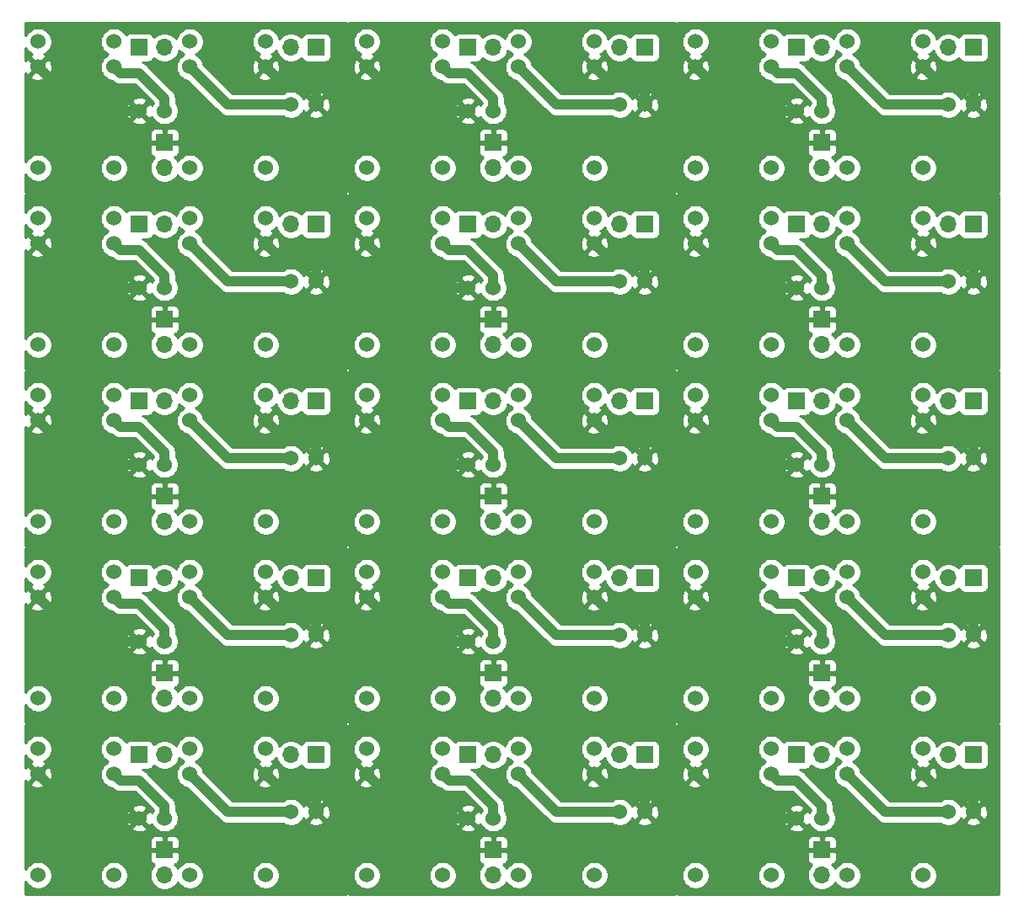
<source format=gbl>
G04 #@! TF.GenerationSoftware,KiCad,Pcbnew,(5.1.6)-1*
G04 #@! TF.CreationDate,2020-06-25T08:23:36+09:00*
G04 #@! TF.ProjectId,AND___,414e4462-d851-42e6-9b69-6361645f7063,rev?*
G04 #@! TF.SameCoordinates,Original*
G04 #@! TF.FileFunction,Copper,L2,Bot*
G04 #@! TF.FilePolarity,Positive*
%FSLAX46Y46*%
G04 Gerber Fmt 4.6, Leading zero omitted, Abs format (unit mm)*
G04 Created by KiCad (PCBNEW (5.1.6)-1) date 2020-06-25 08:23:36*
%MOMM*%
%LPD*%
G01*
G04 APERTURE LIST*
G04 #@! TA.AperFunction,ComponentPad*
%ADD10C,1.524000*%
G04 #@! TD*
G04 #@! TA.AperFunction,ComponentPad*
%ADD11R,1.700000X1.700000*%
G04 #@! TD*
G04 #@! TA.AperFunction,ComponentPad*
%ADD12O,1.700000X1.700000*%
G04 #@! TD*
G04 #@! TA.AperFunction,Conductor*
%ADD13C,1.000000*%
G04 #@! TD*
G04 #@! TA.AperFunction,Conductor*
%ADD14C,0.254000*%
G04 #@! TD*
G04 APERTURE END LIST*
D10*
X116205000Y-114300000D03*
X123825000Y-114300000D03*
X123825000Y-116840000D03*
X116205000Y-116840000D03*
X116205000Y-127000000D03*
X123825000Y-127000000D03*
X83185000Y-114300000D03*
X90805000Y-114300000D03*
X90805000Y-116840000D03*
X83185000Y-116840000D03*
X83185000Y-127000000D03*
X90805000Y-127000000D03*
X50165000Y-114300000D03*
X57785000Y-114300000D03*
X57785000Y-116840000D03*
X50165000Y-116840000D03*
X50165000Y-127000000D03*
X57785000Y-127000000D03*
X116205000Y-96520000D03*
X123825000Y-96520000D03*
X123825000Y-99060000D03*
X116205000Y-99060000D03*
X116205000Y-109220000D03*
X123825000Y-109220000D03*
X83185000Y-96520000D03*
X90805000Y-96520000D03*
X90805000Y-99060000D03*
X83185000Y-99060000D03*
X83185000Y-109220000D03*
X90805000Y-109220000D03*
X50165000Y-96520000D03*
X57785000Y-96520000D03*
X57785000Y-99060000D03*
X50165000Y-99060000D03*
X50165000Y-109220000D03*
X57785000Y-109220000D03*
X116205000Y-78740000D03*
X123825000Y-78740000D03*
X123825000Y-81280000D03*
X116205000Y-81280000D03*
X116205000Y-91440000D03*
X123825000Y-91440000D03*
X83185000Y-78740000D03*
X90805000Y-78740000D03*
X90805000Y-81280000D03*
X83185000Y-81280000D03*
X83185000Y-91440000D03*
X90805000Y-91440000D03*
X50165000Y-78740000D03*
X57785000Y-78740000D03*
X57785000Y-81280000D03*
X50165000Y-81280000D03*
X50165000Y-91440000D03*
X57785000Y-91440000D03*
X116205000Y-60960000D03*
X123825000Y-60960000D03*
X123825000Y-63500000D03*
X116205000Y-63500000D03*
X116205000Y-73660000D03*
X123825000Y-73660000D03*
X83185000Y-60960000D03*
X90805000Y-60960000D03*
X90805000Y-63500000D03*
X83185000Y-63500000D03*
X83185000Y-73660000D03*
X90805000Y-73660000D03*
X50165000Y-60960000D03*
X57785000Y-60960000D03*
X57785000Y-63500000D03*
X50165000Y-63500000D03*
X50165000Y-73660000D03*
X57785000Y-73660000D03*
X116205000Y-43180000D03*
X123825000Y-43180000D03*
X123825000Y-45720000D03*
X116205000Y-45720000D03*
X116205000Y-55880000D03*
X123825000Y-55880000D03*
X83185000Y-43180000D03*
X90805000Y-43180000D03*
X90805000Y-45720000D03*
X83185000Y-45720000D03*
X83185000Y-55880000D03*
X90805000Y-55880000D03*
X128905000Y-121285000D03*
X126365000Y-121285000D03*
X95885000Y-121285000D03*
X93345000Y-121285000D03*
X62865000Y-121285000D03*
X60325000Y-121285000D03*
X128905000Y-103505000D03*
X126365000Y-103505000D03*
X95885000Y-103505000D03*
X93345000Y-103505000D03*
X62865000Y-103505000D03*
X60325000Y-103505000D03*
X128905000Y-85725000D03*
X126365000Y-85725000D03*
X95885000Y-85725000D03*
X93345000Y-85725000D03*
X62865000Y-85725000D03*
X60325000Y-85725000D03*
X128905000Y-67945000D03*
X126365000Y-67945000D03*
X95885000Y-67945000D03*
X93345000Y-67945000D03*
X62865000Y-67945000D03*
X60325000Y-67945000D03*
X128905000Y-50165000D03*
X126365000Y-50165000D03*
X95885000Y-50165000D03*
X93345000Y-50165000D03*
D11*
X144145000Y-114900000D03*
D12*
X141605000Y-114900000D03*
D11*
X111125000Y-114900000D03*
D12*
X108585000Y-114900000D03*
D11*
X78105000Y-114900000D03*
D12*
X75565000Y-114900000D03*
D11*
X144145000Y-97120000D03*
D12*
X141605000Y-97120000D03*
D11*
X111125000Y-97120000D03*
D12*
X108585000Y-97120000D03*
D11*
X78105000Y-97120000D03*
D12*
X75565000Y-97120000D03*
D11*
X144145000Y-79340000D03*
D12*
X141605000Y-79340000D03*
D11*
X111125000Y-79340000D03*
D12*
X108585000Y-79340000D03*
D11*
X78105000Y-79340000D03*
D12*
X75565000Y-79340000D03*
D11*
X144145000Y-61560000D03*
D12*
X141605000Y-61560000D03*
D11*
X111125000Y-61560000D03*
D12*
X108585000Y-61560000D03*
D11*
X78105000Y-61560000D03*
D12*
X75565000Y-61560000D03*
D11*
X144145000Y-43780000D03*
D12*
X141605000Y-43780000D03*
D11*
X111125000Y-43780000D03*
D12*
X108585000Y-43780000D03*
X128905000Y-127000000D03*
D11*
X128905000Y-124460000D03*
D12*
X95885000Y-127000000D03*
D11*
X95885000Y-124460000D03*
D12*
X62865000Y-127000000D03*
D11*
X62865000Y-124460000D03*
D12*
X128905000Y-109220000D03*
D11*
X128905000Y-106680000D03*
D12*
X95885000Y-109220000D03*
D11*
X95885000Y-106680000D03*
D12*
X62865000Y-109220000D03*
D11*
X62865000Y-106680000D03*
D12*
X128905000Y-91440000D03*
D11*
X128905000Y-88900000D03*
D12*
X95885000Y-91440000D03*
D11*
X95885000Y-88900000D03*
D12*
X62865000Y-91440000D03*
D11*
X62865000Y-88900000D03*
D12*
X128905000Y-73660000D03*
D11*
X128905000Y-71120000D03*
D12*
X95885000Y-73660000D03*
D11*
X95885000Y-71120000D03*
D12*
X62865000Y-73660000D03*
D11*
X62865000Y-71120000D03*
D12*
X128905000Y-55880000D03*
D11*
X128905000Y-53340000D03*
D12*
X95885000Y-55880000D03*
D11*
X95885000Y-53340000D03*
D12*
X128905000Y-114900000D03*
D11*
X126365000Y-114900000D03*
D12*
X95885000Y-114900000D03*
D11*
X93345000Y-114900000D03*
D12*
X62865000Y-114900000D03*
D11*
X60325000Y-114900000D03*
D12*
X128905000Y-97120000D03*
D11*
X126365000Y-97120000D03*
D12*
X95885000Y-97120000D03*
D11*
X93345000Y-97120000D03*
D12*
X62865000Y-97120000D03*
D11*
X60325000Y-97120000D03*
D12*
X128905000Y-79340000D03*
D11*
X126365000Y-79340000D03*
D12*
X95885000Y-79340000D03*
D11*
X93345000Y-79340000D03*
D12*
X62865000Y-79340000D03*
D11*
X60325000Y-79340000D03*
D12*
X128905000Y-61560000D03*
D11*
X126365000Y-61560000D03*
D12*
X95885000Y-61560000D03*
D11*
X93345000Y-61560000D03*
D12*
X62865000Y-61560000D03*
D11*
X60325000Y-61560000D03*
D12*
X128905000Y-43780000D03*
D11*
X126365000Y-43780000D03*
D12*
X95885000Y-43780000D03*
D11*
X93345000Y-43780000D03*
D10*
X141605000Y-120650000D03*
X144145000Y-120650000D03*
X108585000Y-120650000D03*
X111125000Y-120650000D03*
X75565000Y-120650000D03*
X78105000Y-120650000D03*
X141605000Y-102870000D03*
X144145000Y-102870000D03*
X108585000Y-102870000D03*
X111125000Y-102870000D03*
X75565000Y-102870000D03*
X78105000Y-102870000D03*
X141605000Y-85090000D03*
X144145000Y-85090000D03*
X108585000Y-85090000D03*
X111125000Y-85090000D03*
X75565000Y-85090000D03*
X78105000Y-85090000D03*
X141605000Y-67310000D03*
X144145000Y-67310000D03*
X108585000Y-67310000D03*
X111125000Y-67310000D03*
X75565000Y-67310000D03*
X78105000Y-67310000D03*
X141605000Y-49530000D03*
X144145000Y-49530000D03*
X108585000Y-49530000D03*
X111125000Y-49530000D03*
X139065000Y-127000000D03*
X131445000Y-127000000D03*
X131445000Y-116840000D03*
X139065000Y-116840000D03*
X139065000Y-114300000D03*
X131445000Y-114300000D03*
X106045000Y-127000000D03*
X98425000Y-127000000D03*
X98425000Y-116840000D03*
X106045000Y-116840000D03*
X106045000Y-114300000D03*
X98425000Y-114300000D03*
X73025000Y-127000000D03*
X65405000Y-127000000D03*
X65405000Y-116840000D03*
X73025000Y-116840000D03*
X73025000Y-114300000D03*
X65405000Y-114300000D03*
X139065000Y-109220000D03*
X131445000Y-109220000D03*
X131445000Y-99060000D03*
X139065000Y-99060000D03*
X139065000Y-96520000D03*
X131445000Y-96520000D03*
X106045000Y-109220000D03*
X98425000Y-109220000D03*
X98425000Y-99060000D03*
X106045000Y-99060000D03*
X106045000Y-96520000D03*
X98425000Y-96520000D03*
X73025000Y-109220000D03*
X65405000Y-109220000D03*
X65405000Y-99060000D03*
X73025000Y-99060000D03*
X73025000Y-96520000D03*
X65405000Y-96520000D03*
X139065000Y-91440000D03*
X131445000Y-91440000D03*
X131445000Y-81280000D03*
X139065000Y-81280000D03*
X139065000Y-78740000D03*
X131445000Y-78740000D03*
X106045000Y-91440000D03*
X98425000Y-91440000D03*
X98425000Y-81280000D03*
X106045000Y-81280000D03*
X106045000Y-78740000D03*
X98425000Y-78740000D03*
X73025000Y-91440000D03*
X65405000Y-91440000D03*
X65405000Y-81280000D03*
X73025000Y-81280000D03*
X73025000Y-78740000D03*
X65405000Y-78740000D03*
X139065000Y-73660000D03*
X131445000Y-73660000D03*
X131445000Y-63500000D03*
X139065000Y-63500000D03*
X139065000Y-60960000D03*
X131445000Y-60960000D03*
X106045000Y-73660000D03*
X98425000Y-73660000D03*
X98425000Y-63500000D03*
X106045000Y-63500000D03*
X106045000Y-60960000D03*
X98425000Y-60960000D03*
X73025000Y-73660000D03*
X65405000Y-73660000D03*
X65405000Y-63500000D03*
X73025000Y-63500000D03*
X73025000Y-60960000D03*
X65405000Y-60960000D03*
X139065000Y-55880000D03*
X131445000Y-55880000D03*
X131445000Y-45720000D03*
X139065000Y-45720000D03*
X139065000Y-43180000D03*
X131445000Y-43180000D03*
X106045000Y-55880000D03*
X98425000Y-55880000D03*
X98425000Y-45720000D03*
X106045000Y-45720000D03*
X106045000Y-43180000D03*
X98425000Y-43180000D03*
X60325000Y-50165000D03*
X62865000Y-50165000D03*
X78105000Y-49530000D03*
X75565000Y-49530000D03*
D11*
X60325000Y-43780000D03*
D12*
X62865000Y-43780000D03*
D11*
X62865000Y-53340000D03*
D12*
X62865000Y-55880000D03*
X75565000Y-43780000D03*
D11*
X78105000Y-43780000D03*
D10*
X57785000Y-55880000D03*
X50165000Y-55880000D03*
X50165000Y-45720000D03*
X57785000Y-45720000D03*
X57785000Y-43180000D03*
X50165000Y-43180000D03*
X65405000Y-43180000D03*
X73025000Y-43180000D03*
X73025000Y-45720000D03*
X65405000Y-45720000D03*
X65405000Y-55880000D03*
X73025000Y-55880000D03*
D13*
X62865000Y-50165000D02*
X62865000Y-48895000D01*
X62865000Y-48895000D02*
X60325000Y-46355000D01*
X58420000Y-46355000D02*
X57785000Y-45720000D01*
X60325000Y-46355000D02*
X58420000Y-46355000D01*
X95885000Y-50165000D02*
X95885000Y-48895000D01*
X128905000Y-50165000D02*
X128905000Y-48895000D01*
X62865000Y-67945000D02*
X62865000Y-66675000D01*
X95885000Y-67945000D02*
X95885000Y-66675000D01*
X128905000Y-67945000D02*
X128905000Y-66675000D01*
X62865000Y-85725000D02*
X62865000Y-84455000D01*
X95885000Y-85725000D02*
X95885000Y-84455000D01*
X128905000Y-85725000D02*
X128905000Y-84455000D01*
X62865000Y-103505000D02*
X62865000Y-102235000D01*
X95885000Y-103505000D02*
X95885000Y-102235000D01*
X128905000Y-103505000D02*
X128905000Y-102235000D01*
X62865000Y-121285000D02*
X62865000Y-120015000D01*
X95885000Y-121285000D02*
X95885000Y-120015000D01*
X128905000Y-121285000D02*
X128905000Y-120015000D01*
X91440000Y-46355000D02*
X90805000Y-45720000D01*
X124460000Y-46355000D02*
X123825000Y-45720000D01*
X58420000Y-64135000D02*
X57785000Y-63500000D01*
X91440000Y-64135000D02*
X90805000Y-63500000D01*
X124460000Y-64135000D02*
X123825000Y-63500000D01*
X58420000Y-81915000D02*
X57785000Y-81280000D01*
X91440000Y-81915000D02*
X90805000Y-81280000D01*
X124460000Y-81915000D02*
X123825000Y-81280000D01*
X58420000Y-99695000D02*
X57785000Y-99060000D01*
X91440000Y-99695000D02*
X90805000Y-99060000D01*
X124460000Y-99695000D02*
X123825000Y-99060000D01*
X58420000Y-117475000D02*
X57785000Y-116840000D01*
X91440000Y-117475000D02*
X90805000Y-116840000D01*
X124460000Y-117475000D02*
X123825000Y-116840000D01*
X95885000Y-48895000D02*
X93345000Y-46355000D01*
X128905000Y-48895000D02*
X126365000Y-46355000D01*
X62865000Y-66675000D02*
X60325000Y-64135000D01*
X95885000Y-66675000D02*
X93345000Y-64135000D01*
X128905000Y-66675000D02*
X126365000Y-64135000D01*
X62865000Y-84455000D02*
X60325000Y-81915000D01*
X95885000Y-84455000D02*
X93345000Y-81915000D01*
X128905000Y-84455000D02*
X126365000Y-81915000D01*
X62865000Y-102235000D02*
X60325000Y-99695000D01*
X95885000Y-102235000D02*
X93345000Y-99695000D01*
X128905000Y-102235000D02*
X126365000Y-99695000D01*
X62865000Y-120015000D02*
X60325000Y-117475000D01*
X95885000Y-120015000D02*
X93345000Y-117475000D01*
X128905000Y-120015000D02*
X126365000Y-117475000D01*
X93345000Y-46355000D02*
X91440000Y-46355000D01*
X126365000Y-46355000D02*
X124460000Y-46355000D01*
X60325000Y-64135000D02*
X58420000Y-64135000D01*
X93345000Y-64135000D02*
X91440000Y-64135000D01*
X126365000Y-64135000D02*
X124460000Y-64135000D01*
X60325000Y-81915000D02*
X58420000Y-81915000D01*
X93345000Y-81915000D02*
X91440000Y-81915000D01*
X126365000Y-81915000D02*
X124460000Y-81915000D01*
X60325000Y-99695000D02*
X58420000Y-99695000D01*
X93345000Y-99695000D02*
X91440000Y-99695000D01*
X126365000Y-99695000D02*
X124460000Y-99695000D01*
X60325000Y-117475000D02*
X58420000Y-117475000D01*
X93345000Y-117475000D02*
X91440000Y-117475000D01*
X126365000Y-117475000D02*
X124460000Y-117475000D01*
X69215000Y-49530000D02*
X65405000Y-45720000D01*
X75565000Y-49530000D02*
X69215000Y-49530000D01*
X102235000Y-49530000D02*
X98425000Y-45720000D01*
X135255000Y-49530000D02*
X131445000Y-45720000D01*
X69215000Y-67310000D02*
X65405000Y-63500000D01*
X102235000Y-67310000D02*
X98425000Y-63500000D01*
X135255000Y-67310000D02*
X131445000Y-63500000D01*
X69215000Y-85090000D02*
X65405000Y-81280000D01*
X102235000Y-85090000D02*
X98425000Y-81280000D01*
X135255000Y-85090000D02*
X131445000Y-81280000D01*
X69215000Y-102870000D02*
X65405000Y-99060000D01*
X102235000Y-102870000D02*
X98425000Y-99060000D01*
X135255000Y-102870000D02*
X131445000Y-99060000D01*
X69215000Y-120650000D02*
X65405000Y-116840000D01*
X102235000Y-120650000D02*
X98425000Y-116840000D01*
X135255000Y-120650000D02*
X131445000Y-116840000D01*
X108585000Y-49530000D02*
X102235000Y-49530000D01*
X141605000Y-49530000D02*
X135255000Y-49530000D01*
X75565000Y-67310000D02*
X69215000Y-67310000D01*
X108585000Y-67310000D02*
X102235000Y-67310000D01*
X141605000Y-67310000D02*
X135255000Y-67310000D01*
X75565000Y-85090000D02*
X69215000Y-85090000D01*
X108585000Y-85090000D02*
X102235000Y-85090000D01*
X141605000Y-85090000D02*
X135255000Y-85090000D01*
X75565000Y-102870000D02*
X69215000Y-102870000D01*
X108585000Y-102870000D02*
X102235000Y-102870000D01*
X141605000Y-102870000D02*
X135255000Y-102870000D01*
X75565000Y-120650000D02*
X69215000Y-120650000D01*
X108585000Y-120650000D02*
X102235000Y-120650000D01*
X141605000Y-120650000D02*
X135255000Y-120650000D01*
X73025000Y-45720000D02*
X74930000Y-47625000D01*
X74930000Y-47625000D02*
X77470000Y-47625000D01*
X77470000Y-47625000D02*
X78105000Y-48260000D01*
X78105000Y-48260000D02*
X78105000Y-49530000D01*
X54610000Y-50165000D02*
X50165000Y-45720000D01*
X60325000Y-50165000D02*
X54610000Y-50165000D01*
X107950000Y-47625000D02*
X110490000Y-47625000D01*
X140970000Y-47625000D02*
X143510000Y-47625000D01*
X74930000Y-65405000D02*
X77470000Y-65405000D01*
X107950000Y-65405000D02*
X110490000Y-65405000D01*
X140970000Y-65405000D02*
X143510000Y-65405000D01*
X74930000Y-83185000D02*
X77470000Y-83185000D01*
X107950000Y-83185000D02*
X110490000Y-83185000D01*
X140970000Y-83185000D02*
X143510000Y-83185000D01*
X74930000Y-100965000D02*
X77470000Y-100965000D01*
X107950000Y-100965000D02*
X110490000Y-100965000D01*
X140970000Y-100965000D02*
X143510000Y-100965000D01*
X74930000Y-118745000D02*
X77470000Y-118745000D01*
X107950000Y-118745000D02*
X110490000Y-118745000D01*
X140970000Y-118745000D02*
X143510000Y-118745000D01*
X93345000Y-50165000D02*
X87630000Y-50165000D01*
X126365000Y-50165000D02*
X120650000Y-50165000D01*
X60325000Y-67945000D02*
X54610000Y-67945000D01*
X93345000Y-67945000D02*
X87630000Y-67945000D01*
X126365000Y-67945000D02*
X120650000Y-67945000D01*
X60325000Y-85725000D02*
X54610000Y-85725000D01*
X93345000Y-85725000D02*
X87630000Y-85725000D01*
X126365000Y-85725000D02*
X120650000Y-85725000D01*
X60325000Y-103505000D02*
X54610000Y-103505000D01*
X93345000Y-103505000D02*
X87630000Y-103505000D01*
X126365000Y-103505000D02*
X120650000Y-103505000D01*
X60325000Y-121285000D02*
X54610000Y-121285000D01*
X93345000Y-121285000D02*
X87630000Y-121285000D01*
X126365000Y-121285000D02*
X120650000Y-121285000D01*
X111125000Y-48260000D02*
X111125000Y-49530000D01*
X144145000Y-48260000D02*
X144145000Y-49530000D01*
X78105000Y-66040000D02*
X78105000Y-67310000D01*
X111125000Y-66040000D02*
X111125000Y-67310000D01*
X144145000Y-66040000D02*
X144145000Y-67310000D01*
X78105000Y-83820000D02*
X78105000Y-85090000D01*
X111125000Y-83820000D02*
X111125000Y-85090000D01*
X144145000Y-83820000D02*
X144145000Y-85090000D01*
X78105000Y-101600000D02*
X78105000Y-102870000D01*
X111125000Y-101600000D02*
X111125000Y-102870000D01*
X144145000Y-101600000D02*
X144145000Y-102870000D01*
X78105000Y-119380000D02*
X78105000Y-120650000D01*
X111125000Y-119380000D02*
X111125000Y-120650000D01*
X144145000Y-119380000D02*
X144145000Y-120650000D01*
X87630000Y-50165000D02*
X83185000Y-45720000D01*
X120650000Y-50165000D02*
X116205000Y-45720000D01*
X54610000Y-67945000D02*
X50165000Y-63500000D01*
X87630000Y-67945000D02*
X83185000Y-63500000D01*
X120650000Y-67945000D02*
X116205000Y-63500000D01*
X54610000Y-85725000D02*
X50165000Y-81280000D01*
X87630000Y-85725000D02*
X83185000Y-81280000D01*
X120650000Y-85725000D02*
X116205000Y-81280000D01*
X54610000Y-103505000D02*
X50165000Y-99060000D01*
X87630000Y-103505000D02*
X83185000Y-99060000D01*
X120650000Y-103505000D02*
X116205000Y-99060000D01*
X54610000Y-121285000D02*
X50165000Y-116840000D01*
X87630000Y-121285000D02*
X83185000Y-116840000D01*
X120650000Y-121285000D02*
X116205000Y-116840000D01*
X110490000Y-47625000D02*
X111125000Y-48260000D01*
X143510000Y-47625000D02*
X144145000Y-48260000D01*
X77470000Y-65405000D02*
X78105000Y-66040000D01*
X110490000Y-65405000D02*
X111125000Y-66040000D01*
X143510000Y-65405000D02*
X144145000Y-66040000D01*
X77470000Y-83185000D02*
X78105000Y-83820000D01*
X110490000Y-83185000D02*
X111125000Y-83820000D01*
X143510000Y-83185000D02*
X144145000Y-83820000D01*
X77470000Y-100965000D02*
X78105000Y-101600000D01*
X110490000Y-100965000D02*
X111125000Y-101600000D01*
X143510000Y-100965000D02*
X144145000Y-101600000D01*
X77470000Y-118745000D02*
X78105000Y-119380000D01*
X110490000Y-118745000D02*
X111125000Y-119380000D01*
X143510000Y-118745000D02*
X144145000Y-119380000D01*
X106045000Y-45720000D02*
X107950000Y-47625000D01*
X139065000Y-45720000D02*
X140970000Y-47625000D01*
X73025000Y-63500000D02*
X74930000Y-65405000D01*
X106045000Y-63500000D02*
X107950000Y-65405000D01*
X139065000Y-63500000D02*
X140970000Y-65405000D01*
X73025000Y-81280000D02*
X74930000Y-83185000D01*
X106045000Y-81280000D02*
X107950000Y-83185000D01*
X139065000Y-81280000D02*
X140970000Y-83185000D01*
X73025000Y-99060000D02*
X74930000Y-100965000D01*
X106045000Y-99060000D02*
X107950000Y-100965000D01*
X139065000Y-99060000D02*
X140970000Y-100965000D01*
X73025000Y-116840000D02*
X74930000Y-118745000D01*
X106045000Y-116840000D02*
X107950000Y-118745000D01*
X139065000Y-116840000D02*
X140970000Y-118745000D01*
D14*
G36*
X81153000Y-58293000D02*
G01*
X48920000Y-58293000D01*
X48920000Y-56524840D01*
X48926995Y-56541727D01*
X49079880Y-56770535D01*
X49274465Y-56965120D01*
X49503273Y-57118005D01*
X49757510Y-57223314D01*
X50027408Y-57277000D01*
X50302592Y-57277000D01*
X50572490Y-57223314D01*
X50826727Y-57118005D01*
X51055535Y-56965120D01*
X51250120Y-56770535D01*
X51403005Y-56541727D01*
X51508314Y-56287490D01*
X51562000Y-56017592D01*
X51562000Y-55742408D01*
X56388000Y-55742408D01*
X56388000Y-56017592D01*
X56441686Y-56287490D01*
X56546995Y-56541727D01*
X56699880Y-56770535D01*
X56894465Y-56965120D01*
X57123273Y-57118005D01*
X57377510Y-57223314D01*
X57647408Y-57277000D01*
X57922592Y-57277000D01*
X58192490Y-57223314D01*
X58446727Y-57118005D01*
X58675535Y-56965120D01*
X58870120Y-56770535D01*
X59023005Y-56541727D01*
X59128314Y-56287490D01*
X59182000Y-56017592D01*
X59182000Y-55742408D01*
X59128314Y-55472510D01*
X59023005Y-55218273D01*
X58870120Y-54989465D01*
X58675535Y-54794880D01*
X58446727Y-54641995D01*
X58192490Y-54536686D01*
X57922592Y-54483000D01*
X57647408Y-54483000D01*
X57377510Y-54536686D01*
X57123273Y-54641995D01*
X56894465Y-54794880D01*
X56699880Y-54989465D01*
X56546995Y-55218273D01*
X56441686Y-55472510D01*
X56388000Y-55742408D01*
X51562000Y-55742408D01*
X51508314Y-55472510D01*
X51403005Y-55218273D01*
X51250120Y-54989465D01*
X51055535Y-54794880D01*
X50826727Y-54641995D01*
X50572490Y-54536686D01*
X50302592Y-54483000D01*
X50027408Y-54483000D01*
X49757510Y-54536686D01*
X49503273Y-54641995D01*
X49274465Y-54794880D01*
X49079880Y-54989465D01*
X48926995Y-55218273D01*
X48920000Y-55235160D01*
X48920000Y-54190000D01*
X61376928Y-54190000D01*
X61389188Y-54314482D01*
X61425498Y-54434180D01*
X61484463Y-54544494D01*
X61563815Y-54641185D01*
X61660506Y-54720537D01*
X61770820Y-54779502D01*
X61843380Y-54801513D01*
X61711525Y-54933368D01*
X61549010Y-55176589D01*
X61437068Y-55446842D01*
X61380000Y-55733740D01*
X61380000Y-56026260D01*
X61437068Y-56313158D01*
X61549010Y-56583411D01*
X61711525Y-56826632D01*
X61918368Y-57033475D01*
X62161589Y-57195990D01*
X62431842Y-57307932D01*
X62718740Y-57365000D01*
X63011260Y-57365000D01*
X63298158Y-57307932D01*
X63568411Y-57195990D01*
X63811632Y-57033475D01*
X64018475Y-56826632D01*
X64180990Y-56583411D01*
X64186293Y-56570608D01*
X64319880Y-56770535D01*
X64514465Y-56965120D01*
X64743273Y-57118005D01*
X64997510Y-57223314D01*
X65267408Y-57277000D01*
X65542592Y-57277000D01*
X65812490Y-57223314D01*
X66066727Y-57118005D01*
X66295535Y-56965120D01*
X66490120Y-56770535D01*
X66643005Y-56541727D01*
X66748314Y-56287490D01*
X66802000Y-56017592D01*
X66802000Y-55742408D01*
X71628000Y-55742408D01*
X71628000Y-56017592D01*
X71681686Y-56287490D01*
X71786995Y-56541727D01*
X71939880Y-56770535D01*
X72134465Y-56965120D01*
X72363273Y-57118005D01*
X72617510Y-57223314D01*
X72887408Y-57277000D01*
X73162592Y-57277000D01*
X73432490Y-57223314D01*
X73686727Y-57118005D01*
X73915535Y-56965120D01*
X74110120Y-56770535D01*
X74263005Y-56541727D01*
X74368314Y-56287490D01*
X74422000Y-56017592D01*
X74422000Y-55742408D01*
X74368314Y-55472510D01*
X74263005Y-55218273D01*
X74110120Y-54989465D01*
X73915535Y-54794880D01*
X73686727Y-54641995D01*
X73432490Y-54536686D01*
X73162592Y-54483000D01*
X72887408Y-54483000D01*
X72617510Y-54536686D01*
X72363273Y-54641995D01*
X72134465Y-54794880D01*
X71939880Y-54989465D01*
X71786995Y-55218273D01*
X71681686Y-55472510D01*
X71628000Y-55742408D01*
X66802000Y-55742408D01*
X66748314Y-55472510D01*
X66643005Y-55218273D01*
X66490120Y-54989465D01*
X66295535Y-54794880D01*
X66066727Y-54641995D01*
X65812490Y-54536686D01*
X65542592Y-54483000D01*
X65267408Y-54483000D01*
X64997510Y-54536686D01*
X64743273Y-54641995D01*
X64514465Y-54794880D01*
X64319880Y-54989465D01*
X64186293Y-55189392D01*
X64180990Y-55176589D01*
X64018475Y-54933368D01*
X63886620Y-54801513D01*
X63959180Y-54779502D01*
X64069494Y-54720537D01*
X64166185Y-54641185D01*
X64245537Y-54544494D01*
X64304502Y-54434180D01*
X64340812Y-54314482D01*
X64353072Y-54190000D01*
X64350000Y-53625750D01*
X64191250Y-53467000D01*
X62992000Y-53467000D01*
X62992000Y-53487000D01*
X62738000Y-53487000D01*
X62738000Y-53467000D01*
X61538750Y-53467000D01*
X61380000Y-53625750D01*
X61376928Y-54190000D01*
X48920000Y-54190000D01*
X48920000Y-52490000D01*
X61376928Y-52490000D01*
X61380000Y-53054250D01*
X61538750Y-53213000D01*
X62738000Y-53213000D01*
X62738000Y-52013750D01*
X62992000Y-52013750D01*
X62992000Y-53213000D01*
X64191250Y-53213000D01*
X64350000Y-53054250D01*
X64353072Y-52490000D01*
X64340812Y-52365518D01*
X64304502Y-52245820D01*
X64245537Y-52135506D01*
X64166185Y-52038815D01*
X64069494Y-51959463D01*
X63959180Y-51900498D01*
X63839482Y-51864188D01*
X63715000Y-51851928D01*
X63150750Y-51855000D01*
X62992000Y-52013750D01*
X62738000Y-52013750D01*
X62579250Y-51855000D01*
X62015000Y-51851928D01*
X61890518Y-51864188D01*
X61770820Y-51900498D01*
X61660506Y-51959463D01*
X61563815Y-52038815D01*
X61484463Y-52135506D01*
X61425498Y-52245820D01*
X61389188Y-52365518D01*
X61376928Y-52490000D01*
X48920000Y-52490000D01*
X48920000Y-51130565D01*
X59539040Y-51130565D01*
X59606020Y-51370656D01*
X59855048Y-51487756D01*
X60122135Y-51554023D01*
X60397017Y-51566910D01*
X60669133Y-51525922D01*
X60928023Y-51432636D01*
X61043980Y-51370656D01*
X61110960Y-51130565D01*
X60325000Y-50344605D01*
X59539040Y-51130565D01*
X48920000Y-51130565D01*
X48920000Y-50237017D01*
X58923090Y-50237017D01*
X58964078Y-50509133D01*
X59057364Y-50768023D01*
X59119344Y-50883980D01*
X59359435Y-50950960D01*
X60145395Y-50165000D01*
X59359435Y-49379040D01*
X59119344Y-49446020D01*
X59002244Y-49695048D01*
X58935977Y-49962135D01*
X58923090Y-50237017D01*
X48920000Y-50237017D01*
X48920000Y-49199435D01*
X59539040Y-49199435D01*
X60325000Y-49985395D01*
X61110960Y-49199435D01*
X61043980Y-48959344D01*
X60794952Y-48842244D01*
X60527865Y-48775977D01*
X60252983Y-48763090D01*
X59980867Y-48804078D01*
X59721977Y-48897364D01*
X59606020Y-48959344D01*
X59539040Y-49199435D01*
X48920000Y-49199435D01*
X48920000Y-46685565D01*
X49379040Y-46685565D01*
X49446020Y-46925656D01*
X49695048Y-47042756D01*
X49962135Y-47109023D01*
X50237017Y-47121910D01*
X50509133Y-47080922D01*
X50768023Y-46987636D01*
X50883980Y-46925656D01*
X50950960Y-46685565D01*
X50165000Y-45899605D01*
X49379040Y-46685565D01*
X48920000Y-46685565D01*
X48920000Y-46365372D01*
X48959344Y-46438980D01*
X49199435Y-46505960D01*
X49985395Y-45720000D01*
X50344605Y-45720000D01*
X51130565Y-46505960D01*
X51370656Y-46438980D01*
X51487756Y-46189952D01*
X51554023Y-45922865D01*
X51566910Y-45647983D01*
X51525922Y-45375867D01*
X51432636Y-45116977D01*
X51370656Y-45001020D01*
X51130565Y-44934040D01*
X50344605Y-45720000D01*
X49985395Y-45720000D01*
X49199435Y-44934040D01*
X48959344Y-45001020D01*
X48920000Y-45084690D01*
X48920000Y-43824840D01*
X48926995Y-43841727D01*
X49079880Y-44070535D01*
X49274465Y-44265120D01*
X49503273Y-44418005D01*
X49574943Y-44447692D01*
X49561977Y-44452364D01*
X49446020Y-44514344D01*
X49379040Y-44754435D01*
X50165000Y-45540395D01*
X50950960Y-44754435D01*
X50883980Y-44514344D01*
X50748240Y-44450515D01*
X50826727Y-44418005D01*
X51055535Y-44265120D01*
X51250120Y-44070535D01*
X51403005Y-43841727D01*
X51508314Y-43587490D01*
X51562000Y-43317592D01*
X51562000Y-43042408D01*
X56388000Y-43042408D01*
X56388000Y-43317592D01*
X56441686Y-43587490D01*
X56546995Y-43841727D01*
X56699880Y-44070535D01*
X56894465Y-44265120D01*
X57123273Y-44418005D01*
X57200515Y-44450000D01*
X57123273Y-44481995D01*
X56894465Y-44634880D01*
X56699880Y-44829465D01*
X56546995Y-45058273D01*
X56441686Y-45312510D01*
X56388000Y-45582408D01*
X56388000Y-45857592D01*
X56441686Y-46127490D01*
X56546995Y-46381727D01*
X56699880Y-46610535D01*
X56894465Y-46805120D01*
X57123273Y-46958005D01*
X57377510Y-47063314D01*
X57559353Y-47099485D01*
X57578008Y-47118140D01*
X57613551Y-47161449D01*
X57656857Y-47196989D01*
X57786377Y-47303284D01*
X57983553Y-47408676D01*
X58197501Y-47473577D01*
X58420000Y-47495491D01*
X58475752Y-47490000D01*
X59854869Y-47490000D01*
X61723585Y-49358717D01*
X61626995Y-49503273D01*
X61597308Y-49574943D01*
X61592636Y-49561977D01*
X61530656Y-49446020D01*
X61290565Y-49379040D01*
X60504605Y-50165000D01*
X61290565Y-50950960D01*
X61530656Y-50883980D01*
X61594485Y-50748240D01*
X61626995Y-50826727D01*
X61779880Y-51055535D01*
X61974465Y-51250120D01*
X62203273Y-51403005D01*
X62457510Y-51508314D01*
X62727408Y-51562000D01*
X63002592Y-51562000D01*
X63272490Y-51508314D01*
X63526727Y-51403005D01*
X63755535Y-51250120D01*
X63950120Y-51055535D01*
X64103005Y-50826727D01*
X64208314Y-50572490D01*
X64262000Y-50302592D01*
X64262000Y-50027408D01*
X64208314Y-49757510D01*
X64103005Y-49503273D01*
X64000000Y-49349116D01*
X64000000Y-48950741D01*
X64005490Y-48894999D01*
X64000000Y-48839257D01*
X64000000Y-48839248D01*
X63983577Y-48672501D01*
X63918676Y-48458553D01*
X63813284Y-48261377D01*
X63671449Y-48088551D01*
X63628141Y-48053009D01*
X61166996Y-45591865D01*
X61131449Y-45548551D01*
X60958623Y-45406716D01*
X60761447Y-45301324D01*
X60651831Y-45268072D01*
X61175000Y-45268072D01*
X61299482Y-45255812D01*
X61419180Y-45219502D01*
X61529494Y-45160537D01*
X61626185Y-45081185D01*
X61705537Y-44984494D01*
X61764502Y-44874180D01*
X61786513Y-44801620D01*
X61918368Y-44933475D01*
X62161589Y-45095990D01*
X62431842Y-45207932D01*
X62718740Y-45265000D01*
X63011260Y-45265000D01*
X63298158Y-45207932D01*
X63568411Y-45095990D01*
X63811632Y-44933475D01*
X64018475Y-44726632D01*
X64180990Y-44483411D01*
X64292932Y-44213158D01*
X64321066Y-44071721D01*
X64514465Y-44265120D01*
X64743273Y-44418005D01*
X64820515Y-44450000D01*
X64743273Y-44481995D01*
X64514465Y-44634880D01*
X64319880Y-44829465D01*
X64166995Y-45058273D01*
X64061686Y-45312510D01*
X64008000Y-45582408D01*
X64008000Y-45857592D01*
X64061686Y-46127490D01*
X64166995Y-46381727D01*
X64319880Y-46610535D01*
X64514465Y-46805120D01*
X64743273Y-46958005D01*
X64997510Y-47063314D01*
X65179354Y-47099485D01*
X68373013Y-50293146D01*
X68408551Y-50336449D01*
X68451854Y-50371987D01*
X68451856Y-50371989D01*
X68581377Y-50478284D01*
X68778553Y-50583676D01*
X68992501Y-50648577D01*
X69215000Y-50670491D01*
X69270752Y-50665000D01*
X74749116Y-50665000D01*
X74903273Y-50768005D01*
X75157510Y-50873314D01*
X75427408Y-50927000D01*
X75702592Y-50927000D01*
X75972490Y-50873314D01*
X76226727Y-50768005D01*
X76455535Y-50615120D01*
X76575090Y-50495565D01*
X77319040Y-50495565D01*
X77386020Y-50735656D01*
X77635048Y-50852756D01*
X77902135Y-50919023D01*
X78177017Y-50931910D01*
X78449133Y-50890922D01*
X78708023Y-50797636D01*
X78823980Y-50735656D01*
X78890960Y-50495565D01*
X78105000Y-49709605D01*
X77319040Y-50495565D01*
X76575090Y-50495565D01*
X76650120Y-50420535D01*
X76803005Y-50191727D01*
X76832692Y-50120057D01*
X76837364Y-50133023D01*
X76899344Y-50248980D01*
X77139435Y-50315960D01*
X77925395Y-49530000D01*
X78284605Y-49530000D01*
X79070565Y-50315960D01*
X79310656Y-50248980D01*
X79427756Y-49999952D01*
X79494023Y-49732865D01*
X79506910Y-49457983D01*
X79465922Y-49185867D01*
X79372636Y-48926977D01*
X79310656Y-48811020D01*
X79070565Y-48744040D01*
X78284605Y-49530000D01*
X77925395Y-49530000D01*
X77139435Y-48744040D01*
X76899344Y-48811020D01*
X76835515Y-48946760D01*
X76803005Y-48868273D01*
X76650120Y-48639465D01*
X76575090Y-48564435D01*
X77319040Y-48564435D01*
X78105000Y-49350395D01*
X78890960Y-48564435D01*
X78823980Y-48324344D01*
X78574952Y-48207244D01*
X78307865Y-48140977D01*
X78032983Y-48128090D01*
X77760867Y-48169078D01*
X77501977Y-48262364D01*
X77386020Y-48324344D01*
X77319040Y-48564435D01*
X76575090Y-48564435D01*
X76455535Y-48444880D01*
X76226727Y-48291995D01*
X75972490Y-48186686D01*
X75702592Y-48133000D01*
X75427408Y-48133000D01*
X75157510Y-48186686D01*
X74903273Y-48291995D01*
X74749116Y-48395000D01*
X69685133Y-48395000D01*
X67975698Y-46685565D01*
X72239040Y-46685565D01*
X72306020Y-46925656D01*
X72555048Y-47042756D01*
X72822135Y-47109023D01*
X73097017Y-47121910D01*
X73369133Y-47080922D01*
X73628023Y-46987636D01*
X73743980Y-46925656D01*
X73810960Y-46685565D01*
X73025000Y-45899605D01*
X72239040Y-46685565D01*
X67975698Y-46685565D01*
X67082149Y-45792017D01*
X71623090Y-45792017D01*
X71664078Y-46064133D01*
X71757364Y-46323023D01*
X71819344Y-46438980D01*
X72059435Y-46505960D01*
X72845395Y-45720000D01*
X73204605Y-45720000D01*
X73990565Y-46505960D01*
X74230656Y-46438980D01*
X74347756Y-46189952D01*
X74414023Y-45922865D01*
X74426910Y-45647983D01*
X74385922Y-45375867D01*
X74292636Y-45116977D01*
X74230656Y-45001020D01*
X73990565Y-44934040D01*
X73204605Y-45720000D01*
X72845395Y-45720000D01*
X72059435Y-44934040D01*
X71819344Y-45001020D01*
X71702244Y-45250048D01*
X71635977Y-45517135D01*
X71623090Y-45792017D01*
X67082149Y-45792017D01*
X66784485Y-45494354D01*
X66748314Y-45312510D01*
X66643005Y-45058273D01*
X66490120Y-44829465D01*
X66295535Y-44634880D01*
X66066727Y-44481995D01*
X65989485Y-44450000D01*
X66066727Y-44418005D01*
X66295535Y-44265120D01*
X66490120Y-44070535D01*
X66643005Y-43841727D01*
X66748314Y-43587490D01*
X66802000Y-43317592D01*
X66802000Y-43042408D01*
X71628000Y-43042408D01*
X71628000Y-43317592D01*
X71681686Y-43587490D01*
X71786995Y-43841727D01*
X71939880Y-44070535D01*
X72134465Y-44265120D01*
X72363273Y-44418005D01*
X72434943Y-44447692D01*
X72421977Y-44452364D01*
X72306020Y-44514344D01*
X72239040Y-44754435D01*
X73025000Y-45540395D01*
X73810960Y-44754435D01*
X73743980Y-44514344D01*
X73608240Y-44450515D01*
X73686727Y-44418005D01*
X73915535Y-44265120D01*
X74108934Y-44071721D01*
X74137068Y-44213158D01*
X74249010Y-44483411D01*
X74411525Y-44726632D01*
X74618368Y-44933475D01*
X74861589Y-45095990D01*
X75131842Y-45207932D01*
X75418740Y-45265000D01*
X75711260Y-45265000D01*
X75998158Y-45207932D01*
X76268411Y-45095990D01*
X76511632Y-44933475D01*
X76643487Y-44801620D01*
X76665498Y-44874180D01*
X76724463Y-44984494D01*
X76803815Y-45081185D01*
X76900506Y-45160537D01*
X77010820Y-45219502D01*
X77130518Y-45255812D01*
X77255000Y-45268072D01*
X78955000Y-45268072D01*
X79079482Y-45255812D01*
X79199180Y-45219502D01*
X79309494Y-45160537D01*
X79406185Y-45081185D01*
X79485537Y-44984494D01*
X79544502Y-44874180D01*
X79580812Y-44754482D01*
X79593072Y-44630000D01*
X79593072Y-42930000D01*
X79580812Y-42805518D01*
X79544502Y-42685820D01*
X79485537Y-42575506D01*
X79406185Y-42478815D01*
X79309494Y-42399463D01*
X79199180Y-42340498D01*
X79079482Y-42304188D01*
X78955000Y-42291928D01*
X77255000Y-42291928D01*
X77130518Y-42304188D01*
X77010820Y-42340498D01*
X76900506Y-42399463D01*
X76803815Y-42478815D01*
X76724463Y-42575506D01*
X76665498Y-42685820D01*
X76643487Y-42758380D01*
X76511632Y-42626525D01*
X76268411Y-42464010D01*
X75998158Y-42352068D01*
X75711260Y-42295000D01*
X75418740Y-42295000D01*
X75131842Y-42352068D01*
X74861589Y-42464010D01*
X74618368Y-42626525D01*
X74411525Y-42833368D01*
X74387555Y-42869242D01*
X74368314Y-42772510D01*
X74263005Y-42518273D01*
X74110120Y-42289465D01*
X73915535Y-42094880D01*
X73686727Y-41941995D01*
X73432490Y-41836686D01*
X73162592Y-41783000D01*
X72887408Y-41783000D01*
X72617510Y-41836686D01*
X72363273Y-41941995D01*
X72134465Y-42094880D01*
X71939880Y-42289465D01*
X71786995Y-42518273D01*
X71681686Y-42772510D01*
X71628000Y-43042408D01*
X66802000Y-43042408D01*
X66748314Y-42772510D01*
X66643005Y-42518273D01*
X66490120Y-42289465D01*
X66295535Y-42094880D01*
X66066727Y-41941995D01*
X65812490Y-41836686D01*
X65542592Y-41783000D01*
X65267408Y-41783000D01*
X64997510Y-41836686D01*
X64743273Y-41941995D01*
X64514465Y-42094880D01*
X64319880Y-42289465D01*
X64166995Y-42518273D01*
X64061686Y-42772510D01*
X64042445Y-42869242D01*
X64018475Y-42833368D01*
X63811632Y-42626525D01*
X63568411Y-42464010D01*
X63298158Y-42352068D01*
X63011260Y-42295000D01*
X62718740Y-42295000D01*
X62431842Y-42352068D01*
X62161589Y-42464010D01*
X61918368Y-42626525D01*
X61786513Y-42758380D01*
X61764502Y-42685820D01*
X61705537Y-42575506D01*
X61626185Y-42478815D01*
X61529494Y-42399463D01*
X61419180Y-42340498D01*
X61299482Y-42304188D01*
X61175000Y-42291928D01*
X59475000Y-42291928D01*
X59350518Y-42304188D01*
X59230820Y-42340498D01*
X59120506Y-42399463D01*
X59023815Y-42478815D01*
X59008836Y-42497067D01*
X58870120Y-42289465D01*
X58675535Y-42094880D01*
X58446727Y-41941995D01*
X58192490Y-41836686D01*
X57922592Y-41783000D01*
X57647408Y-41783000D01*
X57377510Y-41836686D01*
X57123273Y-41941995D01*
X56894465Y-42094880D01*
X56699880Y-42289465D01*
X56546995Y-42518273D01*
X56441686Y-42772510D01*
X56388000Y-43042408D01*
X51562000Y-43042408D01*
X51508314Y-42772510D01*
X51403005Y-42518273D01*
X51250120Y-42289465D01*
X51055535Y-42094880D01*
X50826727Y-41941995D01*
X50572490Y-41836686D01*
X50302592Y-41783000D01*
X50027408Y-41783000D01*
X49757510Y-41836686D01*
X49503273Y-41941995D01*
X49274465Y-42094880D01*
X49079880Y-42289465D01*
X48926995Y-42518273D01*
X48920000Y-42535160D01*
X48920000Y-41300000D01*
X81153000Y-41300000D01*
X81153000Y-58293000D01*
G37*
X81153000Y-58293000D02*
X48920000Y-58293000D01*
X48920000Y-56524840D01*
X48926995Y-56541727D01*
X49079880Y-56770535D01*
X49274465Y-56965120D01*
X49503273Y-57118005D01*
X49757510Y-57223314D01*
X50027408Y-57277000D01*
X50302592Y-57277000D01*
X50572490Y-57223314D01*
X50826727Y-57118005D01*
X51055535Y-56965120D01*
X51250120Y-56770535D01*
X51403005Y-56541727D01*
X51508314Y-56287490D01*
X51562000Y-56017592D01*
X51562000Y-55742408D01*
X56388000Y-55742408D01*
X56388000Y-56017592D01*
X56441686Y-56287490D01*
X56546995Y-56541727D01*
X56699880Y-56770535D01*
X56894465Y-56965120D01*
X57123273Y-57118005D01*
X57377510Y-57223314D01*
X57647408Y-57277000D01*
X57922592Y-57277000D01*
X58192490Y-57223314D01*
X58446727Y-57118005D01*
X58675535Y-56965120D01*
X58870120Y-56770535D01*
X59023005Y-56541727D01*
X59128314Y-56287490D01*
X59182000Y-56017592D01*
X59182000Y-55742408D01*
X59128314Y-55472510D01*
X59023005Y-55218273D01*
X58870120Y-54989465D01*
X58675535Y-54794880D01*
X58446727Y-54641995D01*
X58192490Y-54536686D01*
X57922592Y-54483000D01*
X57647408Y-54483000D01*
X57377510Y-54536686D01*
X57123273Y-54641995D01*
X56894465Y-54794880D01*
X56699880Y-54989465D01*
X56546995Y-55218273D01*
X56441686Y-55472510D01*
X56388000Y-55742408D01*
X51562000Y-55742408D01*
X51508314Y-55472510D01*
X51403005Y-55218273D01*
X51250120Y-54989465D01*
X51055535Y-54794880D01*
X50826727Y-54641995D01*
X50572490Y-54536686D01*
X50302592Y-54483000D01*
X50027408Y-54483000D01*
X49757510Y-54536686D01*
X49503273Y-54641995D01*
X49274465Y-54794880D01*
X49079880Y-54989465D01*
X48926995Y-55218273D01*
X48920000Y-55235160D01*
X48920000Y-54190000D01*
X61376928Y-54190000D01*
X61389188Y-54314482D01*
X61425498Y-54434180D01*
X61484463Y-54544494D01*
X61563815Y-54641185D01*
X61660506Y-54720537D01*
X61770820Y-54779502D01*
X61843380Y-54801513D01*
X61711525Y-54933368D01*
X61549010Y-55176589D01*
X61437068Y-55446842D01*
X61380000Y-55733740D01*
X61380000Y-56026260D01*
X61437068Y-56313158D01*
X61549010Y-56583411D01*
X61711525Y-56826632D01*
X61918368Y-57033475D01*
X62161589Y-57195990D01*
X62431842Y-57307932D01*
X62718740Y-57365000D01*
X63011260Y-57365000D01*
X63298158Y-57307932D01*
X63568411Y-57195990D01*
X63811632Y-57033475D01*
X64018475Y-56826632D01*
X64180990Y-56583411D01*
X64186293Y-56570608D01*
X64319880Y-56770535D01*
X64514465Y-56965120D01*
X64743273Y-57118005D01*
X64997510Y-57223314D01*
X65267408Y-57277000D01*
X65542592Y-57277000D01*
X65812490Y-57223314D01*
X66066727Y-57118005D01*
X66295535Y-56965120D01*
X66490120Y-56770535D01*
X66643005Y-56541727D01*
X66748314Y-56287490D01*
X66802000Y-56017592D01*
X66802000Y-55742408D01*
X71628000Y-55742408D01*
X71628000Y-56017592D01*
X71681686Y-56287490D01*
X71786995Y-56541727D01*
X71939880Y-56770535D01*
X72134465Y-56965120D01*
X72363273Y-57118005D01*
X72617510Y-57223314D01*
X72887408Y-57277000D01*
X73162592Y-57277000D01*
X73432490Y-57223314D01*
X73686727Y-57118005D01*
X73915535Y-56965120D01*
X74110120Y-56770535D01*
X74263005Y-56541727D01*
X74368314Y-56287490D01*
X74422000Y-56017592D01*
X74422000Y-55742408D01*
X74368314Y-55472510D01*
X74263005Y-55218273D01*
X74110120Y-54989465D01*
X73915535Y-54794880D01*
X73686727Y-54641995D01*
X73432490Y-54536686D01*
X73162592Y-54483000D01*
X72887408Y-54483000D01*
X72617510Y-54536686D01*
X72363273Y-54641995D01*
X72134465Y-54794880D01*
X71939880Y-54989465D01*
X71786995Y-55218273D01*
X71681686Y-55472510D01*
X71628000Y-55742408D01*
X66802000Y-55742408D01*
X66748314Y-55472510D01*
X66643005Y-55218273D01*
X66490120Y-54989465D01*
X66295535Y-54794880D01*
X66066727Y-54641995D01*
X65812490Y-54536686D01*
X65542592Y-54483000D01*
X65267408Y-54483000D01*
X64997510Y-54536686D01*
X64743273Y-54641995D01*
X64514465Y-54794880D01*
X64319880Y-54989465D01*
X64186293Y-55189392D01*
X64180990Y-55176589D01*
X64018475Y-54933368D01*
X63886620Y-54801513D01*
X63959180Y-54779502D01*
X64069494Y-54720537D01*
X64166185Y-54641185D01*
X64245537Y-54544494D01*
X64304502Y-54434180D01*
X64340812Y-54314482D01*
X64353072Y-54190000D01*
X64350000Y-53625750D01*
X64191250Y-53467000D01*
X62992000Y-53467000D01*
X62992000Y-53487000D01*
X62738000Y-53487000D01*
X62738000Y-53467000D01*
X61538750Y-53467000D01*
X61380000Y-53625750D01*
X61376928Y-54190000D01*
X48920000Y-54190000D01*
X48920000Y-52490000D01*
X61376928Y-52490000D01*
X61380000Y-53054250D01*
X61538750Y-53213000D01*
X62738000Y-53213000D01*
X62738000Y-52013750D01*
X62992000Y-52013750D01*
X62992000Y-53213000D01*
X64191250Y-53213000D01*
X64350000Y-53054250D01*
X64353072Y-52490000D01*
X64340812Y-52365518D01*
X64304502Y-52245820D01*
X64245537Y-52135506D01*
X64166185Y-52038815D01*
X64069494Y-51959463D01*
X63959180Y-51900498D01*
X63839482Y-51864188D01*
X63715000Y-51851928D01*
X63150750Y-51855000D01*
X62992000Y-52013750D01*
X62738000Y-52013750D01*
X62579250Y-51855000D01*
X62015000Y-51851928D01*
X61890518Y-51864188D01*
X61770820Y-51900498D01*
X61660506Y-51959463D01*
X61563815Y-52038815D01*
X61484463Y-52135506D01*
X61425498Y-52245820D01*
X61389188Y-52365518D01*
X61376928Y-52490000D01*
X48920000Y-52490000D01*
X48920000Y-51130565D01*
X59539040Y-51130565D01*
X59606020Y-51370656D01*
X59855048Y-51487756D01*
X60122135Y-51554023D01*
X60397017Y-51566910D01*
X60669133Y-51525922D01*
X60928023Y-51432636D01*
X61043980Y-51370656D01*
X61110960Y-51130565D01*
X60325000Y-50344605D01*
X59539040Y-51130565D01*
X48920000Y-51130565D01*
X48920000Y-50237017D01*
X58923090Y-50237017D01*
X58964078Y-50509133D01*
X59057364Y-50768023D01*
X59119344Y-50883980D01*
X59359435Y-50950960D01*
X60145395Y-50165000D01*
X59359435Y-49379040D01*
X59119344Y-49446020D01*
X59002244Y-49695048D01*
X58935977Y-49962135D01*
X58923090Y-50237017D01*
X48920000Y-50237017D01*
X48920000Y-49199435D01*
X59539040Y-49199435D01*
X60325000Y-49985395D01*
X61110960Y-49199435D01*
X61043980Y-48959344D01*
X60794952Y-48842244D01*
X60527865Y-48775977D01*
X60252983Y-48763090D01*
X59980867Y-48804078D01*
X59721977Y-48897364D01*
X59606020Y-48959344D01*
X59539040Y-49199435D01*
X48920000Y-49199435D01*
X48920000Y-46685565D01*
X49379040Y-46685565D01*
X49446020Y-46925656D01*
X49695048Y-47042756D01*
X49962135Y-47109023D01*
X50237017Y-47121910D01*
X50509133Y-47080922D01*
X50768023Y-46987636D01*
X50883980Y-46925656D01*
X50950960Y-46685565D01*
X50165000Y-45899605D01*
X49379040Y-46685565D01*
X48920000Y-46685565D01*
X48920000Y-46365372D01*
X48959344Y-46438980D01*
X49199435Y-46505960D01*
X49985395Y-45720000D01*
X50344605Y-45720000D01*
X51130565Y-46505960D01*
X51370656Y-46438980D01*
X51487756Y-46189952D01*
X51554023Y-45922865D01*
X51566910Y-45647983D01*
X51525922Y-45375867D01*
X51432636Y-45116977D01*
X51370656Y-45001020D01*
X51130565Y-44934040D01*
X50344605Y-45720000D01*
X49985395Y-45720000D01*
X49199435Y-44934040D01*
X48959344Y-45001020D01*
X48920000Y-45084690D01*
X48920000Y-43824840D01*
X48926995Y-43841727D01*
X49079880Y-44070535D01*
X49274465Y-44265120D01*
X49503273Y-44418005D01*
X49574943Y-44447692D01*
X49561977Y-44452364D01*
X49446020Y-44514344D01*
X49379040Y-44754435D01*
X50165000Y-45540395D01*
X50950960Y-44754435D01*
X50883980Y-44514344D01*
X50748240Y-44450515D01*
X50826727Y-44418005D01*
X51055535Y-44265120D01*
X51250120Y-44070535D01*
X51403005Y-43841727D01*
X51508314Y-43587490D01*
X51562000Y-43317592D01*
X51562000Y-43042408D01*
X56388000Y-43042408D01*
X56388000Y-43317592D01*
X56441686Y-43587490D01*
X56546995Y-43841727D01*
X56699880Y-44070535D01*
X56894465Y-44265120D01*
X57123273Y-44418005D01*
X57200515Y-44450000D01*
X57123273Y-44481995D01*
X56894465Y-44634880D01*
X56699880Y-44829465D01*
X56546995Y-45058273D01*
X56441686Y-45312510D01*
X56388000Y-45582408D01*
X56388000Y-45857592D01*
X56441686Y-46127490D01*
X56546995Y-46381727D01*
X56699880Y-46610535D01*
X56894465Y-46805120D01*
X57123273Y-46958005D01*
X57377510Y-47063314D01*
X57559353Y-47099485D01*
X57578008Y-47118140D01*
X57613551Y-47161449D01*
X57656857Y-47196989D01*
X57786377Y-47303284D01*
X57983553Y-47408676D01*
X58197501Y-47473577D01*
X58420000Y-47495491D01*
X58475752Y-47490000D01*
X59854869Y-47490000D01*
X61723585Y-49358717D01*
X61626995Y-49503273D01*
X61597308Y-49574943D01*
X61592636Y-49561977D01*
X61530656Y-49446020D01*
X61290565Y-49379040D01*
X60504605Y-50165000D01*
X61290565Y-50950960D01*
X61530656Y-50883980D01*
X61594485Y-50748240D01*
X61626995Y-50826727D01*
X61779880Y-51055535D01*
X61974465Y-51250120D01*
X62203273Y-51403005D01*
X62457510Y-51508314D01*
X62727408Y-51562000D01*
X63002592Y-51562000D01*
X63272490Y-51508314D01*
X63526727Y-51403005D01*
X63755535Y-51250120D01*
X63950120Y-51055535D01*
X64103005Y-50826727D01*
X64208314Y-50572490D01*
X64262000Y-50302592D01*
X64262000Y-50027408D01*
X64208314Y-49757510D01*
X64103005Y-49503273D01*
X64000000Y-49349116D01*
X64000000Y-48950741D01*
X64005490Y-48894999D01*
X64000000Y-48839257D01*
X64000000Y-48839248D01*
X63983577Y-48672501D01*
X63918676Y-48458553D01*
X63813284Y-48261377D01*
X63671449Y-48088551D01*
X63628141Y-48053009D01*
X61166996Y-45591865D01*
X61131449Y-45548551D01*
X60958623Y-45406716D01*
X60761447Y-45301324D01*
X60651831Y-45268072D01*
X61175000Y-45268072D01*
X61299482Y-45255812D01*
X61419180Y-45219502D01*
X61529494Y-45160537D01*
X61626185Y-45081185D01*
X61705537Y-44984494D01*
X61764502Y-44874180D01*
X61786513Y-44801620D01*
X61918368Y-44933475D01*
X62161589Y-45095990D01*
X62431842Y-45207932D01*
X62718740Y-45265000D01*
X63011260Y-45265000D01*
X63298158Y-45207932D01*
X63568411Y-45095990D01*
X63811632Y-44933475D01*
X64018475Y-44726632D01*
X64180990Y-44483411D01*
X64292932Y-44213158D01*
X64321066Y-44071721D01*
X64514465Y-44265120D01*
X64743273Y-44418005D01*
X64820515Y-44450000D01*
X64743273Y-44481995D01*
X64514465Y-44634880D01*
X64319880Y-44829465D01*
X64166995Y-45058273D01*
X64061686Y-45312510D01*
X64008000Y-45582408D01*
X64008000Y-45857592D01*
X64061686Y-46127490D01*
X64166995Y-46381727D01*
X64319880Y-46610535D01*
X64514465Y-46805120D01*
X64743273Y-46958005D01*
X64997510Y-47063314D01*
X65179354Y-47099485D01*
X68373013Y-50293146D01*
X68408551Y-50336449D01*
X68451854Y-50371987D01*
X68451856Y-50371989D01*
X68581377Y-50478284D01*
X68778553Y-50583676D01*
X68992501Y-50648577D01*
X69215000Y-50670491D01*
X69270752Y-50665000D01*
X74749116Y-50665000D01*
X74903273Y-50768005D01*
X75157510Y-50873314D01*
X75427408Y-50927000D01*
X75702592Y-50927000D01*
X75972490Y-50873314D01*
X76226727Y-50768005D01*
X76455535Y-50615120D01*
X76575090Y-50495565D01*
X77319040Y-50495565D01*
X77386020Y-50735656D01*
X77635048Y-50852756D01*
X77902135Y-50919023D01*
X78177017Y-50931910D01*
X78449133Y-50890922D01*
X78708023Y-50797636D01*
X78823980Y-50735656D01*
X78890960Y-50495565D01*
X78105000Y-49709605D01*
X77319040Y-50495565D01*
X76575090Y-50495565D01*
X76650120Y-50420535D01*
X76803005Y-50191727D01*
X76832692Y-50120057D01*
X76837364Y-50133023D01*
X76899344Y-50248980D01*
X77139435Y-50315960D01*
X77925395Y-49530000D01*
X78284605Y-49530000D01*
X79070565Y-50315960D01*
X79310656Y-50248980D01*
X79427756Y-49999952D01*
X79494023Y-49732865D01*
X79506910Y-49457983D01*
X79465922Y-49185867D01*
X79372636Y-48926977D01*
X79310656Y-48811020D01*
X79070565Y-48744040D01*
X78284605Y-49530000D01*
X77925395Y-49530000D01*
X77139435Y-48744040D01*
X76899344Y-48811020D01*
X76835515Y-48946760D01*
X76803005Y-48868273D01*
X76650120Y-48639465D01*
X76575090Y-48564435D01*
X77319040Y-48564435D01*
X78105000Y-49350395D01*
X78890960Y-48564435D01*
X78823980Y-48324344D01*
X78574952Y-48207244D01*
X78307865Y-48140977D01*
X78032983Y-48128090D01*
X77760867Y-48169078D01*
X77501977Y-48262364D01*
X77386020Y-48324344D01*
X77319040Y-48564435D01*
X76575090Y-48564435D01*
X76455535Y-48444880D01*
X76226727Y-48291995D01*
X75972490Y-48186686D01*
X75702592Y-48133000D01*
X75427408Y-48133000D01*
X75157510Y-48186686D01*
X74903273Y-48291995D01*
X74749116Y-48395000D01*
X69685133Y-48395000D01*
X67975698Y-46685565D01*
X72239040Y-46685565D01*
X72306020Y-46925656D01*
X72555048Y-47042756D01*
X72822135Y-47109023D01*
X73097017Y-47121910D01*
X73369133Y-47080922D01*
X73628023Y-46987636D01*
X73743980Y-46925656D01*
X73810960Y-46685565D01*
X73025000Y-45899605D01*
X72239040Y-46685565D01*
X67975698Y-46685565D01*
X67082149Y-45792017D01*
X71623090Y-45792017D01*
X71664078Y-46064133D01*
X71757364Y-46323023D01*
X71819344Y-46438980D01*
X72059435Y-46505960D01*
X72845395Y-45720000D01*
X73204605Y-45720000D01*
X73990565Y-46505960D01*
X74230656Y-46438980D01*
X74347756Y-46189952D01*
X74414023Y-45922865D01*
X74426910Y-45647983D01*
X74385922Y-45375867D01*
X74292636Y-45116977D01*
X74230656Y-45001020D01*
X73990565Y-44934040D01*
X73204605Y-45720000D01*
X72845395Y-45720000D01*
X72059435Y-44934040D01*
X71819344Y-45001020D01*
X71702244Y-45250048D01*
X71635977Y-45517135D01*
X71623090Y-45792017D01*
X67082149Y-45792017D01*
X66784485Y-45494354D01*
X66748314Y-45312510D01*
X66643005Y-45058273D01*
X66490120Y-44829465D01*
X66295535Y-44634880D01*
X66066727Y-44481995D01*
X65989485Y-44450000D01*
X66066727Y-44418005D01*
X66295535Y-44265120D01*
X66490120Y-44070535D01*
X66643005Y-43841727D01*
X66748314Y-43587490D01*
X66802000Y-43317592D01*
X66802000Y-43042408D01*
X71628000Y-43042408D01*
X71628000Y-43317592D01*
X71681686Y-43587490D01*
X71786995Y-43841727D01*
X71939880Y-44070535D01*
X72134465Y-44265120D01*
X72363273Y-44418005D01*
X72434943Y-44447692D01*
X72421977Y-44452364D01*
X72306020Y-44514344D01*
X72239040Y-44754435D01*
X73025000Y-45540395D01*
X73810960Y-44754435D01*
X73743980Y-44514344D01*
X73608240Y-44450515D01*
X73686727Y-44418005D01*
X73915535Y-44265120D01*
X74108934Y-44071721D01*
X74137068Y-44213158D01*
X74249010Y-44483411D01*
X74411525Y-44726632D01*
X74618368Y-44933475D01*
X74861589Y-45095990D01*
X75131842Y-45207932D01*
X75418740Y-45265000D01*
X75711260Y-45265000D01*
X75998158Y-45207932D01*
X76268411Y-45095990D01*
X76511632Y-44933475D01*
X76643487Y-44801620D01*
X76665498Y-44874180D01*
X76724463Y-44984494D01*
X76803815Y-45081185D01*
X76900506Y-45160537D01*
X77010820Y-45219502D01*
X77130518Y-45255812D01*
X77255000Y-45268072D01*
X78955000Y-45268072D01*
X79079482Y-45255812D01*
X79199180Y-45219502D01*
X79309494Y-45160537D01*
X79406185Y-45081185D01*
X79485537Y-44984494D01*
X79544502Y-44874180D01*
X79580812Y-44754482D01*
X79593072Y-44630000D01*
X79593072Y-42930000D01*
X79580812Y-42805518D01*
X79544502Y-42685820D01*
X79485537Y-42575506D01*
X79406185Y-42478815D01*
X79309494Y-42399463D01*
X79199180Y-42340498D01*
X79079482Y-42304188D01*
X78955000Y-42291928D01*
X77255000Y-42291928D01*
X77130518Y-42304188D01*
X77010820Y-42340498D01*
X76900506Y-42399463D01*
X76803815Y-42478815D01*
X76724463Y-42575506D01*
X76665498Y-42685820D01*
X76643487Y-42758380D01*
X76511632Y-42626525D01*
X76268411Y-42464010D01*
X75998158Y-42352068D01*
X75711260Y-42295000D01*
X75418740Y-42295000D01*
X75131842Y-42352068D01*
X74861589Y-42464010D01*
X74618368Y-42626525D01*
X74411525Y-42833368D01*
X74387555Y-42869242D01*
X74368314Y-42772510D01*
X74263005Y-42518273D01*
X74110120Y-42289465D01*
X73915535Y-42094880D01*
X73686727Y-41941995D01*
X73432490Y-41836686D01*
X73162592Y-41783000D01*
X72887408Y-41783000D01*
X72617510Y-41836686D01*
X72363273Y-41941995D01*
X72134465Y-42094880D01*
X71939880Y-42289465D01*
X71786995Y-42518273D01*
X71681686Y-42772510D01*
X71628000Y-43042408D01*
X66802000Y-43042408D01*
X66748314Y-42772510D01*
X66643005Y-42518273D01*
X66490120Y-42289465D01*
X66295535Y-42094880D01*
X66066727Y-41941995D01*
X65812490Y-41836686D01*
X65542592Y-41783000D01*
X65267408Y-41783000D01*
X64997510Y-41836686D01*
X64743273Y-41941995D01*
X64514465Y-42094880D01*
X64319880Y-42289465D01*
X64166995Y-42518273D01*
X64061686Y-42772510D01*
X64042445Y-42869242D01*
X64018475Y-42833368D01*
X63811632Y-42626525D01*
X63568411Y-42464010D01*
X63298158Y-42352068D01*
X63011260Y-42295000D01*
X62718740Y-42295000D01*
X62431842Y-42352068D01*
X62161589Y-42464010D01*
X61918368Y-42626525D01*
X61786513Y-42758380D01*
X61764502Y-42685820D01*
X61705537Y-42575506D01*
X61626185Y-42478815D01*
X61529494Y-42399463D01*
X61419180Y-42340498D01*
X61299482Y-42304188D01*
X61175000Y-42291928D01*
X59475000Y-42291928D01*
X59350518Y-42304188D01*
X59230820Y-42340498D01*
X59120506Y-42399463D01*
X59023815Y-42478815D01*
X59008836Y-42497067D01*
X58870120Y-42289465D01*
X58675535Y-42094880D01*
X58446727Y-41941995D01*
X58192490Y-41836686D01*
X57922592Y-41783000D01*
X57647408Y-41783000D01*
X57377510Y-41836686D01*
X57123273Y-41941995D01*
X56894465Y-42094880D01*
X56699880Y-42289465D01*
X56546995Y-42518273D01*
X56441686Y-42772510D01*
X56388000Y-43042408D01*
X51562000Y-43042408D01*
X51508314Y-42772510D01*
X51403005Y-42518273D01*
X51250120Y-42289465D01*
X51055535Y-42094880D01*
X50826727Y-41941995D01*
X50572490Y-41836686D01*
X50302592Y-41783000D01*
X50027408Y-41783000D01*
X49757510Y-41836686D01*
X49503273Y-41941995D01*
X49274465Y-42094880D01*
X49079880Y-42289465D01*
X48926995Y-42518273D01*
X48920000Y-42535160D01*
X48920000Y-41300000D01*
X81153000Y-41300000D01*
X81153000Y-58293000D01*
G36*
X114173000Y-58293000D02*
G01*
X81407000Y-58293000D01*
X81407000Y-55742408D01*
X81788000Y-55742408D01*
X81788000Y-56017592D01*
X81841686Y-56287490D01*
X81946995Y-56541727D01*
X82099880Y-56770535D01*
X82294465Y-56965120D01*
X82523273Y-57118005D01*
X82777510Y-57223314D01*
X83047408Y-57277000D01*
X83322592Y-57277000D01*
X83592490Y-57223314D01*
X83846727Y-57118005D01*
X84075535Y-56965120D01*
X84270120Y-56770535D01*
X84423005Y-56541727D01*
X84528314Y-56287490D01*
X84582000Y-56017592D01*
X84582000Y-55742408D01*
X89408000Y-55742408D01*
X89408000Y-56017592D01*
X89461686Y-56287490D01*
X89566995Y-56541727D01*
X89719880Y-56770535D01*
X89914465Y-56965120D01*
X90143273Y-57118005D01*
X90397510Y-57223314D01*
X90667408Y-57277000D01*
X90942592Y-57277000D01*
X91212490Y-57223314D01*
X91466727Y-57118005D01*
X91695535Y-56965120D01*
X91890120Y-56770535D01*
X92043005Y-56541727D01*
X92148314Y-56287490D01*
X92202000Y-56017592D01*
X92202000Y-55742408D01*
X92148314Y-55472510D01*
X92043005Y-55218273D01*
X91890120Y-54989465D01*
X91695535Y-54794880D01*
X91466727Y-54641995D01*
X91212490Y-54536686D01*
X90942592Y-54483000D01*
X90667408Y-54483000D01*
X90397510Y-54536686D01*
X90143273Y-54641995D01*
X89914465Y-54794880D01*
X89719880Y-54989465D01*
X89566995Y-55218273D01*
X89461686Y-55472510D01*
X89408000Y-55742408D01*
X84582000Y-55742408D01*
X84528314Y-55472510D01*
X84423005Y-55218273D01*
X84270120Y-54989465D01*
X84075535Y-54794880D01*
X83846727Y-54641995D01*
X83592490Y-54536686D01*
X83322592Y-54483000D01*
X83047408Y-54483000D01*
X82777510Y-54536686D01*
X82523273Y-54641995D01*
X82294465Y-54794880D01*
X82099880Y-54989465D01*
X81946995Y-55218273D01*
X81841686Y-55472510D01*
X81788000Y-55742408D01*
X81407000Y-55742408D01*
X81407000Y-54190000D01*
X94396928Y-54190000D01*
X94409188Y-54314482D01*
X94445498Y-54434180D01*
X94504463Y-54544494D01*
X94583815Y-54641185D01*
X94680506Y-54720537D01*
X94790820Y-54779502D01*
X94863380Y-54801513D01*
X94731525Y-54933368D01*
X94569010Y-55176589D01*
X94457068Y-55446842D01*
X94400000Y-55733740D01*
X94400000Y-56026260D01*
X94457068Y-56313158D01*
X94569010Y-56583411D01*
X94731525Y-56826632D01*
X94938368Y-57033475D01*
X95181589Y-57195990D01*
X95451842Y-57307932D01*
X95738740Y-57365000D01*
X96031260Y-57365000D01*
X96318158Y-57307932D01*
X96588411Y-57195990D01*
X96831632Y-57033475D01*
X97038475Y-56826632D01*
X97200990Y-56583411D01*
X97206293Y-56570608D01*
X97339880Y-56770535D01*
X97534465Y-56965120D01*
X97763273Y-57118005D01*
X98017510Y-57223314D01*
X98287408Y-57277000D01*
X98562592Y-57277000D01*
X98832490Y-57223314D01*
X99086727Y-57118005D01*
X99315535Y-56965120D01*
X99510120Y-56770535D01*
X99663005Y-56541727D01*
X99768314Y-56287490D01*
X99822000Y-56017592D01*
X99822000Y-55742408D01*
X104648000Y-55742408D01*
X104648000Y-56017592D01*
X104701686Y-56287490D01*
X104806995Y-56541727D01*
X104959880Y-56770535D01*
X105154465Y-56965120D01*
X105383273Y-57118005D01*
X105637510Y-57223314D01*
X105907408Y-57277000D01*
X106182592Y-57277000D01*
X106452490Y-57223314D01*
X106706727Y-57118005D01*
X106935535Y-56965120D01*
X107130120Y-56770535D01*
X107283005Y-56541727D01*
X107388314Y-56287490D01*
X107442000Y-56017592D01*
X107442000Y-55742408D01*
X107388314Y-55472510D01*
X107283005Y-55218273D01*
X107130120Y-54989465D01*
X106935535Y-54794880D01*
X106706727Y-54641995D01*
X106452490Y-54536686D01*
X106182592Y-54483000D01*
X105907408Y-54483000D01*
X105637510Y-54536686D01*
X105383273Y-54641995D01*
X105154465Y-54794880D01*
X104959880Y-54989465D01*
X104806995Y-55218273D01*
X104701686Y-55472510D01*
X104648000Y-55742408D01*
X99822000Y-55742408D01*
X99768314Y-55472510D01*
X99663005Y-55218273D01*
X99510120Y-54989465D01*
X99315535Y-54794880D01*
X99086727Y-54641995D01*
X98832490Y-54536686D01*
X98562592Y-54483000D01*
X98287408Y-54483000D01*
X98017510Y-54536686D01*
X97763273Y-54641995D01*
X97534465Y-54794880D01*
X97339880Y-54989465D01*
X97206293Y-55189392D01*
X97200990Y-55176589D01*
X97038475Y-54933368D01*
X96906620Y-54801513D01*
X96979180Y-54779502D01*
X97089494Y-54720537D01*
X97186185Y-54641185D01*
X97265537Y-54544494D01*
X97324502Y-54434180D01*
X97360812Y-54314482D01*
X97373072Y-54190000D01*
X97370000Y-53625750D01*
X97211250Y-53467000D01*
X96012000Y-53467000D01*
X96012000Y-53487000D01*
X95758000Y-53487000D01*
X95758000Y-53467000D01*
X94558750Y-53467000D01*
X94400000Y-53625750D01*
X94396928Y-54190000D01*
X81407000Y-54190000D01*
X81407000Y-52490000D01*
X94396928Y-52490000D01*
X94400000Y-53054250D01*
X94558750Y-53213000D01*
X95758000Y-53213000D01*
X95758000Y-52013750D01*
X96012000Y-52013750D01*
X96012000Y-53213000D01*
X97211250Y-53213000D01*
X97370000Y-53054250D01*
X97373072Y-52490000D01*
X97360812Y-52365518D01*
X97324502Y-52245820D01*
X97265537Y-52135506D01*
X97186185Y-52038815D01*
X97089494Y-51959463D01*
X96979180Y-51900498D01*
X96859482Y-51864188D01*
X96735000Y-51851928D01*
X96170750Y-51855000D01*
X96012000Y-52013750D01*
X95758000Y-52013750D01*
X95599250Y-51855000D01*
X95035000Y-51851928D01*
X94910518Y-51864188D01*
X94790820Y-51900498D01*
X94680506Y-51959463D01*
X94583815Y-52038815D01*
X94504463Y-52135506D01*
X94445498Y-52245820D01*
X94409188Y-52365518D01*
X94396928Y-52490000D01*
X81407000Y-52490000D01*
X81407000Y-51130565D01*
X92559040Y-51130565D01*
X92626020Y-51370656D01*
X92875048Y-51487756D01*
X93142135Y-51554023D01*
X93417017Y-51566910D01*
X93689133Y-51525922D01*
X93948023Y-51432636D01*
X94063980Y-51370656D01*
X94130960Y-51130565D01*
X93345000Y-50344605D01*
X92559040Y-51130565D01*
X81407000Y-51130565D01*
X81407000Y-50237017D01*
X91943090Y-50237017D01*
X91984078Y-50509133D01*
X92077364Y-50768023D01*
X92139344Y-50883980D01*
X92379435Y-50950960D01*
X93165395Y-50165000D01*
X92379435Y-49379040D01*
X92139344Y-49446020D01*
X92022244Y-49695048D01*
X91955977Y-49962135D01*
X91943090Y-50237017D01*
X81407000Y-50237017D01*
X81407000Y-49199435D01*
X92559040Y-49199435D01*
X93345000Y-49985395D01*
X94130960Y-49199435D01*
X94063980Y-48959344D01*
X93814952Y-48842244D01*
X93547865Y-48775977D01*
X93272983Y-48763090D01*
X93000867Y-48804078D01*
X92741977Y-48897364D01*
X92626020Y-48959344D01*
X92559040Y-49199435D01*
X81407000Y-49199435D01*
X81407000Y-46685565D01*
X82399040Y-46685565D01*
X82466020Y-46925656D01*
X82715048Y-47042756D01*
X82982135Y-47109023D01*
X83257017Y-47121910D01*
X83529133Y-47080922D01*
X83788023Y-46987636D01*
X83903980Y-46925656D01*
X83970960Y-46685565D01*
X83185000Y-45899605D01*
X82399040Y-46685565D01*
X81407000Y-46685565D01*
X81407000Y-45792017D01*
X81783090Y-45792017D01*
X81824078Y-46064133D01*
X81917364Y-46323023D01*
X81979344Y-46438980D01*
X82219435Y-46505960D01*
X83005395Y-45720000D01*
X83364605Y-45720000D01*
X84150565Y-46505960D01*
X84390656Y-46438980D01*
X84507756Y-46189952D01*
X84574023Y-45922865D01*
X84586910Y-45647983D01*
X84545922Y-45375867D01*
X84452636Y-45116977D01*
X84390656Y-45001020D01*
X84150565Y-44934040D01*
X83364605Y-45720000D01*
X83005395Y-45720000D01*
X82219435Y-44934040D01*
X81979344Y-45001020D01*
X81862244Y-45250048D01*
X81795977Y-45517135D01*
X81783090Y-45792017D01*
X81407000Y-45792017D01*
X81407000Y-43042408D01*
X81788000Y-43042408D01*
X81788000Y-43317592D01*
X81841686Y-43587490D01*
X81946995Y-43841727D01*
X82099880Y-44070535D01*
X82294465Y-44265120D01*
X82523273Y-44418005D01*
X82594943Y-44447692D01*
X82581977Y-44452364D01*
X82466020Y-44514344D01*
X82399040Y-44754435D01*
X83185000Y-45540395D01*
X83970960Y-44754435D01*
X83903980Y-44514344D01*
X83768240Y-44450515D01*
X83846727Y-44418005D01*
X84075535Y-44265120D01*
X84270120Y-44070535D01*
X84423005Y-43841727D01*
X84528314Y-43587490D01*
X84582000Y-43317592D01*
X84582000Y-43042408D01*
X89408000Y-43042408D01*
X89408000Y-43317592D01*
X89461686Y-43587490D01*
X89566995Y-43841727D01*
X89719880Y-44070535D01*
X89914465Y-44265120D01*
X90143273Y-44418005D01*
X90220515Y-44450000D01*
X90143273Y-44481995D01*
X89914465Y-44634880D01*
X89719880Y-44829465D01*
X89566995Y-45058273D01*
X89461686Y-45312510D01*
X89408000Y-45582408D01*
X89408000Y-45857592D01*
X89461686Y-46127490D01*
X89566995Y-46381727D01*
X89719880Y-46610535D01*
X89914465Y-46805120D01*
X90143273Y-46958005D01*
X90397510Y-47063314D01*
X90579353Y-47099485D01*
X90598008Y-47118140D01*
X90633551Y-47161449D01*
X90676857Y-47196989D01*
X90806377Y-47303284D01*
X91003553Y-47408676D01*
X91217501Y-47473577D01*
X91440000Y-47495491D01*
X91495752Y-47490000D01*
X92874869Y-47490000D01*
X94743585Y-49358717D01*
X94646995Y-49503273D01*
X94617308Y-49574943D01*
X94612636Y-49561977D01*
X94550656Y-49446020D01*
X94310565Y-49379040D01*
X93524605Y-50165000D01*
X94310565Y-50950960D01*
X94550656Y-50883980D01*
X94614485Y-50748240D01*
X94646995Y-50826727D01*
X94799880Y-51055535D01*
X94994465Y-51250120D01*
X95223273Y-51403005D01*
X95477510Y-51508314D01*
X95747408Y-51562000D01*
X96022592Y-51562000D01*
X96292490Y-51508314D01*
X96546727Y-51403005D01*
X96775535Y-51250120D01*
X96970120Y-51055535D01*
X97123005Y-50826727D01*
X97228314Y-50572490D01*
X97282000Y-50302592D01*
X97282000Y-50027408D01*
X97228314Y-49757510D01*
X97123005Y-49503273D01*
X97020000Y-49349116D01*
X97020000Y-48950741D01*
X97025490Y-48894999D01*
X97020000Y-48839257D01*
X97020000Y-48839248D01*
X97003577Y-48672501D01*
X96938676Y-48458553D01*
X96833284Y-48261377D01*
X96691449Y-48088551D01*
X96648141Y-48053009D01*
X94186996Y-45591865D01*
X94151449Y-45548551D01*
X93978623Y-45406716D01*
X93781447Y-45301324D01*
X93671831Y-45268072D01*
X94195000Y-45268072D01*
X94319482Y-45255812D01*
X94439180Y-45219502D01*
X94549494Y-45160537D01*
X94646185Y-45081185D01*
X94725537Y-44984494D01*
X94784502Y-44874180D01*
X94806513Y-44801620D01*
X94938368Y-44933475D01*
X95181589Y-45095990D01*
X95451842Y-45207932D01*
X95738740Y-45265000D01*
X96031260Y-45265000D01*
X96318158Y-45207932D01*
X96588411Y-45095990D01*
X96831632Y-44933475D01*
X97038475Y-44726632D01*
X97200990Y-44483411D01*
X97312932Y-44213158D01*
X97341066Y-44071721D01*
X97534465Y-44265120D01*
X97763273Y-44418005D01*
X97840515Y-44450000D01*
X97763273Y-44481995D01*
X97534465Y-44634880D01*
X97339880Y-44829465D01*
X97186995Y-45058273D01*
X97081686Y-45312510D01*
X97028000Y-45582408D01*
X97028000Y-45857592D01*
X97081686Y-46127490D01*
X97186995Y-46381727D01*
X97339880Y-46610535D01*
X97534465Y-46805120D01*
X97763273Y-46958005D01*
X98017510Y-47063314D01*
X98199354Y-47099485D01*
X101393013Y-50293146D01*
X101428551Y-50336449D01*
X101471854Y-50371987D01*
X101471856Y-50371989D01*
X101601377Y-50478284D01*
X101798553Y-50583676D01*
X102012501Y-50648577D01*
X102235000Y-50670491D01*
X102290752Y-50665000D01*
X107769116Y-50665000D01*
X107923273Y-50768005D01*
X108177510Y-50873314D01*
X108447408Y-50927000D01*
X108722592Y-50927000D01*
X108992490Y-50873314D01*
X109246727Y-50768005D01*
X109475535Y-50615120D01*
X109595090Y-50495565D01*
X110339040Y-50495565D01*
X110406020Y-50735656D01*
X110655048Y-50852756D01*
X110922135Y-50919023D01*
X111197017Y-50931910D01*
X111469133Y-50890922D01*
X111728023Y-50797636D01*
X111843980Y-50735656D01*
X111910960Y-50495565D01*
X111125000Y-49709605D01*
X110339040Y-50495565D01*
X109595090Y-50495565D01*
X109670120Y-50420535D01*
X109823005Y-50191727D01*
X109852692Y-50120057D01*
X109857364Y-50133023D01*
X109919344Y-50248980D01*
X110159435Y-50315960D01*
X110945395Y-49530000D01*
X111304605Y-49530000D01*
X112090565Y-50315960D01*
X112330656Y-50248980D01*
X112447756Y-49999952D01*
X112514023Y-49732865D01*
X112526910Y-49457983D01*
X112485922Y-49185867D01*
X112392636Y-48926977D01*
X112330656Y-48811020D01*
X112090565Y-48744040D01*
X111304605Y-49530000D01*
X110945395Y-49530000D01*
X110159435Y-48744040D01*
X109919344Y-48811020D01*
X109855515Y-48946760D01*
X109823005Y-48868273D01*
X109670120Y-48639465D01*
X109595090Y-48564435D01*
X110339040Y-48564435D01*
X111125000Y-49350395D01*
X111910960Y-48564435D01*
X111843980Y-48324344D01*
X111594952Y-48207244D01*
X111327865Y-48140977D01*
X111052983Y-48128090D01*
X110780867Y-48169078D01*
X110521977Y-48262364D01*
X110406020Y-48324344D01*
X110339040Y-48564435D01*
X109595090Y-48564435D01*
X109475535Y-48444880D01*
X109246727Y-48291995D01*
X108992490Y-48186686D01*
X108722592Y-48133000D01*
X108447408Y-48133000D01*
X108177510Y-48186686D01*
X107923273Y-48291995D01*
X107769116Y-48395000D01*
X102705133Y-48395000D01*
X100995698Y-46685565D01*
X105259040Y-46685565D01*
X105326020Y-46925656D01*
X105575048Y-47042756D01*
X105842135Y-47109023D01*
X106117017Y-47121910D01*
X106389133Y-47080922D01*
X106648023Y-46987636D01*
X106763980Y-46925656D01*
X106830960Y-46685565D01*
X106045000Y-45899605D01*
X105259040Y-46685565D01*
X100995698Y-46685565D01*
X100102149Y-45792017D01*
X104643090Y-45792017D01*
X104684078Y-46064133D01*
X104777364Y-46323023D01*
X104839344Y-46438980D01*
X105079435Y-46505960D01*
X105865395Y-45720000D01*
X106224605Y-45720000D01*
X107010565Y-46505960D01*
X107250656Y-46438980D01*
X107367756Y-46189952D01*
X107434023Y-45922865D01*
X107446910Y-45647983D01*
X107405922Y-45375867D01*
X107312636Y-45116977D01*
X107250656Y-45001020D01*
X107010565Y-44934040D01*
X106224605Y-45720000D01*
X105865395Y-45720000D01*
X105079435Y-44934040D01*
X104839344Y-45001020D01*
X104722244Y-45250048D01*
X104655977Y-45517135D01*
X104643090Y-45792017D01*
X100102149Y-45792017D01*
X99804485Y-45494354D01*
X99768314Y-45312510D01*
X99663005Y-45058273D01*
X99510120Y-44829465D01*
X99315535Y-44634880D01*
X99086727Y-44481995D01*
X99009485Y-44450000D01*
X99086727Y-44418005D01*
X99315535Y-44265120D01*
X99510120Y-44070535D01*
X99663005Y-43841727D01*
X99768314Y-43587490D01*
X99822000Y-43317592D01*
X99822000Y-43042408D01*
X104648000Y-43042408D01*
X104648000Y-43317592D01*
X104701686Y-43587490D01*
X104806995Y-43841727D01*
X104959880Y-44070535D01*
X105154465Y-44265120D01*
X105383273Y-44418005D01*
X105454943Y-44447692D01*
X105441977Y-44452364D01*
X105326020Y-44514344D01*
X105259040Y-44754435D01*
X106045000Y-45540395D01*
X106830960Y-44754435D01*
X106763980Y-44514344D01*
X106628240Y-44450515D01*
X106706727Y-44418005D01*
X106935535Y-44265120D01*
X107128934Y-44071721D01*
X107157068Y-44213158D01*
X107269010Y-44483411D01*
X107431525Y-44726632D01*
X107638368Y-44933475D01*
X107881589Y-45095990D01*
X108151842Y-45207932D01*
X108438740Y-45265000D01*
X108731260Y-45265000D01*
X109018158Y-45207932D01*
X109288411Y-45095990D01*
X109531632Y-44933475D01*
X109663487Y-44801620D01*
X109685498Y-44874180D01*
X109744463Y-44984494D01*
X109823815Y-45081185D01*
X109920506Y-45160537D01*
X110030820Y-45219502D01*
X110150518Y-45255812D01*
X110275000Y-45268072D01*
X111975000Y-45268072D01*
X112099482Y-45255812D01*
X112219180Y-45219502D01*
X112329494Y-45160537D01*
X112426185Y-45081185D01*
X112505537Y-44984494D01*
X112564502Y-44874180D01*
X112600812Y-44754482D01*
X112613072Y-44630000D01*
X112613072Y-42930000D01*
X112600812Y-42805518D01*
X112564502Y-42685820D01*
X112505537Y-42575506D01*
X112426185Y-42478815D01*
X112329494Y-42399463D01*
X112219180Y-42340498D01*
X112099482Y-42304188D01*
X111975000Y-42291928D01*
X110275000Y-42291928D01*
X110150518Y-42304188D01*
X110030820Y-42340498D01*
X109920506Y-42399463D01*
X109823815Y-42478815D01*
X109744463Y-42575506D01*
X109685498Y-42685820D01*
X109663487Y-42758380D01*
X109531632Y-42626525D01*
X109288411Y-42464010D01*
X109018158Y-42352068D01*
X108731260Y-42295000D01*
X108438740Y-42295000D01*
X108151842Y-42352068D01*
X107881589Y-42464010D01*
X107638368Y-42626525D01*
X107431525Y-42833368D01*
X107407555Y-42869242D01*
X107388314Y-42772510D01*
X107283005Y-42518273D01*
X107130120Y-42289465D01*
X106935535Y-42094880D01*
X106706727Y-41941995D01*
X106452490Y-41836686D01*
X106182592Y-41783000D01*
X105907408Y-41783000D01*
X105637510Y-41836686D01*
X105383273Y-41941995D01*
X105154465Y-42094880D01*
X104959880Y-42289465D01*
X104806995Y-42518273D01*
X104701686Y-42772510D01*
X104648000Y-43042408D01*
X99822000Y-43042408D01*
X99768314Y-42772510D01*
X99663005Y-42518273D01*
X99510120Y-42289465D01*
X99315535Y-42094880D01*
X99086727Y-41941995D01*
X98832490Y-41836686D01*
X98562592Y-41783000D01*
X98287408Y-41783000D01*
X98017510Y-41836686D01*
X97763273Y-41941995D01*
X97534465Y-42094880D01*
X97339880Y-42289465D01*
X97186995Y-42518273D01*
X97081686Y-42772510D01*
X97062445Y-42869242D01*
X97038475Y-42833368D01*
X96831632Y-42626525D01*
X96588411Y-42464010D01*
X96318158Y-42352068D01*
X96031260Y-42295000D01*
X95738740Y-42295000D01*
X95451842Y-42352068D01*
X95181589Y-42464010D01*
X94938368Y-42626525D01*
X94806513Y-42758380D01*
X94784502Y-42685820D01*
X94725537Y-42575506D01*
X94646185Y-42478815D01*
X94549494Y-42399463D01*
X94439180Y-42340498D01*
X94319482Y-42304188D01*
X94195000Y-42291928D01*
X92495000Y-42291928D01*
X92370518Y-42304188D01*
X92250820Y-42340498D01*
X92140506Y-42399463D01*
X92043815Y-42478815D01*
X92028836Y-42497067D01*
X91890120Y-42289465D01*
X91695535Y-42094880D01*
X91466727Y-41941995D01*
X91212490Y-41836686D01*
X90942592Y-41783000D01*
X90667408Y-41783000D01*
X90397510Y-41836686D01*
X90143273Y-41941995D01*
X89914465Y-42094880D01*
X89719880Y-42289465D01*
X89566995Y-42518273D01*
X89461686Y-42772510D01*
X89408000Y-43042408D01*
X84582000Y-43042408D01*
X84528314Y-42772510D01*
X84423005Y-42518273D01*
X84270120Y-42289465D01*
X84075535Y-42094880D01*
X83846727Y-41941995D01*
X83592490Y-41836686D01*
X83322592Y-41783000D01*
X83047408Y-41783000D01*
X82777510Y-41836686D01*
X82523273Y-41941995D01*
X82294465Y-42094880D01*
X82099880Y-42289465D01*
X81946995Y-42518273D01*
X81841686Y-42772510D01*
X81788000Y-43042408D01*
X81407000Y-43042408D01*
X81407000Y-41300000D01*
X114173000Y-41300000D01*
X114173000Y-58293000D01*
G37*
X114173000Y-58293000D02*
X81407000Y-58293000D01*
X81407000Y-55742408D01*
X81788000Y-55742408D01*
X81788000Y-56017592D01*
X81841686Y-56287490D01*
X81946995Y-56541727D01*
X82099880Y-56770535D01*
X82294465Y-56965120D01*
X82523273Y-57118005D01*
X82777510Y-57223314D01*
X83047408Y-57277000D01*
X83322592Y-57277000D01*
X83592490Y-57223314D01*
X83846727Y-57118005D01*
X84075535Y-56965120D01*
X84270120Y-56770535D01*
X84423005Y-56541727D01*
X84528314Y-56287490D01*
X84582000Y-56017592D01*
X84582000Y-55742408D01*
X89408000Y-55742408D01*
X89408000Y-56017592D01*
X89461686Y-56287490D01*
X89566995Y-56541727D01*
X89719880Y-56770535D01*
X89914465Y-56965120D01*
X90143273Y-57118005D01*
X90397510Y-57223314D01*
X90667408Y-57277000D01*
X90942592Y-57277000D01*
X91212490Y-57223314D01*
X91466727Y-57118005D01*
X91695535Y-56965120D01*
X91890120Y-56770535D01*
X92043005Y-56541727D01*
X92148314Y-56287490D01*
X92202000Y-56017592D01*
X92202000Y-55742408D01*
X92148314Y-55472510D01*
X92043005Y-55218273D01*
X91890120Y-54989465D01*
X91695535Y-54794880D01*
X91466727Y-54641995D01*
X91212490Y-54536686D01*
X90942592Y-54483000D01*
X90667408Y-54483000D01*
X90397510Y-54536686D01*
X90143273Y-54641995D01*
X89914465Y-54794880D01*
X89719880Y-54989465D01*
X89566995Y-55218273D01*
X89461686Y-55472510D01*
X89408000Y-55742408D01*
X84582000Y-55742408D01*
X84528314Y-55472510D01*
X84423005Y-55218273D01*
X84270120Y-54989465D01*
X84075535Y-54794880D01*
X83846727Y-54641995D01*
X83592490Y-54536686D01*
X83322592Y-54483000D01*
X83047408Y-54483000D01*
X82777510Y-54536686D01*
X82523273Y-54641995D01*
X82294465Y-54794880D01*
X82099880Y-54989465D01*
X81946995Y-55218273D01*
X81841686Y-55472510D01*
X81788000Y-55742408D01*
X81407000Y-55742408D01*
X81407000Y-54190000D01*
X94396928Y-54190000D01*
X94409188Y-54314482D01*
X94445498Y-54434180D01*
X94504463Y-54544494D01*
X94583815Y-54641185D01*
X94680506Y-54720537D01*
X94790820Y-54779502D01*
X94863380Y-54801513D01*
X94731525Y-54933368D01*
X94569010Y-55176589D01*
X94457068Y-55446842D01*
X94400000Y-55733740D01*
X94400000Y-56026260D01*
X94457068Y-56313158D01*
X94569010Y-56583411D01*
X94731525Y-56826632D01*
X94938368Y-57033475D01*
X95181589Y-57195990D01*
X95451842Y-57307932D01*
X95738740Y-57365000D01*
X96031260Y-57365000D01*
X96318158Y-57307932D01*
X96588411Y-57195990D01*
X96831632Y-57033475D01*
X97038475Y-56826632D01*
X97200990Y-56583411D01*
X97206293Y-56570608D01*
X97339880Y-56770535D01*
X97534465Y-56965120D01*
X97763273Y-57118005D01*
X98017510Y-57223314D01*
X98287408Y-57277000D01*
X98562592Y-57277000D01*
X98832490Y-57223314D01*
X99086727Y-57118005D01*
X99315535Y-56965120D01*
X99510120Y-56770535D01*
X99663005Y-56541727D01*
X99768314Y-56287490D01*
X99822000Y-56017592D01*
X99822000Y-55742408D01*
X104648000Y-55742408D01*
X104648000Y-56017592D01*
X104701686Y-56287490D01*
X104806995Y-56541727D01*
X104959880Y-56770535D01*
X105154465Y-56965120D01*
X105383273Y-57118005D01*
X105637510Y-57223314D01*
X105907408Y-57277000D01*
X106182592Y-57277000D01*
X106452490Y-57223314D01*
X106706727Y-57118005D01*
X106935535Y-56965120D01*
X107130120Y-56770535D01*
X107283005Y-56541727D01*
X107388314Y-56287490D01*
X107442000Y-56017592D01*
X107442000Y-55742408D01*
X107388314Y-55472510D01*
X107283005Y-55218273D01*
X107130120Y-54989465D01*
X106935535Y-54794880D01*
X106706727Y-54641995D01*
X106452490Y-54536686D01*
X106182592Y-54483000D01*
X105907408Y-54483000D01*
X105637510Y-54536686D01*
X105383273Y-54641995D01*
X105154465Y-54794880D01*
X104959880Y-54989465D01*
X104806995Y-55218273D01*
X104701686Y-55472510D01*
X104648000Y-55742408D01*
X99822000Y-55742408D01*
X99768314Y-55472510D01*
X99663005Y-55218273D01*
X99510120Y-54989465D01*
X99315535Y-54794880D01*
X99086727Y-54641995D01*
X98832490Y-54536686D01*
X98562592Y-54483000D01*
X98287408Y-54483000D01*
X98017510Y-54536686D01*
X97763273Y-54641995D01*
X97534465Y-54794880D01*
X97339880Y-54989465D01*
X97206293Y-55189392D01*
X97200990Y-55176589D01*
X97038475Y-54933368D01*
X96906620Y-54801513D01*
X96979180Y-54779502D01*
X97089494Y-54720537D01*
X97186185Y-54641185D01*
X97265537Y-54544494D01*
X97324502Y-54434180D01*
X97360812Y-54314482D01*
X97373072Y-54190000D01*
X97370000Y-53625750D01*
X97211250Y-53467000D01*
X96012000Y-53467000D01*
X96012000Y-53487000D01*
X95758000Y-53487000D01*
X95758000Y-53467000D01*
X94558750Y-53467000D01*
X94400000Y-53625750D01*
X94396928Y-54190000D01*
X81407000Y-54190000D01*
X81407000Y-52490000D01*
X94396928Y-52490000D01*
X94400000Y-53054250D01*
X94558750Y-53213000D01*
X95758000Y-53213000D01*
X95758000Y-52013750D01*
X96012000Y-52013750D01*
X96012000Y-53213000D01*
X97211250Y-53213000D01*
X97370000Y-53054250D01*
X97373072Y-52490000D01*
X97360812Y-52365518D01*
X97324502Y-52245820D01*
X97265537Y-52135506D01*
X97186185Y-52038815D01*
X97089494Y-51959463D01*
X96979180Y-51900498D01*
X96859482Y-51864188D01*
X96735000Y-51851928D01*
X96170750Y-51855000D01*
X96012000Y-52013750D01*
X95758000Y-52013750D01*
X95599250Y-51855000D01*
X95035000Y-51851928D01*
X94910518Y-51864188D01*
X94790820Y-51900498D01*
X94680506Y-51959463D01*
X94583815Y-52038815D01*
X94504463Y-52135506D01*
X94445498Y-52245820D01*
X94409188Y-52365518D01*
X94396928Y-52490000D01*
X81407000Y-52490000D01*
X81407000Y-51130565D01*
X92559040Y-51130565D01*
X92626020Y-51370656D01*
X92875048Y-51487756D01*
X93142135Y-51554023D01*
X93417017Y-51566910D01*
X93689133Y-51525922D01*
X93948023Y-51432636D01*
X94063980Y-51370656D01*
X94130960Y-51130565D01*
X93345000Y-50344605D01*
X92559040Y-51130565D01*
X81407000Y-51130565D01*
X81407000Y-50237017D01*
X91943090Y-50237017D01*
X91984078Y-50509133D01*
X92077364Y-50768023D01*
X92139344Y-50883980D01*
X92379435Y-50950960D01*
X93165395Y-50165000D01*
X92379435Y-49379040D01*
X92139344Y-49446020D01*
X92022244Y-49695048D01*
X91955977Y-49962135D01*
X91943090Y-50237017D01*
X81407000Y-50237017D01*
X81407000Y-49199435D01*
X92559040Y-49199435D01*
X93345000Y-49985395D01*
X94130960Y-49199435D01*
X94063980Y-48959344D01*
X93814952Y-48842244D01*
X93547865Y-48775977D01*
X93272983Y-48763090D01*
X93000867Y-48804078D01*
X92741977Y-48897364D01*
X92626020Y-48959344D01*
X92559040Y-49199435D01*
X81407000Y-49199435D01*
X81407000Y-46685565D01*
X82399040Y-46685565D01*
X82466020Y-46925656D01*
X82715048Y-47042756D01*
X82982135Y-47109023D01*
X83257017Y-47121910D01*
X83529133Y-47080922D01*
X83788023Y-46987636D01*
X83903980Y-46925656D01*
X83970960Y-46685565D01*
X83185000Y-45899605D01*
X82399040Y-46685565D01*
X81407000Y-46685565D01*
X81407000Y-45792017D01*
X81783090Y-45792017D01*
X81824078Y-46064133D01*
X81917364Y-46323023D01*
X81979344Y-46438980D01*
X82219435Y-46505960D01*
X83005395Y-45720000D01*
X83364605Y-45720000D01*
X84150565Y-46505960D01*
X84390656Y-46438980D01*
X84507756Y-46189952D01*
X84574023Y-45922865D01*
X84586910Y-45647983D01*
X84545922Y-45375867D01*
X84452636Y-45116977D01*
X84390656Y-45001020D01*
X84150565Y-44934040D01*
X83364605Y-45720000D01*
X83005395Y-45720000D01*
X82219435Y-44934040D01*
X81979344Y-45001020D01*
X81862244Y-45250048D01*
X81795977Y-45517135D01*
X81783090Y-45792017D01*
X81407000Y-45792017D01*
X81407000Y-43042408D01*
X81788000Y-43042408D01*
X81788000Y-43317592D01*
X81841686Y-43587490D01*
X81946995Y-43841727D01*
X82099880Y-44070535D01*
X82294465Y-44265120D01*
X82523273Y-44418005D01*
X82594943Y-44447692D01*
X82581977Y-44452364D01*
X82466020Y-44514344D01*
X82399040Y-44754435D01*
X83185000Y-45540395D01*
X83970960Y-44754435D01*
X83903980Y-44514344D01*
X83768240Y-44450515D01*
X83846727Y-44418005D01*
X84075535Y-44265120D01*
X84270120Y-44070535D01*
X84423005Y-43841727D01*
X84528314Y-43587490D01*
X84582000Y-43317592D01*
X84582000Y-43042408D01*
X89408000Y-43042408D01*
X89408000Y-43317592D01*
X89461686Y-43587490D01*
X89566995Y-43841727D01*
X89719880Y-44070535D01*
X89914465Y-44265120D01*
X90143273Y-44418005D01*
X90220515Y-44450000D01*
X90143273Y-44481995D01*
X89914465Y-44634880D01*
X89719880Y-44829465D01*
X89566995Y-45058273D01*
X89461686Y-45312510D01*
X89408000Y-45582408D01*
X89408000Y-45857592D01*
X89461686Y-46127490D01*
X89566995Y-46381727D01*
X89719880Y-46610535D01*
X89914465Y-46805120D01*
X90143273Y-46958005D01*
X90397510Y-47063314D01*
X90579353Y-47099485D01*
X90598008Y-47118140D01*
X90633551Y-47161449D01*
X90676857Y-47196989D01*
X90806377Y-47303284D01*
X91003553Y-47408676D01*
X91217501Y-47473577D01*
X91440000Y-47495491D01*
X91495752Y-47490000D01*
X92874869Y-47490000D01*
X94743585Y-49358717D01*
X94646995Y-49503273D01*
X94617308Y-49574943D01*
X94612636Y-49561977D01*
X94550656Y-49446020D01*
X94310565Y-49379040D01*
X93524605Y-50165000D01*
X94310565Y-50950960D01*
X94550656Y-50883980D01*
X94614485Y-50748240D01*
X94646995Y-50826727D01*
X94799880Y-51055535D01*
X94994465Y-51250120D01*
X95223273Y-51403005D01*
X95477510Y-51508314D01*
X95747408Y-51562000D01*
X96022592Y-51562000D01*
X96292490Y-51508314D01*
X96546727Y-51403005D01*
X96775535Y-51250120D01*
X96970120Y-51055535D01*
X97123005Y-50826727D01*
X97228314Y-50572490D01*
X97282000Y-50302592D01*
X97282000Y-50027408D01*
X97228314Y-49757510D01*
X97123005Y-49503273D01*
X97020000Y-49349116D01*
X97020000Y-48950741D01*
X97025490Y-48894999D01*
X97020000Y-48839257D01*
X97020000Y-48839248D01*
X97003577Y-48672501D01*
X96938676Y-48458553D01*
X96833284Y-48261377D01*
X96691449Y-48088551D01*
X96648141Y-48053009D01*
X94186996Y-45591865D01*
X94151449Y-45548551D01*
X93978623Y-45406716D01*
X93781447Y-45301324D01*
X93671831Y-45268072D01*
X94195000Y-45268072D01*
X94319482Y-45255812D01*
X94439180Y-45219502D01*
X94549494Y-45160537D01*
X94646185Y-45081185D01*
X94725537Y-44984494D01*
X94784502Y-44874180D01*
X94806513Y-44801620D01*
X94938368Y-44933475D01*
X95181589Y-45095990D01*
X95451842Y-45207932D01*
X95738740Y-45265000D01*
X96031260Y-45265000D01*
X96318158Y-45207932D01*
X96588411Y-45095990D01*
X96831632Y-44933475D01*
X97038475Y-44726632D01*
X97200990Y-44483411D01*
X97312932Y-44213158D01*
X97341066Y-44071721D01*
X97534465Y-44265120D01*
X97763273Y-44418005D01*
X97840515Y-44450000D01*
X97763273Y-44481995D01*
X97534465Y-44634880D01*
X97339880Y-44829465D01*
X97186995Y-45058273D01*
X97081686Y-45312510D01*
X97028000Y-45582408D01*
X97028000Y-45857592D01*
X97081686Y-46127490D01*
X97186995Y-46381727D01*
X97339880Y-46610535D01*
X97534465Y-46805120D01*
X97763273Y-46958005D01*
X98017510Y-47063314D01*
X98199354Y-47099485D01*
X101393013Y-50293146D01*
X101428551Y-50336449D01*
X101471854Y-50371987D01*
X101471856Y-50371989D01*
X101601377Y-50478284D01*
X101798553Y-50583676D01*
X102012501Y-50648577D01*
X102235000Y-50670491D01*
X102290752Y-50665000D01*
X107769116Y-50665000D01*
X107923273Y-50768005D01*
X108177510Y-50873314D01*
X108447408Y-50927000D01*
X108722592Y-50927000D01*
X108992490Y-50873314D01*
X109246727Y-50768005D01*
X109475535Y-50615120D01*
X109595090Y-50495565D01*
X110339040Y-50495565D01*
X110406020Y-50735656D01*
X110655048Y-50852756D01*
X110922135Y-50919023D01*
X111197017Y-50931910D01*
X111469133Y-50890922D01*
X111728023Y-50797636D01*
X111843980Y-50735656D01*
X111910960Y-50495565D01*
X111125000Y-49709605D01*
X110339040Y-50495565D01*
X109595090Y-50495565D01*
X109670120Y-50420535D01*
X109823005Y-50191727D01*
X109852692Y-50120057D01*
X109857364Y-50133023D01*
X109919344Y-50248980D01*
X110159435Y-50315960D01*
X110945395Y-49530000D01*
X111304605Y-49530000D01*
X112090565Y-50315960D01*
X112330656Y-50248980D01*
X112447756Y-49999952D01*
X112514023Y-49732865D01*
X112526910Y-49457983D01*
X112485922Y-49185867D01*
X112392636Y-48926977D01*
X112330656Y-48811020D01*
X112090565Y-48744040D01*
X111304605Y-49530000D01*
X110945395Y-49530000D01*
X110159435Y-48744040D01*
X109919344Y-48811020D01*
X109855515Y-48946760D01*
X109823005Y-48868273D01*
X109670120Y-48639465D01*
X109595090Y-48564435D01*
X110339040Y-48564435D01*
X111125000Y-49350395D01*
X111910960Y-48564435D01*
X111843980Y-48324344D01*
X111594952Y-48207244D01*
X111327865Y-48140977D01*
X111052983Y-48128090D01*
X110780867Y-48169078D01*
X110521977Y-48262364D01*
X110406020Y-48324344D01*
X110339040Y-48564435D01*
X109595090Y-48564435D01*
X109475535Y-48444880D01*
X109246727Y-48291995D01*
X108992490Y-48186686D01*
X108722592Y-48133000D01*
X108447408Y-48133000D01*
X108177510Y-48186686D01*
X107923273Y-48291995D01*
X107769116Y-48395000D01*
X102705133Y-48395000D01*
X100995698Y-46685565D01*
X105259040Y-46685565D01*
X105326020Y-46925656D01*
X105575048Y-47042756D01*
X105842135Y-47109023D01*
X106117017Y-47121910D01*
X106389133Y-47080922D01*
X106648023Y-46987636D01*
X106763980Y-46925656D01*
X106830960Y-46685565D01*
X106045000Y-45899605D01*
X105259040Y-46685565D01*
X100995698Y-46685565D01*
X100102149Y-45792017D01*
X104643090Y-45792017D01*
X104684078Y-46064133D01*
X104777364Y-46323023D01*
X104839344Y-46438980D01*
X105079435Y-46505960D01*
X105865395Y-45720000D01*
X106224605Y-45720000D01*
X107010565Y-46505960D01*
X107250656Y-46438980D01*
X107367756Y-46189952D01*
X107434023Y-45922865D01*
X107446910Y-45647983D01*
X107405922Y-45375867D01*
X107312636Y-45116977D01*
X107250656Y-45001020D01*
X107010565Y-44934040D01*
X106224605Y-45720000D01*
X105865395Y-45720000D01*
X105079435Y-44934040D01*
X104839344Y-45001020D01*
X104722244Y-45250048D01*
X104655977Y-45517135D01*
X104643090Y-45792017D01*
X100102149Y-45792017D01*
X99804485Y-45494354D01*
X99768314Y-45312510D01*
X99663005Y-45058273D01*
X99510120Y-44829465D01*
X99315535Y-44634880D01*
X99086727Y-44481995D01*
X99009485Y-44450000D01*
X99086727Y-44418005D01*
X99315535Y-44265120D01*
X99510120Y-44070535D01*
X99663005Y-43841727D01*
X99768314Y-43587490D01*
X99822000Y-43317592D01*
X99822000Y-43042408D01*
X104648000Y-43042408D01*
X104648000Y-43317592D01*
X104701686Y-43587490D01*
X104806995Y-43841727D01*
X104959880Y-44070535D01*
X105154465Y-44265120D01*
X105383273Y-44418005D01*
X105454943Y-44447692D01*
X105441977Y-44452364D01*
X105326020Y-44514344D01*
X105259040Y-44754435D01*
X106045000Y-45540395D01*
X106830960Y-44754435D01*
X106763980Y-44514344D01*
X106628240Y-44450515D01*
X106706727Y-44418005D01*
X106935535Y-44265120D01*
X107128934Y-44071721D01*
X107157068Y-44213158D01*
X107269010Y-44483411D01*
X107431525Y-44726632D01*
X107638368Y-44933475D01*
X107881589Y-45095990D01*
X108151842Y-45207932D01*
X108438740Y-45265000D01*
X108731260Y-45265000D01*
X109018158Y-45207932D01*
X109288411Y-45095990D01*
X109531632Y-44933475D01*
X109663487Y-44801620D01*
X109685498Y-44874180D01*
X109744463Y-44984494D01*
X109823815Y-45081185D01*
X109920506Y-45160537D01*
X110030820Y-45219502D01*
X110150518Y-45255812D01*
X110275000Y-45268072D01*
X111975000Y-45268072D01*
X112099482Y-45255812D01*
X112219180Y-45219502D01*
X112329494Y-45160537D01*
X112426185Y-45081185D01*
X112505537Y-44984494D01*
X112564502Y-44874180D01*
X112600812Y-44754482D01*
X112613072Y-44630000D01*
X112613072Y-42930000D01*
X112600812Y-42805518D01*
X112564502Y-42685820D01*
X112505537Y-42575506D01*
X112426185Y-42478815D01*
X112329494Y-42399463D01*
X112219180Y-42340498D01*
X112099482Y-42304188D01*
X111975000Y-42291928D01*
X110275000Y-42291928D01*
X110150518Y-42304188D01*
X110030820Y-42340498D01*
X109920506Y-42399463D01*
X109823815Y-42478815D01*
X109744463Y-42575506D01*
X109685498Y-42685820D01*
X109663487Y-42758380D01*
X109531632Y-42626525D01*
X109288411Y-42464010D01*
X109018158Y-42352068D01*
X108731260Y-42295000D01*
X108438740Y-42295000D01*
X108151842Y-42352068D01*
X107881589Y-42464010D01*
X107638368Y-42626525D01*
X107431525Y-42833368D01*
X107407555Y-42869242D01*
X107388314Y-42772510D01*
X107283005Y-42518273D01*
X107130120Y-42289465D01*
X106935535Y-42094880D01*
X106706727Y-41941995D01*
X106452490Y-41836686D01*
X106182592Y-41783000D01*
X105907408Y-41783000D01*
X105637510Y-41836686D01*
X105383273Y-41941995D01*
X105154465Y-42094880D01*
X104959880Y-42289465D01*
X104806995Y-42518273D01*
X104701686Y-42772510D01*
X104648000Y-43042408D01*
X99822000Y-43042408D01*
X99768314Y-42772510D01*
X99663005Y-42518273D01*
X99510120Y-42289465D01*
X99315535Y-42094880D01*
X99086727Y-41941995D01*
X98832490Y-41836686D01*
X98562592Y-41783000D01*
X98287408Y-41783000D01*
X98017510Y-41836686D01*
X97763273Y-41941995D01*
X97534465Y-42094880D01*
X97339880Y-42289465D01*
X97186995Y-42518273D01*
X97081686Y-42772510D01*
X97062445Y-42869242D01*
X97038475Y-42833368D01*
X96831632Y-42626525D01*
X96588411Y-42464010D01*
X96318158Y-42352068D01*
X96031260Y-42295000D01*
X95738740Y-42295000D01*
X95451842Y-42352068D01*
X95181589Y-42464010D01*
X94938368Y-42626525D01*
X94806513Y-42758380D01*
X94784502Y-42685820D01*
X94725537Y-42575506D01*
X94646185Y-42478815D01*
X94549494Y-42399463D01*
X94439180Y-42340498D01*
X94319482Y-42304188D01*
X94195000Y-42291928D01*
X92495000Y-42291928D01*
X92370518Y-42304188D01*
X92250820Y-42340498D01*
X92140506Y-42399463D01*
X92043815Y-42478815D01*
X92028836Y-42497067D01*
X91890120Y-42289465D01*
X91695535Y-42094880D01*
X91466727Y-41941995D01*
X91212490Y-41836686D01*
X90942592Y-41783000D01*
X90667408Y-41783000D01*
X90397510Y-41836686D01*
X90143273Y-41941995D01*
X89914465Y-42094880D01*
X89719880Y-42289465D01*
X89566995Y-42518273D01*
X89461686Y-42772510D01*
X89408000Y-43042408D01*
X84582000Y-43042408D01*
X84528314Y-42772510D01*
X84423005Y-42518273D01*
X84270120Y-42289465D01*
X84075535Y-42094880D01*
X83846727Y-41941995D01*
X83592490Y-41836686D01*
X83322592Y-41783000D01*
X83047408Y-41783000D01*
X82777510Y-41836686D01*
X82523273Y-41941995D01*
X82294465Y-42094880D01*
X82099880Y-42289465D01*
X81946995Y-42518273D01*
X81841686Y-42772510D01*
X81788000Y-43042408D01*
X81407000Y-43042408D01*
X81407000Y-41300000D01*
X114173000Y-41300000D01*
X114173000Y-58293000D01*
G36*
X146660001Y-58293000D02*
G01*
X114427000Y-58293000D01*
X114427000Y-55742408D01*
X114808000Y-55742408D01*
X114808000Y-56017592D01*
X114861686Y-56287490D01*
X114966995Y-56541727D01*
X115119880Y-56770535D01*
X115314465Y-56965120D01*
X115543273Y-57118005D01*
X115797510Y-57223314D01*
X116067408Y-57277000D01*
X116342592Y-57277000D01*
X116612490Y-57223314D01*
X116866727Y-57118005D01*
X117095535Y-56965120D01*
X117290120Y-56770535D01*
X117443005Y-56541727D01*
X117548314Y-56287490D01*
X117602000Y-56017592D01*
X117602000Y-55742408D01*
X122428000Y-55742408D01*
X122428000Y-56017592D01*
X122481686Y-56287490D01*
X122586995Y-56541727D01*
X122739880Y-56770535D01*
X122934465Y-56965120D01*
X123163273Y-57118005D01*
X123417510Y-57223314D01*
X123687408Y-57277000D01*
X123962592Y-57277000D01*
X124232490Y-57223314D01*
X124486727Y-57118005D01*
X124715535Y-56965120D01*
X124910120Y-56770535D01*
X125063005Y-56541727D01*
X125168314Y-56287490D01*
X125222000Y-56017592D01*
X125222000Y-55742408D01*
X125168314Y-55472510D01*
X125063005Y-55218273D01*
X124910120Y-54989465D01*
X124715535Y-54794880D01*
X124486727Y-54641995D01*
X124232490Y-54536686D01*
X123962592Y-54483000D01*
X123687408Y-54483000D01*
X123417510Y-54536686D01*
X123163273Y-54641995D01*
X122934465Y-54794880D01*
X122739880Y-54989465D01*
X122586995Y-55218273D01*
X122481686Y-55472510D01*
X122428000Y-55742408D01*
X117602000Y-55742408D01*
X117548314Y-55472510D01*
X117443005Y-55218273D01*
X117290120Y-54989465D01*
X117095535Y-54794880D01*
X116866727Y-54641995D01*
X116612490Y-54536686D01*
X116342592Y-54483000D01*
X116067408Y-54483000D01*
X115797510Y-54536686D01*
X115543273Y-54641995D01*
X115314465Y-54794880D01*
X115119880Y-54989465D01*
X114966995Y-55218273D01*
X114861686Y-55472510D01*
X114808000Y-55742408D01*
X114427000Y-55742408D01*
X114427000Y-54190000D01*
X127416928Y-54190000D01*
X127429188Y-54314482D01*
X127465498Y-54434180D01*
X127524463Y-54544494D01*
X127603815Y-54641185D01*
X127700506Y-54720537D01*
X127810820Y-54779502D01*
X127883380Y-54801513D01*
X127751525Y-54933368D01*
X127589010Y-55176589D01*
X127477068Y-55446842D01*
X127420000Y-55733740D01*
X127420000Y-56026260D01*
X127477068Y-56313158D01*
X127589010Y-56583411D01*
X127751525Y-56826632D01*
X127958368Y-57033475D01*
X128201589Y-57195990D01*
X128471842Y-57307932D01*
X128758740Y-57365000D01*
X129051260Y-57365000D01*
X129338158Y-57307932D01*
X129608411Y-57195990D01*
X129851632Y-57033475D01*
X130058475Y-56826632D01*
X130220990Y-56583411D01*
X130226293Y-56570608D01*
X130359880Y-56770535D01*
X130554465Y-56965120D01*
X130783273Y-57118005D01*
X131037510Y-57223314D01*
X131307408Y-57277000D01*
X131582592Y-57277000D01*
X131852490Y-57223314D01*
X132106727Y-57118005D01*
X132335535Y-56965120D01*
X132530120Y-56770535D01*
X132683005Y-56541727D01*
X132788314Y-56287490D01*
X132842000Y-56017592D01*
X132842000Y-55742408D01*
X137668000Y-55742408D01*
X137668000Y-56017592D01*
X137721686Y-56287490D01*
X137826995Y-56541727D01*
X137979880Y-56770535D01*
X138174465Y-56965120D01*
X138403273Y-57118005D01*
X138657510Y-57223314D01*
X138927408Y-57277000D01*
X139202592Y-57277000D01*
X139472490Y-57223314D01*
X139726727Y-57118005D01*
X139955535Y-56965120D01*
X140150120Y-56770535D01*
X140303005Y-56541727D01*
X140408314Y-56287490D01*
X140462000Y-56017592D01*
X140462000Y-55742408D01*
X140408314Y-55472510D01*
X140303005Y-55218273D01*
X140150120Y-54989465D01*
X139955535Y-54794880D01*
X139726727Y-54641995D01*
X139472490Y-54536686D01*
X139202592Y-54483000D01*
X138927408Y-54483000D01*
X138657510Y-54536686D01*
X138403273Y-54641995D01*
X138174465Y-54794880D01*
X137979880Y-54989465D01*
X137826995Y-55218273D01*
X137721686Y-55472510D01*
X137668000Y-55742408D01*
X132842000Y-55742408D01*
X132788314Y-55472510D01*
X132683005Y-55218273D01*
X132530120Y-54989465D01*
X132335535Y-54794880D01*
X132106727Y-54641995D01*
X131852490Y-54536686D01*
X131582592Y-54483000D01*
X131307408Y-54483000D01*
X131037510Y-54536686D01*
X130783273Y-54641995D01*
X130554465Y-54794880D01*
X130359880Y-54989465D01*
X130226293Y-55189392D01*
X130220990Y-55176589D01*
X130058475Y-54933368D01*
X129926620Y-54801513D01*
X129999180Y-54779502D01*
X130109494Y-54720537D01*
X130206185Y-54641185D01*
X130285537Y-54544494D01*
X130344502Y-54434180D01*
X130380812Y-54314482D01*
X130393072Y-54190000D01*
X130390000Y-53625750D01*
X130231250Y-53467000D01*
X129032000Y-53467000D01*
X129032000Y-53487000D01*
X128778000Y-53487000D01*
X128778000Y-53467000D01*
X127578750Y-53467000D01*
X127420000Y-53625750D01*
X127416928Y-54190000D01*
X114427000Y-54190000D01*
X114427000Y-52490000D01*
X127416928Y-52490000D01*
X127420000Y-53054250D01*
X127578750Y-53213000D01*
X128778000Y-53213000D01*
X128778000Y-52013750D01*
X129032000Y-52013750D01*
X129032000Y-53213000D01*
X130231250Y-53213000D01*
X130390000Y-53054250D01*
X130393072Y-52490000D01*
X130380812Y-52365518D01*
X130344502Y-52245820D01*
X130285537Y-52135506D01*
X130206185Y-52038815D01*
X130109494Y-51959463D01*
X129999180Y-51900498D01*
X129879482Y-51864188D01*
X129755000Y-51851928D01*
X129190750Y-51855000D01*
X129032000Y-52013750D01*
X128778000Y-52013750D01*
X128619250Y-51855000D01*
X128055000Y-51851928D01*
X127930518Y-51864188D01*
X127810820Y-51900498D01*
X127700506Y-51959463D01*
X127603815Y-52038815D01*
X127524463Y-52135506D01*
X127465498Y-52245820D01*
X127429188Y-52365518D01*
X127416928Y-52490000D01*
X114427000Y-52490000D01*
X114427000Y-51130565D01*
X125579040Y-51130565D01*
X125646020Y-51370656D01*
X125895048Y-51487756D01*
X126162135Y-51554023D01*
X126437017Y-51566910D01*
X126709133Y-51525922D01*
X126968023Y-51432636D01*
X127083980Y-51370656D01*
X127150960Y-51130565D01*
X126365000Y-50344605D01*
X125579040Y-51130565D01*
X114427000Y-51130565D01*
X114427000Y-50237017D01*
X124963090Y-50237017D01*
X125004078Y-50509133D01*
X125097364Y-50768023D01*
X125159344Y-50883980D01*
X125399435Y-50950960D01*
X126185395Y-50165000D01*
X125399435Y-49379040D01*
X125159344Y-49446020D01*
X125042244Y-49695048D01*
X124975977Y-49962135D01*
X124963090Y-50237017D01*
X114427000Y-50237017D01*
X114427000Y-49199435D01*
X125579040Y-49199435D01*
X126365000Y-49985395D01*
X127150960Y-49199435D01*
X127083980Y-48959344D01*
X126834952Y-48842244D01*
X126567865Y-48775977D01*
X126292983Y-48763090D01*
X126020867Y-48804078D01*
X125761977Y-48897364D01*
X125646020Y-48959344D01*
X125579040Y-49199435D01*
X114427000Y-49199435D01*
X114427000Y-46685565D01*
X115419040Y-46685565D01*
X115486020Y-46925656D01*
X115735048Y-47042756D01*
X116002135Y-47109023D01*
X116277017Y-47121910D01*
X116549133Y-47080922D01*
X116808023Y-46987636D01*
X116923980Y-46925656D01*
X116990960Y-46685565D01*
X116205000Y-45899605D01*
X115419040Y-46685565D01*
X114427000Y-46685565D01*
X114427000Y-45792017D01*
X114803090Y-45792017D01*
X114844078Y-46064133D01*
X114937364Y-46323023D01*
X114999344Y-46438980D01*
X115239435Y-46505960D01*
X116025395Y-45720000D01*
X116384605Y-45720000D01*
X117170565Y-46505960D01*
X117410656Y-46438980D01*
X117527756Y-46189952D01*
X117594023Y-45922865D01*
X117606910Y-45647983D01*
X117565922Y-45375867D01*
X117472636Y-45116977D01*
X117410656Y-45001020D01*
X117170565Y-44934040D01*
X116384605Y-45720000D01*
X116025395Y-45720000D01*
X115239435Y-44934040D01*
X114999344Y-45001020D01*
X114882244Y-45250048D01*
X114815977Y-45517135D01*
X114803090Y-45792017D01*
X114427000Y-45792017D01*
X114427000Y-43042408D01*
X114808000Y-43042408D01*
X114808000Y-43317592D01*
X114861686Y-43587490D01*
X114966995Y-43841727D01*
X115119880Y-44070535D01*
X115314465Y-44265120D01*
X115543273Y-44418005D01*
X115614943Y-44447692D01*
X115601977Y-44452364D01*
X115486020Y-44514344D01*
X115419040Y-44754435D01*
X116205000Y-45540395D01*
X116990960Y-44754435D01*
X116923980Y-44514344D01*
X116788240Y-44450515D01*
X116866727Y-44418005D01*
X117095535Y-44265120D01*
X117290120Y-44070535D01*
X117443005Y-43841727D01*
X117548314Y-43587490D01*
X117602000Y-43317592D01*
X117602000Y-43042408D01*
X122428000Y-43042408D01*
X122428000Y-43317592D01*
X122481686Y-43587490D01*
X122586995Y-43841727D01*
X122739880Y-44070535D01*
X122934465Y-44265120D01*
X123163273Y-44418005D01*
X123240515Y-44450000D01*
X123163273Y-44481995D01*
X122934465Y-44634880D01*
X122739880Y-44829465D01*
X122586995Y-45058273D01*
X122481686Y-45312510D01*
X122428000Y-45582408D01*
X122428000Y-45857592D01*
X122481686Y-46127490D01*
X122586995Y-46381727D01*
X122739880Y-46610535D01*
X122934465Y-46805120D01*
X123163273Y-46958005D01*
X123417510Y-47063314D01*
X123599353Y-47099485D01*
X123618008Y-47118140D01*
X123653551Y-47161449D01*
X123696857Y-47196989D01*
X123826377Y-47303284D01*
X124023553Y-47408676D01*
X124237501Y-47473577D01*
X124460000Y-47495491D01*
X124515752Y-47490000D01*
X125894869Y-47490000D01*
X127763585Y-49358717D01*
X127666995Y-49503273D01*
X127637308Y-49574943D01*
X127632636Y-49561977D01*
X127570656Y-49446020D01*
X127330565Y-49379040D01*
X126544605Y-50165000D01*
X127330565Y-50950960D01*
X127570656Y-50883980D01*
X127634485Y-50748240D01*
X127666995Y-50826727D01*
X127819880Y-51055535D01*
X128014465Y-51250120D01*
X128243273Y-51403005D01*
X128497510Y-51508314D01*
X128767408Y-51562000D01*
X129042592Y-51562000D01*
X129312490Y-51508314D01*
X129566727Y-51403005D01*
X129795535Y-51250120D01*
X129990120Y-51055535D01*
X130143005Y-50826727D01*
X130248314Y-50572490D01*
X130302000Y-50302592D01*
X130302000Y-50027408D01*
X130248314Y-49757510D01*
X130143005Y-49503273D01*
X130040000Y-49349116D01*
X130040000Y-48950741D01*
X130045490Y-48894999D01*
X130040000Y-48839257D01*
X130040000Y-48839248D01*
X130023577Y-48672501D01*
X129958676Y-48458553D01*
X129853284Y-48261377D01*
X129711449Y-48088551D01*
X129668141Y-48053009D01*
X127206996Y-45591865D01*
X127171449Y-45548551D01*
X126998623Y-45406716D01*
X126801447Y-45301324D01*
X126691831Y-45268072D01*
X127215000Y-45268072D01*
X127339482Y-45255812D01*
X127459180Y-45219502D01*
X127569494Y-45160537D01*
X127666185Y-45081185D01*
X127745537Y-44984494D01*
X127804502Y-44874180D01*
X127826513Y-44801620D01*
X127958368Y-44933475D01*
X128201589Y-45095990D01*
X128471842Y-45207932D01*
X128758740Y-45265000D01*
X129051260Y-45265000D01*
X129338158Y-45207932D01*
X129608411Y-45095990D01*
X129851632Y-44933475D01*
X130058475Y-44726632D01*
X130220990Y-44483411D01*
X130332932Y-44213158D01*
X130361066Y-44071721D01*
X130554465Y-44265120D01*
X130783273Y-44418005D01*
X130860515Y-44450000D01*
X130783273Y-44481995D01*
X130554465Y-44634880D01*
X130359880Y-44829465D01*
X130206995Y-45058273D01*
X130101686Y-45312510D01*
X130048000Y-45582408D01*
X130048000Y-45857592D01*
X130101686Y-46127490D01*
X130206995Y-46381727D01*
X130359880Y-46610535D01*
X130554465Y-46805120D01*
X130783273Y-46958005D01*
X131037510Y-47063314D01*
X131219354Y-47099485D01*
X134413013Y-50293146D01*
X134448551Y-50336449D01*
X134491854Y-50371987D01*
X134491856Y-50371989D01*
X134621377Y-50478284D01*
X134818553Y-50583676D01*
X135032501Y-50648577D01*
X135255000Y-50670491D01*
X135310752Y-50665000D01*
X140789116Y-50665000D01*
X140943273Y-50768005D01*
X141197510Y-50873314D01*
X141467408Y-50927000D01*
X141742592Y-50927000D01*
X142012490Y-50873314D01*
X142266727Y-50768005D01*
X142495535Y-50615120D01*
X142615090Y-50495565D01*
X143359040Y-50495565D01*
X143426020Y-50735656D01*
X143675048Y-50852756D01*
X143942135Y-50919023D01*
X144217017Y-50931910D01*
X144489133Y-50890922D01*
X144748023Y-50797636D01*
X144863980Y-50735656D01*
X144930960Y-50495565D01*
X144145000Y-49709605D01*
X143359040Y-50495565D01*
X142615090Y-50495565D01*
X142690120Y-50420535D01*
X142843005Y-50191727D01*
X142872692Y-50120057D01*
X142877364Y-50133023D01*
X142939344Y-50248980D01*
X143179435Y-50315960D01*
X143965395Y-49530000D01*
X144324605Y-49530000D01*
X145110565Y-50315960D01*
X145350656Y-50248980D01*
X145467756Y-49999952D01*
X145534023Y-49732865D01*
X145546910Y-49457983D01*
X145505922Y-49185867D01*
X145412636Y-48926977D01*
X145350656Y-48811020D01*
X145110565Y-48744040D01*
X144324605Y-49530000D01*
X143965395Y-49530000D01*
X143179435Y-48744040D01*
X142939344Y-48811020D01*
X142875515Y-48946760D01*
X142843005Y-48868273D01*
X142690120Y-48639465D01*
X142615090Y-48564435D01*
X143359040Y-48564435D01*
X144145000Y-49350395D01*
X144930960Y-48564435D01*
X144863980Y-48324344D01*
X144614952Y-48207244D01*
X144347865Y-48140977D01*
X144072983Y-48128090D01*
X143800867Y-48169078D01*
X143541977Y-48262364D01*
X143426020Y-48324344D01*
X143359040Y-48564435D01*
X142615090Y-48564435D01*
X142495535Y-48444880D01*
X142266727Y-48291995D01*
X142012490Y-48186686D01*
X141742592Y-48133000D01*
X141467408Y-48133000D01*
X141197510Y-48186686D01*
X140943273Y-48291995D01*
X140789116Y-48395000D01*
X135725133Y-48395000D01*
X134015698Y-46685565D01*
X138279040Y-46685565D01*
X138346020Y-46925656D01*
X138595048Y-47042756D01*
X138862135Y-47109023D01*
X139137017Y-47121910D01*
X139409133Y-47080922D01*
X139668023Y-46987636D01*
X139783980Y-46925656D01*
X139850960Y-46685565D01*
X139065000Y-45899605D01*
X138279040Y-46685565D01*
X134015698Y-46685565D01*
X133122149Y-45792017D01*
X137663090Y-45792017D01*
X137704078Y-46064133D01*
X137797364Y-46323023D01*
X137859344Y-46438980D01*
X138099435Y-46505960D01*
X138885395Y-45720000D01*
X139244605Y-45720000D01*
X140030565Y-46505960D01*
X140270656Y-46438980D01*
X140387756Y-46189952D01*
X140454023Y-45922865D01*
X140466910Y-45647983D01*
X140425922Y-45375867D01*
X140332636Y-45116977D01*
X140270656Y-45001020D01*
X140030565Y-44934040D01*
X139244605Y-45720000D01*
X138885395Y-45720000D01*
X138099435Y-44934040D01*
X137859344Y-45001020D01*
X137742244Y-45250048D01*
X137675977Y-45517135D01*
X137663090Y-45792017D01*
X133122149Y-45792017D01*
X132824485Y-45494354D01*
X132788314Y-45312510D01*
X132683005Y-45058273D01*
X132530120Y-44829465D01*
X132335535Y-44634880D01*
X132106727Y-44481995D01*
X132029485Y-44450000D01*
X132106727Y-44418005D01*
X132335535Y-44265120D01*
X132530120Y-44070535D01*
X132683005Y-43841727D01*
X132788314Y-43587490D01*
X132842000Y-43317592D01*
X132842000Y-43042408D01*
X137668000Y-43042408D01*
X137668000Y-43317592D01*
X137721686Y-43587490D01*
X137826995Y-43841727D01*
X137979880Y-44070535D01*
X138174465Y-44265120D01*
X138403273Y-44418005D01*
X138474943Y-44447692D01*
X138461977Y-44452364D01*
X138346020Y-44514344D01*
X138279040Y-44754435D01*
X139065000Y-45540395D01*
X139850960Y-44754435D01*
X139783980Y-44514344D01*
X139648240Y-44450515D01*
X139726727Y-44418005D01*
X139955535Y-44265120D01*
X140148934Y-44071721D01*
X140177068Y-44213158D01*
X140289010Y-44483411D01*
X140451525Y-44726632D01*
X140658368Y-44933475D01*
X140901589Y-45095990D01*
X141171842Y-45207932D01*
X141458740Y-45265000D01*
X141751260Y-45265000D01*
X142038158Y-45207932D01*
X142308411Y-45095990D01*
X142551632Y-44933475D01*
X142683487Y-44801620D01*
X142705498Y-44874180D01*
X142764463Y-44984494D01*
X142843815Y-45081185D01*
X142940506Y-45160537D01*
X143050820Y-45219502D01*
X143170518Y-45255812D01*
X143295000Y-45268072D01*
X144995000Y-45268072D01*
X145119482Y-45255812D01*
X145239180Y-45219502D01*
X145349494Y-45160537D01*
X145446185Y-45081185D01*
X145525537Y-44984494D01*
X145584502Y-44874180D01*
X145620812Y-44754482D01*
X145633072Y-44630000D01*
X145633072Y-42930000D01*
X145620812Y-42805518D01*
X145584502Y-42685820D01*
X145525537Y-42575506D01*
X145446185Y-42478815D01*
X145349494Y-42399463D01*
X145239180Y-42340498D01*
X145119482Y-42304188D01*
X144995000Y-42291928D01*
X143295000Y-42291928D01*
X143170518Y-42304188D01*
X143050820Y-42340498D01*
X142940506Y-42399463D01*
X142843815Y-42478815D01*
X142764463Y-42575506D01*
X142705498Y-42685820D01*
X142683487Y-42758380D01*
X142551632Y-42626525D01*
X142308411Y-42464010D01*
X142038158Y-42352068D01*
X141751260Y-42295000D01*
X141458740Y-42295000D01*
X141171842Y-42352068D01*
X140901589Y-42464010D01*
X140658368Y-42626525D01*
X140451525Y-42833368D01*
X140427555Y-42869242D01*
X140408314Y-42772510D01*
X140303005Y-42518273D01*
X140150120Y-42289465D01*
X139955535Y-42094880D01*
X139726727Y-41941995D01*
X139472490Y-41836686D01*
X139202592Y-41783000D01*
X138927408Y-41783000D01*
X138657510Y-41836686D01*
X138403273Y-41941995D01*
X138174465Y-42094880D01*
X137979880Y-42289465D01*
X137826995Y-42518273D01*
X137721686Y-42772510D01*
X137668000Y-43042408D01*
X132842000Y-43042408D01*
X132788314Y-42772510D01*
X132683005Y-42518273D01*
X132530120Y-42289465D01*
X132335535Y-42094880D01*
X132106727Y-41941995D01*
X131852490Y-41836686D01*
X131582592Y-41783000D01*
X131307408Y-41783000D01*
X131037510Y-41836686D01*
X130783273Y-41941995D01*
X130554465Y-42094880D01*
X130359880Y-42289465D01*
X130206995Y-42518273D01*
X130101686Y-42772510D01*
X130082445Y-42869242D01*
X130058475Y-42833368D01*
X129851632Y-42626525D01*
X129608411Y-42464010D01*
X129338158Y-42352068D01*
X129051260Y-42295000D01*
X128758740Y-42295000D01*
X128471842Y-42352068D01*
X128201589Y-42464010D01*
X127958368Y-42626525D01*
X127826513Y-42758380D01*
X127804502Y-42685820D01*
X127745537Y-42575506D01*
X127666185Y-42478815D01*
X127569494Y-42399463D01*
X127459180Y-42340498D01*
X127339482Y-42304188D01*
X127215000Y-42291928D01*
X125515000Y-42291928D01*
X125390518Y-42304188D01*
X125270820Y-42340498D01*
X125160506Y-42399463D01*
X125063815Y-42478815D01*
X125048836Y-42497067D01*
X124910120Y-42289465D01*
X124715535Y-42094880D01*
X124486727Y-41941995D01*
X124232490Y-41836686D01*
X123962592Y-41783000D01*
X123687408Y-41783000D01*
X123417510Y-41836686D01*
X123163273Y-41941995D01*
X122934465Y-42094880D01*
X122739880Y-42289465D01*
X122586995Y-42518273D01*
X122481686Y-42772510D01*
X122428000Y-43042408D01*
X117602000Y-43042408D01*
X117548314Y-42772510D01*
X117443005Y-42518273D01*
X117290120Y-42289465D01*
X117095535Y-42094880D01*
X116866727Y-41941995D01*
X116612490Y-41836686D01*
X116342592Y-41783000D01*
X116067408Y-41783000D01*
X115797510Y-41836686D01*
X115543273Y-41941995D01*
X115314465Y-42094880D01*
X115119880Y-42289465D01*
X114966995Y-42518273D01*
X114861686Y-42772510D01*
X114808000Y-43042408D01*
X114427000Y-43042408D01*
X114427000Y-41300000D01*
X146660000Y-41300000D01*
X146660001Y-58293000D01*
G37*
X146660001Y-58293000D02*
X114427000Y-58293000D01*
X114427000Y-55742408D01*
X114808000Y-55742408D01*
X114808000Y-56017592D01*
X114861686Y-56287490D01*
X114966995Y-56541727D01*
X115119880Y-56770535D01*
X115314465Y-56965120D01*
X115543273Y-57118005D01*
X115797510Y-57223314D01*
X116067408Y-57277000D01*
X116342592Y-57277000D01*
X116612490Y-57223314D01*
X116866727Y-57118005D01*
X117095535Y-56965120D01*
X117290120Y-56770535D01*
X117443005Y-56541727D01*
X117548314Y-56287490D01*
X117602000Y-56017592D01*
X117602000Y-55742408D01*
X122428000Y-55742408D01*
X122428000Y-56017592D01*
X122481686Y-56287490D01*
X122586995Y-56541727D01*
X122739880Y-56770535D01*
X122934465Y-56965120D01*
X123163273Y-57118005D01*
X123417510Y-57223314D01*
X123687408Y-57277000D01*
X123962592Y-57277000D01*
X124232490Y-57223314D01*
X124486727Y-57118005D01*
X124715535Y-56965120D01*
X124910120Y-56770535D01*
X125063005Y-56541727D01*
X125168314Y-56287490D01*
X125222000Y-56017592D01*
X125222000Y-55742408D01*
X125168314Y-55472510D01*
X125063005Y-55218273D01*
X124910120Y-54989465D01*
X124715535Y-54794880D01*
X124486727Y-54641995D01*
X124232490Y-54536686D01*
X123962592Y-54483000D01*
X123687408Y-54483000D01*
X123417510Y-54536686D01*
X123163273Y-54641995D01*
X122934465Y-54794880D01*
X122739880Y-54989465D01*
X122586995Y-55218273D01*
X122481686Y-55472510D01*
X122428000Y-55742408D01*
X117602000Y-55742408D01*
X117548314Y-55472510D01*
X117443005Y-55218273D01*
X117290120Y-54989465D01*
X117095535Y-54794880D01*
X116866727Y-54641995D01*
X116612490Y-54536686D01*
X116342592Y-54483000D01*
X116067408Y-54483000D01*
X115797510Y-54536686D01*
X115543273Y-54641995D01*
X115314465Y-54794880D01*
X115119880Y-54989465D01*
X114966995Y-55218273D01*
X114861686Y-55472510D01*
X114808000Y-55742408D01*
X114427000Y-55742408D01*
X114427000Y-54190000D01*
X127416928Y-54190000D01*
X127429188Y-54314482D01*
X127465498Y-54434180D01*
X127524463Y-54544494D01*
X127603815Y-54641185D01*
X127700506Y-54720537D01*
X127810820Y-54779502D01*
X127883380Y-54801513D01*
X127751525Y-54933368D01*
X127589010Y-55176589D01*
X127477068Y-55446842D01*
X127420000Y-55733740D01*
X127420000Y-56026260D01*
X127477068Y-56313158D01*
X127589010Y-56583411D01*
X127751525Y-56826632D01*
X127958368Y-57033475D01*
X128201589Y-57195990D01*
X128471842Y-57307932D01*
X128758740Y-57365000D01*
X129051260Y-57365000D01*
X129338158Y-57307932D01*
X129608411Y-57195990D01*
X129851632Y-57033475D01*
X130058475Y-56826632D01*
X130220990Y-56583411D01*
X130226293Y-56570608D01*
X130359880Y-56770535D01*
X130554465Y-56965120D01*
X130783273Y-57118005D01*
X131037510Y-57223314D01*
X131307408Y-57277000D01*
X131582592Y-57277000D01*
X131852490Y-57223314D01*
X132106727Y-57118005D01*
X132335535Y-56965120D01*
X132530120Y-56770535D01*
X132683005Y-56541727D01*
X132788314Y-56287490D01*
X132842000Y-56017592D01*
X132842000Y-55742408D01*
X137668000Y-55742408D01*
X137668000Y-56017592D01*
X137721686Y-56287490D01*
X137826995Y-56541727D01*
X137979880Y-56770535D01*
X138174465Y-56965120D01*
X138403273Y-57118005D01*
X138657510Y-57223314D01*
X138927408Y-57277000D01*
X139202592Y-57277000D01*
X139472490Y-57223314D01*
X139726727Y-57118005D01*
X139955535Y-56965120D01*
X140150120Y-56770535D01*
X140303005Y-56541727D01*
X140408314Y-56287490D01*
X140462000Y-56017592D01*
X140462000Y-55742408D01*
X140408314Y-55472510D01*
X140303005Y-55218273D01*
X140150120Y-54989465D01*
X139955535Y-54794880D01*
X139726727Y-54641995D01*
X139472490Y-54536686D01*
X139202592Y-54483000D01*
X138927408Y-54483000D01*
X138657510Y-54536686D01*
X138403273Y-54641995D01*
X138174465Y-54794880D01*
X137979880Y-54989465D01*
X137826995Y-55218273D01*
X137721686Y-55472510D01*
X137668000Y-55742408D01*
X132842000Y-55742408D01*
X132788314Y-55472510D01*
X132683005Y-55218273D01*
X132530120Y-54989465D01*
X132335535Y-54794880D01*
X132106727Y-54641995D01*
X131852490Y-54536686D01*
X131582592Y-54483000D01*
X131307408Y-54483000D01*
X131037510Y-54536686D01*
X130783273Y-54641995D01*
X130554465Y-54794880D01*
X130359880Y-54989465D01*
X130226293Y-55189392D01*
X130220990Y-55176589D01*
X130058475Y-54933368D01*
X129926620Y-54801513D01*
X129999180Y-54779502D01*
X130109494Y-54720537D01*
X130206185Y-54641185D01*
X130285537Y-54544494D01*
X130344502Y-54434180D01*
X130380812Y-54314482D01*
X130393072Y-54190000D01*
X130390000Y-53625750D01*
X130231250Y-53467000D01*
X129032000Y-53467000D01*
X129032000Y-53487000D01*
X128778000Y-53487000D01*
X128778000Y-53467000D01*
X127578750Y-53467000D01*
X127420000Y-53625750D01*
X127416928Y-54190000D01*
X114427000Y-54190000D01*
X114427000Y-52490000D01*
X127416928Y-52490000D01*
X127420000Y-53054250D01*
X127578750Y-53213000D01*
X128778000Y-53213000D01*
X128778000Y-52013750D01*
X129032000Y-52013750D01*
X129032000Y-53213000D01*
X130231250Y-53213000D01*
X130390000Y-53054250D01*
X130393072Y-52490000D01*
X130380812Y-52365518D01*
X130344502Y-52245820D01*
X130285537Y-52135506D01*
X130206185Y-52038815D01*
X130109494Y-51959463D01*
X129999180Y-51900498D01*
X129879482Y-51864188D01*
X129755000Y-51851928D01*
X129190750Y-51855000D01*
X129032000Y-52013750D01*
X128778000Y-52013750D01*
X128619250Y-51855000D01*
X128055000Y-51851928D01*
X127930518Y-51864188D01*
X127810820Y-51900498D01*
X127700506Y-51959463D01*
X127603815Y-52038815D01*
X127524463Y-52135506D01*
X127465498Y-52245820D01*
X127429188Y-52365518D01*
X127416928Y-52490000D01*
X114427000Y-52490000D01*
X114427000Y-51130565D01*
X125579040Y-51130565D01*
X125646020Y-51370656D01*
X125895048Y-51487756D01*
X126162135Y-51554023D01*
X126437017Y-51566910D01*
X126709133Y-51525922D01*
X126968023Y-51432636D01*
X127083980Y-51370656D01*
X127150960Y-51130565D01*
X126365000Y-50344605D01*
X125579040Y-51130565D01*
X114427000Y-51130565D01*
X114427000Y-50237017D01*
X124963090Y-50237017D01*
X125004078Y-50509133D01*
X125097364Y-50768023D01*
X125159344Y-50883980D01*
X125399435Y-50950960D01*
X126185395Y-50165000D01*
X125399435Y-49379040D01*
X125159344Y-49446020D01*
X125042244Y-49695048D01*
X124975977Y-49962135D01*
X124963090Y-50237017D01*
X114427000Y-50237017D01*
X114427000Y-49199435D01*
X125579040Y-49199435D01*
X126365000Y-49985395D01*
X127150960Y-49199435D01*
X127083980Y-48959344D01*
X126834952Y-48842244D01*
X126567865Y-48775977D01*
X126292983Y-48763090D01*
X126020867Y-48804078D01*
X125761977Y-48897364D01*
X125646020Y-48959344D01*
X125579040Y-49199435D01*
X114427000Y-49199435D01*
X114427000Y-46685565D01*
X115419040Y-46685565D01*
X115486020Y-46925656D01*
X115735048Y-47042756D01*
X116002135Y-47109023D01*
X116277017Y-47121910D01*
X116549133Y-47080922D01*
X116808023Y-46987636D01*
X116923980Y-46925656D01*
X116990960Y-46685565D01*
X116205000Y-45899605D01*
X115419040Y-46685565D01*
X114427000Y-46685565D01*
X114427000Y-45792017D01*
X114803090Y-45792017D01*
X114844078Y-46064133D01*
X114937364Y-46323023D01*
X114999344Y-46438980D01*
X115239435Y-46505960D01*
X116025395Y-45720000D01*
X116384605Y-45720000D01*
X117170565Y-46505960D01*
X117410656Y-46438980D01*
X117527756Y-46189952D01*
X117594023Y-45922865D01*
X117606910Y-45647983D01*
X117565922Y-45375867D01*
X117472636Y-45116977D01*
X117410656Y-45001020D01*
X117170565Y-44934040D01*
X116384605Y-45720000D01*
X116025395Y-45720000D01*
X115239435Y-44934040D01*
X114999344Y-45001020D01*
X114882244Y-45250048D01*
X114815977Y-45517135D01*
X114803090Y-45792017D01*
X114427000Y-45792017D01*
X114427000Y-43042408D01*
X114808000Y-43042408D01*
X114808000Y-43317592D01*
X114861686Y-43587490D01*
X114966995Y-43841727D01*
X115119880Y-44070535D01*
X115314465Y-44265120D01*
X115543273Y-44418005D01*
X115614943Y-44447692D01*
X115601977Y-44452364D01*
X115486020Y-44514344D01*
X115419040Y-44754435D01*
X116205000Y-45540395D01*
X116990960Y-44754435D01*
X116923980Y-44514344D01*
X116788240Y-44450515D01*
X116866727Y-44418005D01*
X117095535Y-44265120D01*
X117290120Y-44070535D01*
X117443005Y-43841727D01*
X117548314Y-43587490D01*
X117602000Y-43317592D01*
X117602000Y-43042408D01*
X122428000Y-43042408D01*
X122428000Y-43317592D01*
X122481686Y-43587490D01*
X122586995Y-43841727D01*
X122739880Y-44070535D01*
X122934465Y-44265120D01*
X123163273Y-44418005D01*
X123240515Y-44450000D01*
X123163273Y-44481995D01*
X122934465Y-44634880D01*
X122739880Y-44829465D01*
X122586995Y-45058273D01*
X122481686Y-45312510D01*
X122428000Y-45582408D01*
X122428000Y-45857592D01*
X122481686Y-46127490D01*
X122586995Y-46381727D01*
X122739880Y-46610535D01*
X122934465Y-46805120D01*
X123163273Y-46958005D01*
X123417510Y-47063314D01*
X123599353Y-47099485D01*
X123618008Y-47118140D01*
X123653551Y-47161449D01*
X123696857Y-47196989D01*
X123826377Y-47303284D01*
X124023553Y-47408676D01*
X124237501Y-47473577D01*
X124460000Y-47495491D01*
X124515752Y-47490000D01*
X125894869Y-47490000D01*
X127763585Y-49358717D01*
X127666995Y-49503273D01*
X127637308Y-49574943D01*
X127632636Y-49561977D01*
X127570656Y-49446020D01*
X127330565Y-49379040D01*
X126544605Y-50165000D01*
X127330565Y-50950960D01*
X127570656Y-50883980D01*
X127634485Y-50748240D01*
X127666995Y-50826727D01*
X127819880Y-51055535D01*
X128014465Y-51250120D01*
X128243273Y-51403005D01*
X128497510Y-51508314D01*
X128767408Y-51562000D01*
X129042592Y-51562000D01*
X129312490Y-51508314D01*
X129566727Y-51403005D01*
X129795535Y-51250120D01*
X129990120Y-51055535D01*
X130143005Y-50826727D01*
X130248314Y-50572490D01*
X130302000Y-50302592D01*
X130302000Y-50027408D01*
X130248314Y-49757510D01*
X130143005Y-49503273D01*
X130040000Y-49349116D01*
X130040000Y-48950741D01*
X130045490Y-48894999D01*
X130040000Y-48839257D01*
X130040000Y-48839248D01*
X130023577Y-48672501D01*
X129958676Y-48458553D01*
X129853284Y-48261377D01*
X129711449Y-48088551D01*
X129668141Y-48053009D01*
X127206996Y-45591865D01*
X127171449Y-45548551D01*
X126998623Y-45406716D01*
X126801447Y-45301324D01*
X126691831Y-45268072D01*
X127215000Y-45268072D01*
X127339482Y-45255812D01*
X127459180Y-45219502D01*
X127569494Y-45160537D01*
X127666185Y-45081185D01*
X127745537Y-44984494D01*
X127804502Y-44874180D01*
X127826513Y-44801620D01*
X127958368Y-44933475D01*
X128201589Y-45095990D01*
X128471842Y-45207932D01*
X128758740Y-45265000D01*
X129051260Y-45265000D01*
X129338158Y-45207932D01*
X129608411Y-45095990D01*
X129851632Y-44933475D01*
X130058475Y-44726632D01*
X130220990Y-44483411D01*
X130332932Y-44213158D01*
X130361066Y-44071721D01*
X130554465Y-44265120D01*
X130783273Y-44418005D01*
X130860515Y-44450000D01*
X130783273Y-44481995D01*
X130554465Y-44634880D01*
X130359880Y-44829465D01*
X130206995Y-45058273D01*
X130101686Y-45312510D01*
X130048000Y-45582408D01*
X130048000Y-45857592D01*
X130101686Y-46127490D01*
X130206995Y-46381727D01*
X130359880Y-46610535D01*
X130554465Y-46805120D01*
X130783273Y-46958005D01*
X131037510Y-47063314D01*
X131219354Y-47099485D01*
X134413013Y-50293146D01*
X134448551Y-50336449D01*
X134491854Y-50371987D01*
X134491856Y-50371989D01*
X134621377Y-50478284D01*
X134818553Y-50583676D01*
X135032501Y-50648577D01*
X135255000Y-50670491D01*
X135310752Y-50665000D01*
X140789116Y-50665000D01*
X140943273Y-50768005D01*
X141197510Y-50873314D01*
X141467408Y-50927000D01*
X141742592Y-50927000D01*
X142012490Y-50873314D01*
X142266727Y-50768005D01*
X142495535Y-50615120D01*
X142615090Y-50495565D01*
X143359040Y-50495565D01*
X143426020Y-50735656D01*
X143675048Y-50852756D01*
X143942135Y-50919023D01*
X144217017Y-50931910D01*
X144489133Y-50890922D01*
X144748023Y-50797636D01*
X144863980Y-50735656D01*
X144930960Y-50495565D01*
X144145000Y-49709605D01*
X143359040Y-50495565D01*
X142615090Y-50495565D01*
X142690120Y-50420535D01*
X142843005Y-50191727D01*
X142872692Y-50120057D01*
X142877364Y-50133023D01*
X142939344Y-50248980D01*
X143179435Y-50315960D01*
X143965395Y-49530000D01*
X144324605Y-49530000D01*
X145110565Y-50315960D01*
X145350656Y-50248980D01*
X145467756Y-49999952D01*
X145534023Y-49732865D01*
X145546910Y-49457983D01*
X145505922Y-49185867D01*
X145412636Y-48926977D01*
X145350656Y-48811020D01*
X145110565Y-48744040D01*
X144324605Y-49530000D01*
X143965395Y-49530000D01*
X143179435Y-48744040D01*
X142939344Y-48811020D01*
X142875515Y-48946760D01*
X142843005Y-48868273D01*
X142690120Y-48639465D01*
X142615090Y-48564435D01*
X143359040Y-48564435D01*
X144145000Y-49350395D01*
X144930960Y-48564435D01*
X144863980Y-48324344D01*
X144614952Y-48207244D01*
X144347865Y-48140977D01*
X144072983Y-48128090D01*
X143800867Y-48169078D01*
X143541977Y-48262364D01*
X143426020Y-48324344D01*
X143359040Y-48564435D01*
X142615090Y-48564435D01*
X142495535Y-48444880D01*
X142266727Y-48291995D01*
X142012490Y-48186686D01*
X141742592Y-48133000D01*
X141467408Y-48133000D01*
X141197510Y-48186686D01*
X140943273Y-48291995D01*
X140789116Y-48395000D01*
X135725133Y-48395000D01*
X134015698Y-46685565D01*
X138279040Y-46685565D01*
X138346020Y-46925656D01*
X138595048Y-47042756D01*
X138862135Y-47109023D01*
X139137017Y-47121910D01*
X139409133Y-47080922D01*
X139668023Y-46987636D01*
X139783980Y-46925656D01*
X139850960Y-46685565D01*
X139065000Y-45899605D01*
X138279040Y-46685565D01*
X134015698Y-46685565D01*
X133122149Y-45792017D01*
X137663090Y-45792017D01*
X137704078Y-46064133D01*
X137797364Y-46323023D01*
X137859344Y-46438980D01*
X138099435Y-46505960D01*
X138885395Y-45720000D01*
X139244605Y-45720000D01*
X140030565Y-46505960D01*
X140270656Y-46438980D01*
X140387756Y-46189952D01*
X140454023Y-45922865D01*
X140466910Y-45647983D01*
X140425922Y-45375867D01*
X140332636Y-45116977D01*
X140270656Y-45001020D01*
X140030565Y-44934040D01*
X139244605Y-45720000D01*
X138885395Y-45720000D01*
X138099435Y-44934040D01*
X137859344Y-45001020D01*
X137742244Y-45250048D01*
X137675977Y-45517135D01*
X137663090Y-45792017D01*
X133122149Y-45792017D01*
X132824485Y-45494354D01*
X132788314Y-45312510D01*
X132683005Y-45058273D01*
X132530120Y-44829465D01*
X132335535Y-44634880D01*
X132106727Y-44481995D01*
X132029485Y-44450000D01*
X132106727Y-44418005D01*
X132335535Y-44265120D01*
X132530120Y-44070535D01*
X132683005Y-43841727D01*
X132788314Y-43587490D01*
X132842000Y-43317592D01*
X132842000Y-43042408D01*
X137668000Y-43042408D01*
X137668000Y-43317592D01*
X137721686Y-43587490D01*
X137826995Y-43841727D01*
X137979880Y-44070535D01*
X138174465Y-44265120D01*
X138403273Y-44418005D01*
X138474943Y-44447692D01*
X138461977Y-44452364D01*
X138346020Y-44514344D01*
X138279040Y-44754435D01*
X139065000Y-45540395D01*
X139850960Y-44754435D01*
X139783980Y-44514344D01*
X139648240Y-44450515D01*
X139726727Y-44418005D01*
X139955535Y-44265120D01*
X140148934Y-44071721D01*
X140177068Y-44213158D01*
X140289010Y-44483411D01*
X140451525Y-44726632D01*
X140658368Y-44933475D01*
X140901589Y-45095990D01*
X141171842Y-45207932D01*
X141458740Y-45265000D01*
X141751260Y-45265000D01*
X142038158Y-45207932D01*
X142308411Y-45095990D01*
X142551632Y-44933475D01*
X142683487Y-44801620D01*
X142705498Y-44874180D01*
X142764463Y-44984494D01*
X142843815Y-45081185D01*
X142940506Y-45160537D01*
X143050820Y-45219502D01*
X143170518Y-45255812D01*
X143295000Y-45268072D01*
X144995000Y-45268072D01*
X145119482Y-45255812D01*
X145239180Y-45219502D01*
X145349494Y-45160537D01*
X145446185Y-45081185D01*
X145525537Y-44984494D01*
X145584502Y-44874180D01*
X145620812Y-44754482D01*
X145633072Y-44630000D01*
X145633072Y-42930000D01*
X145620812Y-42805518D01*
X145584502Y-42685820D01*
X145525537Y-42575506D01*
X145446185Y-42478815D01*
X145349494Y-42399463D01*
X145239180Y-42340498D01*
X145119482Y-42304188D01*
X144995000Y-42291928D01*
X143295000Y-42291928D01*
X143170518Y-42304188D01*
X143050820Y-42340498D01*
X142940506Y-42399463D01*
X142843815Y-42478815D01*
X142764463Y-42575506D01*
X142705498Y-42685820D01*
X142683487Y-42758380D01*
X142551632Y-42626525D01*
X142308411Y-42464010D01*
X142038158Y-42352068D01*
X141751260Y-42295000D01*
X141458740Y-42295000D01*
X141171842Y-42352068D01*
X140901589Y-42464010D01*
X140658368Y-42626525D01*
X140451525Y-42833368D01*
X140427555Y-42869242D01*
X140408314Y-42772510D01*
X140303005Y-42518273D01*
X140150120Y-42289465D01*
X139955535Y-42094880D01*
X139726727Y-41941995D01*
X139472490Y-41836686D01*
X139202592Y-41783000D01*
X138927408Y-41783000D01*
X138657510Y-41836686D01*
X138403273Y-41941995D01*
X138174465Y-42094880D01*
X137979880Y-42289465D01*
X137826995Y-42518273D01*
X137721686Y-42772510D01*
X137668000Y-43042408D01*
X132842000Y-43042408D01*
X132788314Y-42772510D01*
X132683005Y-42518273D01*
X132530120Y-42289465D01*
X132335535Y-42094880D01*
X132106727Y-41941995D01*
X131852490Y-41836686D01*
X131582592Y-41783000D01*
X131307408Y-41783000D01*
X131037510Y-41836686D01*
X130783273Y-41941995D01*
X130554465Y-42094880D01*
X130359880Y-42289465D01*
X130206995Y-42518273D01*
X130101686Y-42772510D01*
X130082445Y-42869242D01*
X130058475Y-42833368D01*
X129851632Y-42626525D01*
X129608411Y-42464010D01*
X129338158Y-42352068D01*
X129051260Y-42295000D01*
X128758740Y-42295000D01*
X128471842Y-42352068D01*
X128201589Y-42464010D01*
X127958368Y-42626525D01*
X127826513Y-42758380D01*
X127804502Y-42685820D01*
X127745537Y-42575506D01*
X127666185Y-42478815D01*
X127569494Y-42399463D01*
X127459180Y-42340498D01*
X127339482Y-42304188D01*
X127215000Y-42291928D01*
X125515000Y-42291928D01*
X125390518Y-42304188D01*
X125270820Y-42340498D01*
X125160506Y-42399463D01*
X125063815Y-42478815D01*
X125048836Y-42497067D01*
X124910120Y-42289465D01*
X124715535Y-42094880D01*
X124486727Y-41941995D01*
X124232490Y-41836686D01*
X123962592Y-41783000D01*
X123687408Y-41783000D01*
X123417510Y-41836686D01*
X123163273Y-41941995D01*
X122934465Y-42094880D01*
X122739880Y-42289465D01*
X122586995Y-42518273D01*
X122481686Y-42772510D01*
X122428000Y-43042408D01*
X117602000Y-43042408D01*
X117548314Y-42772510D01*
X117443005Y-42518273D01*
X117290120Y-42289465D01*
X117095535Y-42094880D01*
X116866727Y-41941995D01*
X116612490Y-41836686D01*
X116342592Y-41783000D01*
X116067408Y-41783000D01*
X115797510Y-41836686D01*
X115543273Y-41941995D01*
X115314465Y-42094880D01*
X115119880Y-42289465D01*
X114966995Y-42518273D01*
X114861686Y-42772510D01*
X114808000Y-43042408D01*
X114427000Y-43042408D01*
X114427000Y-41300000D01*
X146660000Y-41300000D01*
X146660001Y-58293000D01*
G36*
X81153000Y-76073000D02*
G01*
X48920000Y-76073000D01*
X48920000Y-74304840D01*
X48926995Y-74321727D01*
X49079880Y-74550535D01*
X49274465Y-74745120D01*
X49503273Y-74898005D01*
X49757510Y-75003314D01*
X50027408Y-75057000D01*
X50302592Y-75057000D01*
X50572490Y-75003314D01*
X50826727Y-74898005D01*
X51055535Y-74745120D01*
X51250120Y-74550535D01*
X51403005Y-74321727D01*
X51508314Y-74067490D01*
X51562000Y-73797592D01*
X51562000Y-73522408D01*
X56388000Y-73522408D01*
X56388000Y-73797592D01*
X56441686Y-74067490D01*
X56546995Y-74321727D01*
X56699880Y-74550535D01*
X56894465Y-74745120D01*
X57123273Y-74898005D01*
X57377510Y-75003314D01*
X57647408Y-75057000D01*
X57922592Y-75057000D01*
X58192490Y-75003314D01*
X58446727Y-74898005D01*
X58675535Y-74745120D01*
X58870120Y-74550535D01*
X59023005Y-74321727D01*
X59128314Y-74067490D01*
X59182000Y-73797592D01*
X59182000Y-73522408D01*
X59128314Y-73252510D01*
X59023005Y-72998273D01*
X58870120Y-72769465D01*
X58675535Y-72574880D01*
X58446727Y-72421995D01*
X58192490Y-72316686D01*
X57922592Y-72263000D01*
X57647408Y-72263000D01*
X57377510Y-72316686D01*
X57123273Y-72421995D01*
X56894465Y-72574880D01*
X56699880Y-72769465D01*
X56546995Y-72998273D01*
X56441686Y-73252510D01*
X56388000Y-73522408D01*
X51562000Y-73522408D01*
X51508314Y-73252510D01*
X51403005Y-72998273D01*
X51250120Y-72769465D01*
X51055535Y-72574880D01*
X50826727Y-72421995D01*
X50572490Y-72316686D01*
X50302592Y-72263000D01*
X50027408Y-72263000D01*
X49757510Y-72316686D01*
X49503273Y-72421995D01*
X49274465Y-72574880D01*
X49079880Y-72769465D01*
X48926995Y-72998273D01*
X48920000Y-73015160D01*
X48920000Y-71970000D01*
X61376928Y-71970000D01*
X61389188Y-72094482D01*
X61425498Y-72214180D01*
X61484463Y-72324494D01*
X61563815Y-72421185D01*
X61660506Y-72500537D01*
X61770820Y-72559502D01*
X61843380Y-72581513D01*
X61711525Y-72713368D01*
X61549010Y-72956589D01*
X61437068Y-73226842D01*
X61380000Y-73513740D01*
X61380000Y-73806260D01*
X61437068Y-74093158D01*
X61549010Y-74363411D01*
X61711525Y-74606632D01*
X61918368Y-74813475D01*
X62161589Y-74975990D01*
X62431842Y-75087932D01*
X62718740Y-75145000D01*
X63011260Y-75145000D01*
X63298158Y-75087932D01*
X63568411Y-74975990D01*
X63811632Y-74813475D01*
X64018475Y-74606632D01*
X64180990Y-74363411D01*
X64186293Y-74350608D01*
X64319880Y-74550535D01*
X64514465Y-74745120D01*
X64743273Y-74898005D01*
X64997510Y-75003314D01*
X65267408Y-75057000D01*
X65542592Y-75057000D01*
X65812490Y-75003314D01*
X66066727Y-74898005D01*
X66295535Y-74745120D01*
X66490120Y-74550535D01*
X66643005Y-74321727D01*
X66748314Y-74067490D01*
X66802000Y-73797592D01*
X66802000Y-73522408D01*
X71628000Y-73522408D01*
X71628000Y-73797592D01*
X71681686Y-74067490D01*
X71786995Y-74321727D01*
X71939880Y-74550535D01*
X72134465Y-74745120D01*
X72363273Y-74898005D01*
X72617510Y-75003314D01*
X72887408Y-75057000D01*
X73162592Y-75057000D01*
X73432490Y-75003314D01*
X73686727Y-74898005D01*
X73915535Y-74745120D01*
X74110120Y-74550535D01*
X74263005Y-74321727D01*
X74368314Y-74067490D01*
X74422000Y-73797592D01*
X74422000Y-73522408D01*
X74368314Y-73252510D01*
X74263005Y-72998273D01*
X74110120Y-72769465D01*
X73915535Y-72574880D01*
X73686727Y-72421995D01*
X73432490Y-72316686D01*
X73162592Y-72263000D01*
X72887408Y-72263000D01*
X72617510Y-72316686D01*
X72363273Y-72421995D01*
X72134465Y-72574880D01*
X71939880Y-72769465D01*
X71786995Y-72998273D01*
X71681686Y-73252510D01*
X71628000Y-73522408D01*
X66802000Y-73522408D01*
X66748314Y-73252510D01*
X66643005Y-72998273D01*
X66490120Y-72769465D01*
X66295535Y-72574880D01*
X66066727Y-72421995D01*
X65812490Y-72316686D01*
X65542592Y-72263000D01*
X65267408Y-72263000D01*
X64997510Y-72316686D01*
X64743273Y-72421995D01*
X64514465Y-72574880D01*
X64319880Y-72769465D01*
X64186293Y-72969392D01*
X64180990Y-72956589D01*
X64018475Y-72713368D01*
X63886620Y-72581513D01*
X63959180Y-72559502D01*
X64069494Y-72500537D01*
X64166185Y-72421185D01*
X64245537Y-72324494D01*
X64304502Y-72214180D01*
X64340812Y-72094482D01*
X64353072Y-71970000D01*
X64350000Y-71405750D01*
X64191250Y-71247000D01*
X62992000Y-71247000D01*
X62992000Y-71267000D01*
X62738000Y-71267000D01*
X62738000Y-71247000D01*
X61538750Y-71247000D01*
X61380000Y-71405750D01*
X61376928Y-71970000D01*
X48920000Y-71970000D01*
X48920000Y-70270000D01*
X61376928Y-70270000D01*
X61380000Y-70834250D01*
X61538750Y-70993000D01*
X62738000Y-70993000D01*
X62738000Y-69793750D01*
X62992000Y-69793750D01*
X62992000Y-70993000D01*
X64191250Y-70993000D01*
X64350000Y-70834250D01*
X64353072Y-70270000D01*
X64340812Y-70145518D01*
X64304502Y-70025820D01*
X64245537Y-69915506D01*
X64166185Y-69818815D01*
X64069494Y-69739463D01*
X63959180Y-69680498D01*
X63839482Y-69644188D01*
X63715000Y-69631928D01*
X63150750Y-69635000D01*
X62992000Y-69793750D01*
X62738000Y-69793750D01*
X62579250Y-69635000D01*
X62015000Y-69631928D01*
X61890518Y-69644188D01*
X61770820Y-69680498D01*
X61660506Y-69739463D01*
X61563815Y-69818815D01*
X61484463Y-69915506D01*
X61425498Y-70025820D01*
X61389188Y-70145518D01*
X61376928Y-70270000D01*
X48920000Y-70270000D01*
X48920000Y-68910565D01*
X59539040Y-68910565D01*
X59606020Y-69150656D01*
X59855048Y-69267756D01*
X60122135Y-69334023D01*
X60397017Y-69346910D01*
X60669133Y-69305922D01*
X60928023Y-69212636D01*
X61043980Y-69150656D01*
X61110960Y-68910565D01*
X60325000Y-68124605D01*
X59539040Y-68910565D01*
X48920000Y-68910565D01*
X48920000Y-68017017D01*
X58923090Y-68017017D01*
X58964078Y-68289133D01*
X59057364Y-68548023D01*
X59119344Y-68663980D01*
X59359435Y-68730960D01*
X60145395Y-67945000D01*
X59359435Y-67159040D01*
X59119344Y-67226020D01*
X59002244Y-67475048D01*
X58935977Y-67742135D01*
X58923090Y-68017017D01*
X48920000Y-68017017D01*
X48920000Y-66979435D01*
X59539040Y-66979435D01*
X60325000Y-67765395D01*
X61110960Y-66979435D01*
X61043980Y-66739344D01*
X60794952Y-66622244D01*
X60527865Y-66555977D01*
X60252983Y-66543090D01*
X59980867Y-66584078D01*
X59721977Y-66677364D01*
X59606020Y-66739344D01*
X59539040Y-66979435D01*
X48920000Y-66979435D01*
X48920000Y-64465565D01*
X49379040Y-64465565D01*
X49446020Y-64705656D01*
X49695048Y-64822756D01*
X49962135Y-64889023D01*
X50237017Y-64901910D01*
X50509133Y-64860922D01*
X50768023Y-64767636D01*
X50883980Y-64705656D01*
X50950960Y-64465565D01*
X50165000Y-63679605D01*
X49379040Y-64465565D01*
X48920000Y-64465565D01*
X48920000Y-64145372D01*
X48959344Y-64218980D01*
X49199435Y-64285960D01*
X49985395Y-63500000D01*
X50344605Y-63500000D01*
X51130565Y-64285960D01*
X51370656Y-64218980D01*
X51487756Y-63969952D01*
X51554023Y-63702865D01*
X51566910Y-63427983D01*
X51525922Y-63155867D01*
X51432636Y-62896977D01*
X51370656Y-62781020D01*
X51130565Y-62714040D01*
X50344605Y-63500000D01*
X49985395Y-63500000D01*
X49199435Y-62714040D01*
X48959344Y-62781020D01*
X48920000Y-62864690D01*
X48920000Y-61604840D01*
X48926995Y-61621727D01*
X49079880Y-61850535D01*
X49274465Y-62045120D01*
X49503273Y-62198005D01*
X49574943Y-62227692D01*
X49561977Y-62232364D01*
X49446020Y-62294344D01*
X49379040Y-62534435D01*
X50165000Y-63320395D01*
X50950960Y-62534435D01*
X50883980Y-62294344D01*
X50748240Y-62230515D01*
X50826727Y-62198005D01*
X51055535Y-62045120D01*
X51250120Y-61850535D01*
X51403005Y-61621727D01*
X51508314Y-61367490D01*
X51562000Y-61097592D01*
X51562000Y-60822408D01*
X56388000Y-60822408D01*
X56388000Y-61097592D01*
X56441686Y-61367490D01*
X56546995Y-61621727D01*
X56699880Y-61850535D01*
X56894465Y-62045120D01*
X57123273Y-62198005D01*
X57200515Y-62230000D01*
X57123273Y-62261995D01*
X56894465Y-62414880D01*
X56699880Y-62609465D01*
X56546995Y-62838273D01*
X56441686Y-63092510D01*
X56388000Y-63362408D01*
X56388000Y-63637592D01*
X56441686Y-63907490D01*
X56546995Y-64161727D01*
X56699880Y-64390535D01*
X56894465Y-64585120D01*
X57123273Y-64738005D01*
X57377510Y-64843314D01*
X57559353Y-64879485D01*
X57578008Y-64898140D01*
X57613551Y-64941449D01*
X57656857Y-64976989D01*
X57786377Y-65083284D01*
X57983553Y-65188676D01*
X58197501Y-65253577D01*
X58420000Y-65275491D01*
X58475752Y-65270000D01*
X59854869Y-65270000D01*
X61723585Y-67138717D01*
X61626995Y-67283273D01*
X61597308Y-67354943D01*
X61592636Y-67341977D01*
X61530656Y-67226020D01*
X61290565Y-67159040D01*
X60504605Y-67945000D01*
X61290565Y-68730960D01*
X61530656Y-68663980D01*
X61594485Y-68528240D01*
X61626995Y-68606727D01*
X61779880Y-68835535D01*
X61974465Y-69030120D01*
X62203273Y-69183005D01*
X62457510Y-69288314D01*
X62727408Y-69342000D01*
X63002592Y-69342000D01*
X63272490Y-69288314D01*
X63526727Y-69183005D01*
X63755535Y-69030120D01*
X63950120Y-68835535D01*
X64103005Y-68606727D01*
X64208314Y-68352490D01*
X64262000Y-68082592D01*
X64262000Y-67807408D01*
X64208314Y-67537510D01*
X64103005Y-67283273D01*
X64000000Y-67129116D01*
X64000000Y-66730741D01*
X64005490Y-66674999D01*
X64000000Y-66619257D01*
X64000000Y-66619248D01*
X63983577Y-66452501D01*
X63918676Y-66238553D01*
X63813284Y-66041377D01*
X63671449Y-65868551D01*
X63628141Y-65833009D01*
X61166996Y-63371865D01*
X61131449Y-63328551D01*
X60958623Y-63186716D01*
X60761447Y-63081324D01*
X60651831Y-63048072D01*
X61175000Y-63048072D01*
X61299482Y-63035812D01*
X61419180Y-62999502D01*
X61529494Y-62940537D01*
X61626185Y-62861185D01*
X61705537Y-62764494D01*
X61764502Y-62654180D01*
X61786513Y-62581620D01*
X61918368Y-62713475D01*
X62161589Y-62875990D01*
X62431842Y-62987932D01*
X62718740Y-63045000D01*
X63011260Y-63045000D01*
X63298158Y-62987932D01*
X63568411Y-62875990D01*
X63811632Y-62713475D01*
X64018475Y-62506632D01*
X64180990Y-62263411D01*
X64292932Y-61993158D01*
X64321066Y-61851721D01*
X64514465Y-62045120D01*
X64743273Y-62198005D01*
X64820515Y-62230000D01*
X64743273Y-62261995D01*
X64514465Y-62414880D01*
X64319880Y-62609465D01*
X64166995Y-62838273D01*
X64061686Y-63092510D01*
X64008000Y-63362408D01*
X64008000Y-63637592D01*
X64061686Y-63907490D01*
X64166995Y-64161727D01*
X64319880Y-64390535D01*
X64514465Y-64585120D01*
X64743273Y-64738005D01*
X64997510Y-64843314D01*
X65179354Y-64879485D01*
X68373013Y-68073146D01*
X68408551Y-68116449D01*
X68451854Y-68151987D01*
X68451856Y-68151989D01*
X68581377Y-68258284D01*
X68778553Y-68363676D01*
X68992501Y-68428577D01*
X69215000Y-68450491D01*
X69270752Y-68445000D01*
X74749116Y-68445000D01*
X74903273Y-68548005D01*
X75157510Y-68653314D01*
X75427408Y-68707000D01*
X75702592Y-68707000D01*
X75972490Y-68653314D01*
X76226727Y-68548005D01*
X76455535Y-68395120D01*
X76575090Y-68275565D01*
X77319040Y-68275565D01*
X77386020Y-68515656D01*
X77635048Y-68632756D01*
X77902135Y-68699023D01*
X78177017Y-68711910D01*
X78449133Y-68670922D01*
X78708023Y-68577636D01*
X78823980Y-68515656D01*
X78890960Y-68275565D01*
X78105000Y-67489605D01*
X77319040Y-68275565D01*
X76575090Y-68275565D01*
X76650120Y-68200535D01*
X76803005Y-67971727D01*
X76832692Y-67900057D01*
X76837364Y-67913023D01*
X76899344Y-68028980D01*
X77139435Y-68095960D01*
X77925395Y-67310000D01*
X78284605Y-67310000D01*
X79070565Y-68095960D01*
X79310656Y-68028980D01*
X79427756Y-67779952D01*
X79494023Y-67512865D01*
X79506910Y-67237983D01*
X79465922Y-66965867D01*
X79372636Y-66706977D01*
X79310656Y-66591020D01*
X79070565Y-66524040D01*
X78284605Y-67310000D01*
X77925395Y-67310000D01*
X77139435Y-66524040D01*
X76899344Y-66591020D01*
X76835515Y-66726760D01*
X76803005Y-66648273D01*
X76650120Y-66419465D01*
X76575090Y-66344435D01*
X77319040Y-66344435D01*
X78105000Y-67130395D01*
X78890960Y-66344435D01*
X78823980Y-66104344D01*
X78574952Y-65987244D01*
X78307865Y-65920977D01*
X78032983Y-65908090D01*
X77760867Y-65949078D01*
X77501977Y-66042364D01*
X77386020Y-66104344D01*
X77319040Y-66344435D01*
X76575090Y-66344435D01*
X76455535Y-66224880D01*
X76226727Y-66071995D01*
X75972490Y-65966686D01*
X75702592Y-65913000D01*
X75427408Y-65913000D01*
X75157510Y-65966686D01*
X74903273Y-66071995D01*
X74749116Y-66175000D01*
X69685133Y-66175000D01*
X67975698Y-64465565D01*
X72239040Y-64465565D01*
X72306020Y-64705656D01*
X72555048Y-64822756D01*
X72822135Y-64889023D01*
X73097017Y-64901910D01*
X73369133Y-64860922D01*
X73628023Y-64767636D01*
X73743980Y-64705656D01*
X73810960Y-64465565D01*
X73025000Y-63679605D01*
X72239040Y-64465565D01*
X67975698Y-64465565D01*
X67082149Y-63572017D01*
X71623090Y-63572017D01*
X71664078Y-63844133D01*
X71757364Y-64103023D01*
X71819344Y-64218980D01*
X72059435Y-64285960D01*
X72845395Y-63500000D01*
X73204605Y-63500000D01*
X73990565Y-64285960D01*
X74230656Y-64218980D01*
X74347756Y-63969952D01*
X74414023Y-63702865D01*
X74426910Y-63427983D01*
X74385922Y-63155867D01*
X74292636Y-62896977D01*
X74230656Y-62781020D01*
X73990565Y-62714040D01*
X73204605Y-63500000D01*
X72845395Y-63500000D01*
X72059435Y-62714040D01*
X71819344Y-62781020D01*
X71702244Y-63030048D01*
X71635977Y-63297135D01*
X71623090Y-63572017D01*
X67082149Y-63572017D01*
X66784485Y-63274354D01*
X66748314Y-63092510D01*
X66643005Y-62838273D01*
X66490120Y-62609465D01*
X66295535Y-62414880D01*
X66066727Y-62261995D01*
X65989485Y-62230000D01*
X66066727Y-62198005D01*
X66295535Y-62045120D01*
X66490120Y-61850535D01*
X66643005Y-61621727D01*
X66748314Y-61367490D01*
X66802000Y-61097592D01*
X66802000Y-60822408D01*
X71628000Y-60822408D01*
X71628000Y-61097592D01*
X71681686Y-61367490D01*
X71786995Y-61621727D01*
X71939880Y-61850535D01*
X72134465Y-62045120D01*
X72363273Y-62198005D01*
X72434943Y-62227692D01*
X72421977Y-62232364D01*
X72306020Y-62294344D01*
X72239040Y-62534435D01*
X73025000Y-63320395D01*
X73810960Y-62534435D01*
X73743980Y-62294344D01*
X73608240Y-62230515D01*
X73686727Y-62198005D01*
X73915535Y-62045120D01*
X74108934Y-61851721D01*
X74137068Y-61993158D01*
X74249010Y-62263411D01*
X74411525Y-62506632D01*
X74618368Y-62713475D01*
X74861589Y-62875990D01*
X75131842Y-62987932D01*
X75418740Y-63045000D01*
X75711260Y-63045000D01*
X75998158Y-62987932D01*
X76268411Y-62875990D01*
X76511632Y-62713475D01*
X76643487Y-62581620D01*
X76665498Y-62654180D01*
X76724463Y-62764494D01*
X76803815Y-62861185D01*
X76900506Y-62940537D01*
X77010820Y-62999502D01*
X77130518Y-63035812D01*
X77255000Y-63048072D01*
X78955000Y-63048072D01*
X79079482Y-63035812D01*
X79199180Y-62999502D01*
X79309494Y-62940537D01*
X79406185Y-62861185D01*
X79485537Y-62764494D01*
X79544502Y-62654180D01*
X79580812Y-62534482D01*
X79593072Y-62410000D01*
X79593072Y-60710000D01*
X79580812Y-60585518D01*
X79544502Y-60465820D01*
X79485537Y-60355506D01*
X79406185Y-60258815D01*
X79309494Y-60179463D01*
X79199180Y-60120498D01*
X79079482Y-60084188D01*
X78955000Y-60071928D01*
X77255000Y-60071928D01*
X77130518Y-60084188D01*
X77010820Y-60120498D01*
X76900506Y-60179463D01*
X76803815Y-60258815D01*
X76724463Y-60355506D01*
X76665498Y-60465820D01*
X76643487Y-60538380D01*
X76511632Y-60406525D01*
X76268411Y-60244010D01*
X75998158Y-60132068D01*
X75711260Y-60075000D01*
X75418740Y-60075000D01*
X75131842Y-60132068D01*
X74861589Y-60244010D01*
X74618368Y-60406525D01*
X74411525Y-60613368D01*
X74387555Y-60649242D01*
X74368314Y-60552510D01*
X74263005Y-60298273D01*
X74110120Y-60069465D01*
X73915535Y-59874880D01*
X73686727Y-59721995D01*
X73432490Y-59616686D01*
X73162592Y-59563000D01*
X72887408Y-59563000D01*
X72617510Y-59616686D01*
X72363273Y-59721995D01*
X72134465Y-59874880D01*
X71939880Y-60069465D01*
X71786995Y-60298273D01*
X71681686Y-60552510D01*
X71628000Y-60822408D01*
X66802000Y-60822408D01*
X66748314Y-60552510D01*
X66643005Y-60298273D01*
X66490120Y-60069465D01*
X66295535Y-59874880D01*
X66066727Y-59721995D01*
X65812490Y-59616686D01*
X65542592Y-59563000D01*
X65267408Y-59563000D01*
X64997510Y-59616686D01*
X64743273Y-59721995D01*
X64514465Y-59874880D01*
X64319880Y-60069465D01*
X64166995Y-60298273D01*
X64061686Y-60552510D01*
X64042445Y-60649242D01*
X64018475Y-60613368D01*
X63811632Y-60406525D01*
X63568411Y-60244010D01*
X63298158Y-60132068D01*
X63011260Y-60075000D01*
X62718740Y-60075000D01*
X62431842Y-60132068D01*
X62161589Y-60244010D01*
X61918368Y-60406525D01*
X61786513Y-60538380D01*
X61764502Y-60465820D01*
X61705537Y-60355506D01*
X61626185Y-60258815D01*
X61529494Y-60179463D01*
X61419180Y-60120498D01*
X61299482Y-60084188D01*
X61175000Y-60071928D01*
X59475000Y-60071928D01*
X59350518Y-60084188D01*
X59230820Y-60120498D01*
X59120506Y-60179463D01*
X59023815Y-60258815D01*
X59008836Y-60277067D01*
X58870120Y-60069465D01*
X58675535Y-59874880D01*
X58446727Y-59721995D01*
X58192490Y-59616686D01*
X57922592Y-59563000D01*
X57647408Y-59563000D01*
X57377510Y-59616686D01*
X57123273Y-59721995D01*
X56894465Y-59874880D01*
X56699880Y-60069465D01*
X56546995Y-60298273D01*
X56441686Y-60552510D01*
X56388000Y-60822408D01*
X51562000Y-60822408D01*
X51508314Y-60552510D01*
X51403005Y-60298273D01*
X51250120Y-60069465D01*
X51055535Y-59874880D01*
X50826727Y-59721995D01*
X50572490Y-59616686D01*
X50302592Y-59563000D01*
X50027408Y-59563000D01*
X49757510Y-59616686D01*
X49503273Y-59721995D01*
X49274465Y-59874880D01*
X49079880Y-60069465D01*
X48926995Y-60298273D01*
X48920000Y-60315160D01*
X48920000Y-58547000D01*
X81153000Y-58547000D01*
X81153000Y-76073000D01*
G37*
X81153000Y-76073000D02*
X48920000Y-76073000D01*
X48920000Y-74304840D01*
X48926995Y-74321727D01*
X49079880Y-74550535D01*
X49274465Y-74745120D01*
X49503273Y-74898005D01*
X49757510Y-75003314D01*
X50027408Y-75057000D01*
X50302592Y-75057000D01*
X50572490Y-75003314D01*
X50826727Y-74898005D01*
X51055535Y-74745120D01*
X51250120Y-74550535D01*
X51403005Y-74321727D01*
X51508314Y-74067490D01*
X51562000Y-73797592D01*
X51562000Y-73522408D01*
X56388000Y-73522408D01*
X56388000Y-73797592D01*
X56441686Y-74067490D01*
X56546995Y-74321727D01*
X56699880Y-74550535D01*
X56894465Y-74745120D01*
X57123273Y-74898005D01*
X57377510Y-75003314D01*
X57647408Y-75057000D01*
X57922592Y-75057000D01*
X58192490Y-75003314D01*
X58446727Y-74898005D01*
X58675535Y-74745120D01*
X58870120Y-74550535D01*
X59023005Y-74321727D01*
X59128314Y-74067490D01*
X59182000Y-73797592D01*
X59182000Y-73522408D01*
X59128314Y-73252510D01*
X59023005Y-72998273D01*
X58870120Y-72769465D01*
X58675535Y-72574880D01*
X58446727Y-72421995D01*
X58192490Y-72316686D01*
X57922592Y-72263000D01*
X57647408Y-72263000D01*
X57377510Y-72316686D01*
X57123273Y-72421995D01*
X56894465Y-72574880D01*
X56699880Y-72769465D01*
X56546995Y-72998273D01*
X56441686Y-73252510D01*
X56388000Y-73522408D01*
X51562000Y-73522408D01*
X51508314Y-73252510D01*
X51403005Y-72998273D01*
X51250120Y-72769465D01*
X51055535Y-72574880D01*
X50826727Y-72421995D01*
X50572490Y-72316686D01*
X50302592Y-72263000D01*
X50027408Y-72263000D01*
X49757510Y-72316686D01*
X49503273Y-72421995D01*
X49274465Y-72574880D01*
X49079880Y-72769465D01*
X48926995Y-72998273D01*
X48920000Y-73015160D01*
X48920000Y-71970000D01*
X61376928Y-71970000D01*
X61389188Y-72094482D01*
X61425498Y-72214180D01*
X61484463Y-72324494D01*
X61563815Y-72421185D01*
X61660506Y-72500537D01*
X61770820Y-72559502D01*
X61843380Y-72581513D01*
X61711525Y-72713368D01*
X61549010Y-72956589D01*
X61437068Y-73226842D01*
X61380000Y-73513740D01*
X61380000Y-73806260D01*
X61437068Y-74093158D01*
X61549010Y-74363411D01*
X61711525Y-74606632D01*
X61918368Y-74813475D01*
X62161589Y-74975990D01*
X62431842Y-75087932D01*
X62718740Y-75145000D01*
X63011260Y-75145000D01*
X63298158Y-75087932D01*
X63568411Y-74975990D01*
X63811632Y-74813475D01*
X64018475Y-74606632D01*
X64180990Y-74363411D01*
X64186293Y-74350608D01*
X64319880Y-74550535D01*
X64514465Y-74745120D01*
X64743273Y-74898005D01*
X64997510Y-75003314D01*
X65267408Y-75057000D01*
X65542592Y-75057000D01*
X65812490Y-75003314D01*
X66066727Y-74898005D01*
X66295535Y-74745120D01*
X66490120Y-74550535D01*
X66643005Y-74321727D01*
X66748314Y-74067490D01*
X66802000Y-73797592D01*
X66802000Y-73522408D01*
X71628000Y-73522408D01*
X71628000Y-73797592D01*
X71681686Y-74067490D01*
X71786995Y-74321727D01*
X71939880Y-74550535D01*
X72134465Y-74745120D01*
X72363273Y-74898005D01*
X72617510Y-75003314D01*
X72887408Y-75057000D01*
X73162592Y-75057000D01*
X73432490Y-75003314D01*
X73686727Y-74898005D01*
X73915535Y-74745120D01*
X74110120Y-74550535D01*
X74263005Y-74321727D01*
X74368314Y-74067490D01*
X74422000Y-73797592D01*
X74422000Y-73522408D01*
X74368314Y-73252510D01*
X74263005Y-72998273D01*
X74110120Y-72769465D01*
X73915535Y-72574880D01*
X73686727Y-72421995D01*
X73432490Y-72316686D01*
X73162592Y-72263000D01*
X72887408Y-72263000D01*
X72617510Y-72316686D01*
X72363273Y-72421995D01*
X72134465Y-72574880D01*
X71939880Y-72769465D01*
X71786995Y-72998273D01*
X71681686Y-73252510D01*
X71628000Y-73522408D01*
X66802000Y-73522408D01*
X66748314Y-73252510D01*
X66643005Y-72998273D01*
X66490120Y-72769465D01*
X66295535Y-72574880D01*
X66066727Y-72421995D01*
X65812490Y-72316686D01*
X65542592Y-72263000D01*
X65267408Y-72263000D01*
X64997510Y-72316686D01*
X64743273Y-72421995D01*
X64514465Y-72574880D01*
X64319880Y-72769465D01*
X64186293Y-72969392D01*
X64180990Y-72956589D01*
X64018475Y-72713368D01*
X63886620Y-72581513D01*
X63959180Y-72559502D01*
X64069494Y-72500537D01*
X64166185Y-72421185D01*
X64245537Y-72324494D01*
X64304502Y-72214180D01*
X64340812Y-72094482D01*
X64353072Y-71970000D01*
X64350000Y-71405750D01*
X64191250Y-71247000D01*
X62992000Y-71247000D01*
X62992000Y-71267000D01*
X62738000Y-71267000D01*
X62738000Y-71247000D01*
X61538750Y-71247000D01*
X61380000Y-71405750D01*
X61376928Y-71970000D01*
X48920000Y-71970000D01*
X48920000Y-70270000D01*
X61376928Y-70270000D01*
X61380000Y-70834250D01*
X61538750Y-70993000D01*
X62738000Y-70993000D01*
X62738000Y-69793750D01*
X62992000Y-69793750D01*
X62992000Y-70993000D01*
X64191250Y-70993000D01*
X64350000Y-70834250D01*
X64353072Y-70270000D01*
X64340812Y-70145518D01*
X64304502Y-70025820D01*
X64245537Y-69915506D01*
X64166185Y-69818815D01*
X64069494Y-69739463D01*
X63959180Y-69680498D01*
X63839482Y-69644188D01*
X63715000Y-69631928D01*
X63150750Y-69635000D01*
X62992000Y-69793750D01*
X62738000Y-69793750D01*
X62579250Y-69635000D01*
X62015000Y-69631928D01*
X61890518Y-69644188D01*
X61770820Y-69680498D01*
X61660506Y-69739463D01*
X61563815Y-69818815D01*
X61484463Y-69915506D01*
X61425498Y-70025820D01*
X61389188Y-70145518D01*
X61376928Y-70270000D01*
X48920000Y-70270000D01*
X48920000Y-68910565D01*
X59539040Y-68910565D01*
X59606020Y-69150656D01*
X59855048Y-69267756D01*
X60122135Y-69334023D01*
X60397017Y-69346910D01*
X60669133Y-69305922D01*
X60928023Y-69212636D01*
X61043980Y-69150656D01*
X61110960Y-68910565D01*
X60325000Y-68124605D01*
X59539040Y-68910565D01*
X48920000Y-68910565D01*
X48920000Y-68017017D01*
X58923090Y-68017017D01*
X58964078Y-68289133D01*
X59057364Y-68548023D01*
X59119344Y-68663980D01*
X59359435Y-68730960D01*
X60145395Y-67945000D01*
X59359435Y-67159040D01*
X59119344Y-67226020D01*
X59002244Y-67475048D01*
X58935977Y-67742135D01*
X58923090Y-68017017D01*
X48920000Y-68017017D01*
X48920000Y-66979435D01*
X59539040Y-66979435D01*
X60325000Y-67765395D01*
X61110960Y-66979435D01*
X61043980Y-66739344D01*
X60794952Y-66622244D01*
X60527865Y-66555977D01*
X60252983Y-66543090D01*
X59980867Y-66584078D01*
X59721977Y-66677364D01*
X59606020Y-66739344D01*
X59539040Y-66979435D01*
X48920000Y-66979435D01*
X48920000Y-64465565D01*
X49379040Y-64465565D01*
X49446020Y-64705656D01*
X49695048Y-64822756D01*
X49962135Y-64889023D01*
X50237017Y-64901910D01*
X50509133Y-64860922D01*
X50768023Y-64767636D01*
X50883980Y-64705656D01*
X50950960Y-64465565D01*
X50165000Y-63679605D01*
X49379040Y-64465565D01*
X48920000Y-64465565D01*
X48920000Y-64145372D01*
X48959344Y-64218980D01*
X49199435Y-64285960D01*
X49985395Y-63500000D01*
X50344605Y-63500000D01*
X51130565Y-64285960D01*
X51370656Y-64218980D01*
X51487756Y-63969952D01*
X51554023Y-63702865D01*
X51566910Y-63427983D01*
X51525922Y-63155867D01*
X51432636Y-62896977D01*
X51370656Y-62781020D01*
X51130565Y-62714040D01*
X50344605Y-63500000D01*
X49985395Y-63500000D01*
X49199435Y-62714040D01*
X48959344Y-62781020D01*
X48920000Y-62864690D01*
X48920000Y-61604840D01*
X48926995Y-61621727D01*
X49079880Y-61850535D01*
X49274465Y-62045120D01*
X49503273Y-62198005D01*
X49574943Y-62227692D01*
X49561977Y-62232364D01*
X49446020Y-62294344D01*
X49379040Y-62534435D01*
X50165000Y-63320395D01*
X50950960Y-62534435D01*
X50883980Y-62294344D01*
X50748240Y-62230515D01*
X50826727Y-62198005D01*
X51055535Y-62045120D01*
X51250120Y-61850535D01*
X51403005Y-61621727D01*
X51508314Y-61367490D01*
X51562000Y-61097592D01*
X51562000Y-60822408D01*
X56388000Y-60822408D01*
X56388000Y-61097592D01*
X56441686Y-61367490D01*
X56546995Y-61621727D01*
X56699880Y-61850535D01*
X56894465Y-62045120D01*
X57123273Y-62198005D01*
X57200515Y-62230000D01*
X57123273Y-62261995D01*
X56894465Y-62414880D01*
X56699880Y-62609465D01*
X56546995Y-62838273D01*
X56441686Y-63092510D01*
X56388000Y-63362408D01*
X56388000Y-63637592D01*
X56441686Y-63907490D01*
X56546995Y-64161727D01*
X56699880Y-64390535D01*
X56894465Y-64585120D01*
X57123273Y-64738005D01*
X57377510Y-64843314D01*
X57559353Y-64879485D01*
X57578008Y-64898140D01*
X57613551Y-64941449D01*
X57656857Y-64976989D01*
X57786377Y-65083284D01*
X57983553Y-65188676D01*
X58197501Y-65253577D01*
X58420000Y-65275491D01*
X58475752Y-65270000D01*
X59854869Y-65270000D01*
X61723585Y-67138717D01*
X61626995Y-67283273D01*
X61597308Y-67354943D01*
X61592636Y-67341977D01*
X61530656Y-67226020D01*
X61290565Y-67159040D01*
X60504605Y-67945000D01*
X61290565Y-68730960D01*
X61530656Y-68663980D01*
X61594485Y-68528240D01*
X61626995Y-68606727D01*
X61779880Y-68835535D01*
X61974465Y-69030120D01*
X62203273Y-69183005D01*
X62457510Y-69288314D01*
X62727408Y-69342000D01*
X63002592Y-69342000D01*
X63272490Y-69288314D01*
X63526727Y-69183005D01*
X63755535Y-69030120D01*
X63950120Y-68835535D01*
X64103005Y-68606727D01*
X64208314Y-68352490D01*
X64262000Y-68082592D01*
X64262000Y-67807408D01*
X64208314Y-67537510D01*
X64103005Y-67283273D01*
X64000000Y-67129116D01*
X64000000Y-66730741D01*
X64005490Y-66674999D01*
X64000000Y-66619257D01*
X64000000Y-66619248D01*
X63983577Y-66452501D01*
X63918676Y-66238553D01*
X63813284Y-66041377D01*
X63671449Y-65868551D01*
X63628141Y-65833009D01*
X61166996Y-63371865D01*
X61131449Y-63328551D01*
X60958623Y-63186716D01*
X60761447Y-63081324D01*
X60651831Y-63048072D01*
X61175000Y-63048072D01*
X61299482Y-63035812D01*
X61419180Y-62999502D01*
X61529494Y-62940537D01*
X61626185Y-62861185D01*
X61705537Y-62764494D01*
X61764502Y-62654180D01*
X61786513Y-62581620D01*
X61918368Y-62713475D01*
X62161589Y-62875990D01*
X62431842Y-62987932D01*
X62718740Y-63045000D01*
X63011260Y-63045000D01*
X63298158Y-62987932D01*
X63568411Y-62875990D01*
X63811632Y-62713475D01*
X64018475Y-62506632D01*
X64180990Y-62263411D01*
X64292932Y-61993158D01*
X64321066Y-61851721D01*
X64514465Y-62045120D01*
X64743273Y-62198005D01*
X64820515Y-62230000D01*
X64743273Y-62261995D01*
X64514465Y-62414880D01*
X64319880Y-62609465D01*
X64166995Y-62838273D01*
X64061686Y-63092510D01*
X64008000Y-63362408D01*
X64008000Y-63637592D01*
X64061686Y-63907490D01*
X64166995Y-64161727D01*
X64319880Y-64390535D01*
X64514465Y-64585120D01*
X64743273Y-64738005D01*
X64997510Y-64843314D01*
X65179354Y-64879485D01*
X68373013Y-68073146D01*
X68408551Y-68116449D01*
X68451854Y-68151987D01*
X68451856Y-68151989D01*
X68581377Y-68258284D01*
X68778553Y-68363676D01*
X68992501Y-68428577D01*
X69215000Y-68450491D01*
X69270752Y-68445000D01*
X74749116Y-68445000D01*
X74903273Y-68548005D01*
X75157510Y-68653314D01*
X75427408Y-68707000D01*
X75702592Y-68707000D01*
X75972490Y-68653314D01*
X76226727Y-68548005D01*
X76455535Y-68395120D01*
X76575090Y-68275565D01*
X77319040Y-68275565D01*
X77386020Y-68515656D01*
X77635048Y-68632756D01*
X77902135Y-68699023D01*
X78177017Y-68711910D01*
X78449133Y-68670922D01*
X78708023Y-68577636D01*
X78823980Y-68515656D01*
X78890960Y-68275565D01*
X78105000Y-67489605D01*
X77319040Y-68275565D01*
X76575090Y-68275565D01*
X76650120Y-68200535D01*
X76803005Y-67971727D01*
X76832692Y-67900057D01*
X76837364Y-67913023D01*
X76899344Y-68028980D01*
X77139435Y-68095960D01*
X77925395Y-67310000D01*
X78284605Y-67310000D01*
X79070565Y-68095960D01*
X79310656Y-68028980D01*
X79427756Y-67779952D01*
X79494023Y-67512865D01*
X79506910Y-67237983D01*
X79465922Y-66965867D01*
X79372636Y-66706977D01*
X79310656Y-66591020D01*
X79070565Y-66524040D01*
X78284605Y-67310000D01*
X77925395Y-67310000D01*
X77139435Y-66524040D01*
X76899344Y-66591020D01*
X76835515Y-66726760D01*
X76803005Y-66648273D01*
X76650120Y-66419465D01*
X76575090Y-66344435D01*
X77319040Y-66344435D01*
X78105000Y-67130395D01*
X78890960Y-66344435D01*
X78823980Y-66104344D01*
X78574952Y-65987244D01*
X78307865Y-65920977D01*
X78032983Y-65908090D01*
X77760867Y-65949078D01*
X77501977Y-66042364D01*
X77386020Y-66104344D01*
X77319040Y-66344435D01*
X76575090Y-66344435D01*
X76455535Y-66224880D01*
X76226727Y-66071995D01*
X75972490Y-65966686D01*
X75702592Y-65913000D01*
X75427408Y-65913000D01*
X75157510Y-65966686D01*
X74903273Y-66071995D01*
X74749116Y-66175000D01*
X69685133Y-66175000D01*
X67975698Y-64465565D01*
X72239040Y-64465565D01*
X72306020Y-64705656D01*
X72555048Y-64822756D01*
X72822135Y-64889023D01*
X73097017Y-64901910D01*
X73369133Y-64860922D01*
X73628023Y-64767636D01*
X73743980Y-64705656D01*
X73810960Y-64465565D01*
X73025000Y-63679605D01*
X72239040Y-64465565D01*
X67975698Y-64465565D01*
X67082149Y-63572017D01*
X71623090Y-63572017D01*
X71664078Y-63844133D01*
X71757364Y-64103023D01*
X71819344Y-64218980D01*
X72059435Y-64285960D01*
X72845395Y-63500000D01*
X73204605Y-63500000D01*
X73990565Y-64285960D01*
X74230656Y-64218980D01*
X74347756Y-63969952D01*
X74414023Y-63702865D01*
X74426910Y-63427983D01*
X74385922Y-63155867D01*
X74292636Y-62896977D01*
X74230656Y-62781020D01*
X73990565Y-62714040D01*
X73204605Y-63500000D01*
X72845395Y-63500000D01*
X72059435Y-62714040D01*
X71819344Y-62781020D01*
X71702244Y-63030048D01*
X71635977Y-63297135D01*
X71623090Y-63572017D01*
X67082149Y-63572017D01*
X66784485Y-63274354D01*
X66748314Y-63092510D01*
X66643005Y-62838273D01*
X66490120Y-62609465D01*
X66295535Y-62414880D01*
X66066727Y-62261995D01*
X65989485Y-62230000D01*
X66066727Y-62198005D01*
X66295535Y-62045120D01*
X66490120Y-61850535D01*
X66643005Y-61621727D01*
X66748314Y-61367490D01*
X66802000Y-61097592D01*
X66802000Y-60822408D01*
X71628000Y-60822408D01*
X71628000Y-61097592D01*
X71681686Y-61367490D01*
X71786995Y-61621727D01*
X71939880Y-61850535D01*
X72134465Y-62045120D01*
X72363273Y-62198005D01*
X72434943Y-62227692D01*
X72421977Y-62232364D01*
X72306020Y-62294344D01*
X72239040Y-62534435D01*
X73025000Y-63320395D01*
X73810960Y-62534435D01*
X73743980Y-62294344D01*
X73608240Y-62230515D01*
X73686727Y-62198005D01*
X73915535Y-62045120D01*
X74108934Y-61851721D01*
X74137068Y-61993158D01*
X74249010Y-62263411D01*
X74411525Y-62506632D01*
X74618368Y-62713475D01*
X74861589Y-62875990D01*
X75131842Y-62987932D01*
X75418740Y-63045000D01*
X75711260Y-63045000D01*
X75998158Y-62987932D01*
X76268411Y-62875990D01*
X76511632Y-62713475D01*
X76643487Y-62581620D01*
X76665498Y-62654180D01*
X76724463Y-62764494D01*
X76803815Y-62861185D01*
X76900506Y-62940537D01*
X77010820Y-62999502D01*
X77130518Y-63035812D01*
X77255000Y-63048072D01*
X78955000Y-63048072D01*
X79079482Y-63035812D01*
X79199180Y-62999502D01*
X79309494Y-62940537D01*
X79406185Y-62861185D01*
X79485537Y-62764494D01*
X79544502Y-62654180D01*
X79580812Y-62534482D01*
X79593072Y-62410000D01*
X79593072Y-60710000D01*
X79580812Y-60585518D01*
X79544502Y-60465820D01*
X79485537Y-60355506D01*
X79406185Y-60258815D01*
X79309494Y-60179463D01*
X79199180Y-60120498D01*
X79079482Y-60084188D01*
X78955000Y-60071928D01*
X77255000Y-60071928D01*
X77130518Y-60084188D01*
X77010820Y-60120498D01*
X76900506Y-60179463D01*
X76803815Y-60258815D01*
X76724463Y-60355506D01*
X76665498Y-60465820D01*
X76643487Y-60538380D01*
X76511632Y-60406525D01*
X76268411Y-60244010D01*
X75998158Y-60132068D01*
X75711260Y-60075000D01*
X75418740Y-60075000D01*
X75131842Y-60132068D01*
X74861589Y-60244010D01*
X74618368Y-60406525D01*
X74411525Y-60613368D01*
X74387555Y-60649242D01*
X74368314Y-60552510D01*
X74263005Y-60298273D01*
X74110120Y-60069465D01*
X73915535Y-59874880D01*
X73686727Y-59721995D01*
X73432490Y-59616686D01*
X73162592Y-59563000D01*
X72887408Y-59563000D01*
X72617510Y-59616686D01*
X72363273Y-59721995D01*
X72134465Y-59874880D01*
X71939880Y-60069465D01*
X71786995Y-60298273D01*
X71681686Y-60552510D01*
X71628000Y-60822408D01*
X66802000Y-60822408D01*
X66748314Y-60552510D01*
X66643005Y-60298273D01*
X66490120Y-60069465D01*
X66295535Y-59874880D01*
X66066727Y-59721995D01*
X65812490Y-59616686D01*
X65542592Y-59563000D01*
X65267408Y-59563000D01*
X64997510Y-59616686D01*
X64743273Y-59721995D01*
X64514465Y-59874880D01*
X64319880Y-60069465D01*
X64166995Y-60298273D01*
X64061686Y-60552510D01*
X64042445Y-60649242D01*
X64018475Y-60613368D01*
X63811632Y-60406525D01*
X63568411Y-60244010D01*
X63298158Y-60132068D01*
X63011260Y-60075000D01*
X62718740Y-60075000D01*
X62431842Y-60132068D01*
X62161589Y-60244010D01*
X61918368Y-60406525D01*
X61786513Y-60538380D01*
X61764502Y-60465820D01*
X61705537Y-60355506D01*
X61626185Y-60258815D01*
X61529494Y-60179463D01*
X61419180Y-60120498D01*
X61299482Y-60084188D01*
X61175000Y-60071928D01*
X59475000Y-60071928D01*
X59350518Y-60084188D01*
X59230820Y-60120498D01*
X59120506Y-60179463D01*
X59023815Y-60258815D01*
X59008836Y-60277067D01*
X58870120Y-60069465D01*
X58675535Y-59874880D01*
X58446727Y-59721995D01*
X58192490Y-59616686D01*
X57922592Y-59563000D01*
X57647408Y-59563000D01*
X57377510Y-59616686D01*
X57123273Y-59721995D01*
X56894465Y-59874880D01*
X56699880Y-60069465D01*
X56546995Y-60298273D01*
X56441686Y-60552510D01*
X56388000Y-60822408D01*
X51562000Y-60822408D01*
X51508314Y-60552510D01*
X51403005Y-60298273D01*
X51250120Y-60069465D01*
X51055535Y-59874880D01*
X50826727Y-59721995D01*
X50572490Y-59616686D01*
X50302592Y-59563000D01*
X50027408Y-59563000D01*
X49757510Y-59616686D01*
X49503273Y-59721995D01*
X49274465Y-59874880D01*
X49079880Y-60069465D01*
X48926995Y-60298273D01*
X48920000Y-60315160D01*
X48920000Y-58547000D01*
X81153000Y-58547000D01*
X81153000Y-76073000D01*
G36*
X114173000Y-76073000D02*
G01*
X81407000Y-76073000D01*
X81407000Y-73522408D01*
X81788000Y-73522408D01*
X81788000Y-73797592D01*
X81841686Y-74067490D01*
X81946995Y-74321727D01*
X82099880Y-74550535D01*
X82294465Y-74745120D01*
X82523273Y-74898005D01*
X82777510Y-75003314D01*
X83047408Y-75057000D01*
X83322592Y-75057000D01*
X83592490Y-75003314D01*
X83846727Y-74898005D01*
X84075535Y-74745120D01*
X84270120Y-74550535D01*
X84423005Y-74321727D01*
X84528314Y-74067490D01*
X84582000Y-73797592D01*
X84582000Y-73522408D01*
X89408000Y-73522408D01*
X89408000Y-73797592D01*
X89461686Y-74067490D01*
X89566995Y-74321727D01*
X89719880Y-74550535D01*
X89914465Y-74745120D01*
X90143273Y-74898005D01*
X90397510Y-75003314D01*
X90667408Y-75057000D01*
X90942592Y-75057000D01*
X91212490Y-75003314D01*
X91466727Y-74898005D01*
X91695535Y-74745120D01*
X91890120Y-74550535D01*
X92043005Y-74321727D01*
X92148314Y-74067490D01*
X92202000Y-73797592D01*
X92202000Y-73522408D01*
X92148314Y-73252510D01*
X92043005Y-72998273D01*
X91890120Y-72769465D01*
X91695535Y-72574880D01*
X91466727Y-72421995D01*
X91212490Y-72316686D01*
X90942592Y-72263000D01*
X90667408Y-72263000D01*
X90397510Y-72316686D01*
X90143273Y-72421995D01*
X89914465Y-72574880D01*
X89719880Y-72769465D01*
X89566995Y-72998273D01*
X89461686Y-73252510D01*
X89408000Y-73522408D01*
X84582000Y-73522408D01*
X84528314Y-73252510D01*
X84423005Y-72998273D01*
X84270120Y-72769465D01*
X84075535Y-72574880D01*
X83846727Y-72421995D01*
X83592490Y-72316686D01*
X83322592Y-72263000D01*
X83047408Y-72263000D01*
X82777510Y-72316686D01*
X82523273Y-72421995D01*
X82294465Y-72574880D01*
X82099880Y-72769465D01*
X81946995Y-72998273D01*
X81841686Y-73252510D01*
X81788000Y-73522408D01*
X81407000Y-73522408D01*
X81407000Y-71970000D01*
X94396928Y-71970000D01*
X94409188Y-72094482D01*
X94445498Y-72214180D01*
X94504463Y-72324494D01*
X94583815Y-72421185D01*
X94680506Y-72500537D01*
X94790820Y-72559502D01*
X94863380Y-72581513D01*
X94731525Y-72713368D01*
X94569010Y-72956589D01*
X94457068Y-73226842D01*
X94400000Y-73513740D01*
X94400000Y-73806260D01*
X94457068Y-74093158D01*
X94569010Y-74363411D01*
X94731525Y-74606632D01*
X94938368Y-74813475D01*
X95181589Y-74975990D01*
X95451842Y-75087932D01*
X95738740Y-75145000D01*
X96031260Y-75145000D01*
X96318158Y-75087932D01*
X96588411Y-74975990D01*
X96831632Y-74813475D01*
X97038475Y-74606632D01*
X97200990Y-74363411D01*
X97206293Y-74350608D01*
X97339880Y-74550535D01*
X97534465Y-74745120D01*
X97763273Y-74898005D01*
X98017510Y-75003314D01*
X98287408Y-75057000D01*
X98562592Y-75057000D01*
X98832490Y-75003314D01*
X99086727Y-74898005D01*
X99315535Y-74745120D01*
X99510120Y-74550535D01*
X99663005Y-74321727D01*
X99768314Y-74067490D01*
X99822000Y-73797592D01*
X99822000Y-73522408D01*
X104648000Y-73522408D01*
X104648000Y-73797592D01*
X104701686Y-74067490D01*
X104806995Y-74321727D01*
X104959880Y-74550535D01*
X105154465Y-74745120D01*
X105383273Y-74898005D01*
X105637510Y-75003314D01*
X105907408Y-75057000D01*
X106182592Y-75057000D01*
X106452490Y-75003314D01*
X106706727Y-74898005D01*
X106935535Y-74745120D01*
X107130120Y-74550535D01*
X107283005Y-74321727D01*
X107388314Y-74067490D01*
X107442000Y-73797592D01*
X107442000Y-73522408D01*
X107388314Y-73252510D01*
X107283005Y-72998273D01*
X107130120Y-72769465D01*
X106935535Y-72574880D01*
X106706727Y-72421995D01*
X106452490Y-72316686D01*
X106182592Y-72263000D01*
X105907408Y-72263000D01*
X105637510Y-72316686D01*
X105383273Y-72421995D01*
X105154465Y-72574880D01*
X104959880Y-72769465D01*
X104806995Y-72998273D01*
X104701686Y-73252510D01*
X104648000Y-73522408D01*
X99822000Y-73522408D01*
X99768314Y-73252510D01*
X99663005Y-72998273D01*
X99510120Y-72769465D01*
X99315535Y-72574880D01*
X99086727Y-72421995D01*
X98832490Y-72316686D01*
X98562592Y-72263000D01*
X98287408Y-72263000D01*
X98017510Y-72316686D01*
X97763273Y-72421995D01*
X97534465Y-72574880D01*
X97339880Y-72769465D01*
X97206293Y-72969392D01*
X97200990Y-72956589D01*
X97038475Y-72713368D01*
X96906620Y-72581513D01*
X96979180Y-72559502D01*
X97089494Y-72500537D01*
X97186185Y-72421185D01*
X97265537Y-72324494D01*
X97324502Y-72214180D01*
X97360812Y-72094482D01*
X97373072Y-71970000D01*
X97370000Y-71405750D01*
X97211250Y-71247000D01*
X96012000Y-71247000D01*
X96012000Y-71267000D01*
X95758000Y-71267000D01*
X95758000Y-71247000D01*
X94558750Y-71247000D01*
X94400000Y-71405750D01*
X94396928Y-71970000D01*
X81407000Y-71970000D01*
X81407000Y-70270000D01*
X94396928Y-70270000D01*
X94400000Y-70834250D01*
X94558750Y-70993000D01*
X95758000Y-70993000D01*
X95758000Y-69793750D01*
X96012000Y-69793750D01*
X96012000Y-70993000D01*
X97211250Y-70993000D01*
X97370000Y-70834250D01*
X97373072Y-70270000D01*
X97360812Y-70145518D01*
X97324502Y-70025820D01*
X97265537Y-69915506D01*
X97186185Y-69818815D01*
X97089494Y-69739463D01*
X96979180Y-69680498D01*
X96859482Y-69644188D01*
X96735000Y-69631928D01*
X96170750Y-69635000D01*
X96012000Y-69793750D01*
X95758000Y-69793750D01*
X95599250Y-69635000D01*
X95035000Y-69631928D01*
X94910518Y-69644188D01*
X94790820Y-69680498D01*
X94680506Y-69739463D01*
X94583815Y-69818815D01*
X94504463Y-69915506D01*
X94445498Y-70025820D01*
X94409188Y-70145518D01*
X94396928Y-70270000D01*
X81407000Y-70270000D01*
X81407000Y-68910565D01*
X92559040Y-68910565D01*
X92626020Y-69150656D01*
X92875048Y-69267756D01*
X93142135Y-69334023D01*
X93417017Y-69346910D01*
X93689133Y-69305922D01*
X93948023Y-69212636D01*
X94063980Y-69150656D01*
X94130960Y-68910565D01*
X93345000Y-68124605D01*
X92559040Y-68910565D01*
X81407000Y-68910565D01*
X81407000Y-68017017D01*
X91943090Y-68017017D01*
X91984078Y-68289133D01*
X92077364Y-68548023D01*
X92139344Y-68663980D01*
X92379435Y-68730960D01*
X93165395Y-67945000D01*
X92379435Y-67159040D01*
X92139344Y-67226020D01*
X92022244Y-67475048D01*
X91955977Y-67742135D01*
X91943090Y-68017017D01*
X81407000Y-68017017D01*
X81407000Y-66979435D01*
X92559040Y-66979435D01*
X93345000Y-67765395D01*
X94130960Y-66979435D01*
X94063980Y-66739344D01*
X93814952Y-66622244D01*
X93547865Y-66555977D01*
X93272983Y-66543090D01*
X93000867Y-66584078D01*
X92741977Y-66677364D01*
X92626020Y-66739344D01*
X92559040Y-66979435D01*
X81407000Y-66979435D01*
X81407000Y-64465565D01*
X82399040Y-64465565D01*
X82466020Y-64705656D01*
X82715048Y-64822756D01*
X82982135Y-64889023D01*
X83257017Y-64901910D01*
X83529133Y-64860922D01*
X83788023Y-64767636D01*
X83903980Y-64705656D01*
X83970960Y-64465565D01*
X83185000Y-63679605D01*
X82399040Y-64465565D01*
X81407000Y-64465565D01*
X81407000Y-63572017D01*
X81783090Y-63572017D01*
X81824078Y-63844133D01*
X81917364Y-64103023D01*
X81979344Y-64218980D01*
X82219435Y-64285960D01*
X83005395Y-63500000D01*
X83364605Y-63500000D01*
X84150565Y-64285960D01*
X84390656Y-64218980D01*
X84507756Y-63969952D01*
X84574023Y-63702865D01*
X84586910Y-63427983D01*
X84545922Y-63155867D01*
X84452636Y-62896977D01*
X84390656Y-62781020D01*
X84150565Y-62714040D01*
X83364605Y-63500000D01*
X83005395Y-63500000D01*
X82219435Y-62714040D01*
X81979344Y-62781020D01*
X81862244Y-63030048D01*
X81795977Y-63297135D01*
X81783090Y-63572017D01*
X81407000Y-63572017D01*
X81407000Y-60822408D01*
X81788000Y-60822408D01*
X81788000Y-61097592D01*
X81841686Y-61367490D01*
X81946995Y-61621727D01*
X82099880Y-61850535D01*
X82294465Y-62045120D01*
X82523273Y-62198005D01*
X82594943Y-62227692D01*
X82581977Y-62232364D01*
X82466020Y-62294344D01*
X82399040Y-62534435D01*
X83185000Y-63320395D01*
X83970960Y-62534435D01*
X83903980Y-62294344D01*
X83768240Y-62230515D01*
X83846727Y-62198005D01*
X84075535Y-62045120D01*
X84270120Y-61850535D01*
X84423005Y-61621727D01*
X84528314Y-61367490D01*
X84582000Y-61097592D01*
X84582000Y-60822408D01*
X89408000Y-60822408D01*
X89408000Y-61097592D01*
X89461686Y-61367490D01*
X89566995Y-61621727D01*
X89719880Y-61850535D01*
X89914465Y-62045120D01*
X90143273Y-62198005D01*
X90220515Y-62230000D01*
X90143273Y-62261995D01*
X89914465Y-62414880D01*
X89719880Y-62609465D01*
X89566995Y-62838273D01*
X89461686Y-63092510D01*
X89408000Y-63362408D01*
X89408000Y-63637592D01*
X89461686Y-63907490D01*
X89566995Y-64161727D01*
X89719880Y-64390535D01*
X89914465Y-64585120D01*
X90143273Y-64738005D01*
X90397510Y-64843314D01*
X90579353Y-64879485D01*
X90598008Y-64898140D01*
X90633551Y-64941449D01*
X90676857Y-64976989D01*
X90806377Y-65083284D01*
X91003553Y-65188676D01*
X91217501Y-65253577D01*
X91440000Y-65275491D01*
X91495752Y-65270000D01*
X92874869Y-65270000D01*
X94743585Y-67138717D01*
X94646995Y-67283273D01*
X94617308Y-67354943D01*
X94612636Y-67341977D01*
X94550656Y-67226020D01*
X94310565Y-67159040D01*
X93524605Y-67945000D01*
X94310565Y-68730960D01*
X94550656Y-68663980D01*
X94614485Y-68528240D01*
X94646995Y-68606727D01*
X94799880Y-68835535D01*
X94994465Y-69030120D01*
X95223273Y-69183005D01*
X95477510Y-69288314D01*
X95747408Y-69342000D01*
X96022592Y-69342000D01*
X96292490Y-69288314D01*
X96546727Y-69183005D01*
X96775535Y-69030120D01*
X96970120Y-68835535D01*
X97123005Y-68606727D01*
X97228314Y-68352490D01*
X97282000Y-68082592D01*
X97282000Y-67807408D01*
X97228314Y-67537510D01*
X97123005Y-67283273D01*
X97020000Y-67129116D01*
X97020000Y-66730741D01*
X97025490Y-66674999D01*
X97020000Y-66619257D01*
X97020000Y-66619248D01*
X97003577Y-66452501D01*
X96938676Y-66238553D01*
X96833284Y-66041377D01*
X96691449Y-65868551D01*
X96648141Y-65833009D01*
X94186996Y-63371865D01*
X94151449Y-63328551D01*
X93978623Y-63186716D01*
X93781447Y-63081324D01*
X93671831Y-63048072D01*
X94195000Y-63048072D01*
X94319482Y-63035812D01*
X94439180Y-62999502D01*
X94549494Y-62940537D01*
X94646185Y-62861185D01*
X94725537Y-62764494D01*
X94784502Y-62654180D01*
X94806513Y-62581620D01*
X94938368Y-62713475D01*
X95181589Y-62875990D01*
X95451842Y-62987932D01*
X95738740Y-63045000D01*
X96031260Y-63045000D01*
X96318158Y-62987932D01*
X96588411Y-62875990D01*
X96831632Y-62713475D01*
X97038475Y-62506632D01*
X97200990Y-62263411D01*
X97312932Y-61993158D01*
X97341066Y-61851721D01*
X97534465Y-62045120D01*
X97763273Y-62198005D01*
X97840515Y-62230000D01*
X97763273Y-62261995D01*
X97534465Y-62414880D01*
X97339880Y-62609465D01*
X97186995Y-62838273D01*
X97081686Y-63092510D01*
X97028000Y-63362408D01*
X97028000Y-63637592D01*
X97081686Y-63907490D01*
X97186995Y-64161727D01*
X97339880Y-64390535D01*
X97534465Y-64585120D01*
X97763273Y-64738005D01*
X98017510Y-64843314D01*
X98199354Y-64879485D01*
X101393013Y-68073146D01*
X101428551Y-68116449D01*
X101471854Y-68151987D01*
X101471856Y-68151989D01*
X101601377Y-68258284D01*
X101798553Y-68363676D01*
X102012501Y-68428577D01*
X102235000Y-68450491D01*
X102290752Y-68445000D01*
X107769116Y-68445000D01*
X107923273Y-68548005D01*
X108177510Y-68653314D01*
X108447408Y-68707000D01*
X108722592Y-68707000D01*
X108992490Y-68653314D01*
X109246727Y-68548005D01*
X109475535Y-68395120D01*
X109595090Y-68275565D01*
X110339040Y-68275565D01*
X110406020Y-68515656D01*
X110655048Y-68632756D01*
X110922135Y-68699023D01*
X111197017Y-68711910D01*
X111469133Y-68670922D01*
X111728023Y-68577636D01*
X111843980Y-68515656D01*
X111910960Y-68275565D01*
X111125000Y-67489605D01*
X110339040Y-68275565D01*
X109595090Y-68275565D01*
X109670120Y-68200535D01*
X109823005Y-67971727D01*
X109852692Y-67900057D01*
X109857364Y-67913023D01*
X109919344Y-68028980D01*
X110159435Y-68095960D01*
X110945395Y-67310000D01*
X111304605Y-67310000D01*
X112090565Y-68095960D01*
X112330656Y-68028980D01*
X112447756Y-67779952D01*
X112514023Y-67512865D01*
X112526910Y-67237983D01*
X112485922Y-66965867D01*
X112392636Y-66706977D01*
X112330656Y-66591020D01*
X112090565Y-66524040D01*
X111304605Y-67310000D01*
X110945395Y-67310000D01*
X110159435Y-66524040D01*
X109919344Y-66591020D01*
X109855515Y-66726760D01*
X109823005Y-66648273D01*
X109670120Y-66419465D01*
X109595090Y-66344435D01*
X110339040Y-66344435D01*
X111125000Y-67130395D01*
X111910960Y-66344435D01*
X111843980Y-66104344D01*
X111594952Y-65987244D01*
X111327865Y-65920977D01*
X111052983Y-65908090D01*
X110780867Y-65949078D01*
X110521977Y-66042364D01*
X110406020Y-66104344D01*
X110339040Y-66344435D01*
X109595090Y-66344435D01*
X109475535Y-66224880D01*
X109246727Y-66071995D01*
X108992490Y-65966686D01*
X108722592Y-65913000D01*
X108447408Y-65913000D01*
X108177510Y-65966686D01*
X107923273Y-66071995D01*
X107769116Y-66175000D01*
X102705133Y-66175000D01*
X100995698Y-64465565D01*
X105259040Y-64465565D01*
X105326020Y-64705656D01*
X105575048Y-64822756D01*
X105842135Y-64889023D01*
X106117017Y-64901910D01*
X106389133Y-64860922D01*
X106648023Y-64767636D01*
X106763980Y-64705656D01*
X106830960Y-64465565D01*
X106045000Y-63679605D01*
X105259040Y-64465565D01*
X100995698Y-64465565D01*
X100102149Y-63572017D01*
X104643090Y-63572017D01*
X104684078Y-63844133D01*
X104777364Y-64103023D01*
X104839344Y-64218980D01*
X105079435Y-64285960D01*
X105865395Y-63500000D01*
X106224605Y-63500000D01*
X107010565Y-64285960D01*
X107250656Y-64218980D01*
X107367756Y-63969952D01*
X107434023Y-63702865D01*
X107446910Y-63427983D01*
X107405922Y-63155867D01*
X107312636Y-62896977D01*
X107250656Y-62781020D01*
X107010565Y-62714040D01*
X106224605Y-63500000D01*
X105865395Y-63500000D01*
X105079435Y-62714040D01*
X104839344Y-62781020D01*
X104722244Y-63030048D01*
X104655977Y-63297135D01*
X104643090Y-63572017D01*
X100102149Y-63572017D01*
X99804485Y-63274354D01*
X99768314Y-63092510D01*
X99663005Y-62838273D01*
X99510120Y-62609465D01*
X99315535Y-62414880D01*
X99086727Y-62261995D01*
X99009485Y-62230000D01*
X99086727Y-62198005D01*
X99315535Y-62045120D01*
X99510120Y-61850535D01*
X99663005Y-61621727D01*
X99768314Y-61367490D01*
X99822000Y-61097592D01*
X99822000Y-60822408D01*
X104648000Y-60822408D01*
X104648000Y-61097592D01*
X104701686Y-61367490D01*
X104806995Y-61621727D01*
X104959880Y-61850535D01*
X105154465Y-62045120D01*
X105383273Y-62198005D01*
X105454943Y-62227692D01*
X105441977Y-62232364D01*
X105326020Y-62294344D01*
X105259040Y-62534435D01*
X106045000Y-63320395D01*
X106830960Y-62534435D01*
X106763980Y-62294344D01*
X106628240Y-62230515D01*
X106706727Y-62198005D01*
X106935535Y-62045120D01*
X107128934Y-61851721D01*
X107157068Y-61993158D01*
X107269010Y-62263411D01*
X107431525Y-62506632D01*
X107638368Y-62713475D01*
X107881589Y-62875990D01*
X108151842Y-62987932D01*
X108438740Y-63045000D01*
X108731260Y-63045000D01*
X109018158Y-62987932D01*
X109288411Y-62875990D01*
X109531632Y-62713475D01*
X109663487Y-62581620D01*
X109685498Y-62654180D01*
X109744463Y-62764494D01*
X109823815Y-62861185D01*
X109920506Y-62940537D01*
X110030820Y-62999502D01*
X110150518Y-63035812D01*
X110275000Y-63048072D01*
X111975000Y-63048072D01*
X112099482Y-63035812D01*
X112219180Y-62999502D01*
X112329494Y-62940537D01*
X112426185Y-62861185D01*
X112505537Y-62764494D01*
X112564502Y-62654180D01*
X112600812Y-62534482D01*
X112613072Y-62410000D01*
X112613072Y-60710000D01*
X112600812Y-60585518D01*
X112564502Y-60465820D01*
X112505537Y-60355506D01*
X112426185Y-60258815D01*
X112329494Y-60179463D01*
X112219180Y-60120498D01*
X112099482Y-60084188D01*
X111975000Y-60071928D01*
X110275000Y-60071928D01*
X110150518Y-60084188D01*
X110030820Y-60120498D01*
X109920506Y-60179463D01*
X109823815Y-60258815D01*
X109744463Y-60355506D01*
X109685498Y-60465820D01*
X109663487Y-60538380D01*
X109531632Y-60406525D01*
X109288411Y-60244010D01*
X109018158Y-60132068D01*
X108731260Y-60075000D01*
X108438740Y-60075000D01*
X108151842Y-60132068D01*
X107881589Y-60244010D01*
X107638368Y-60406525D01*
X107431525Y-60613368D01*
X107407555Y-60649242D01*
X107388314Y-60552510D01*
X107283005Y-60298273D01*
X107130120Y-60069465D01*
X106935535Y-59874880D01*
X106706727Y-59721995D01*
X106452490Y-59616686D01*
X106182592Y-59563000D01*
X105907408Y-59563000D01*
X105637510Y-59616686D01*
X105383273Y-59721995D01*
X105154465Y-59874880D01*
X104959880Y-60069465D01*
X104806995Y-60298273D01*
X104701686Y-60552510D01*
X104648000Y-60822408D01*
X99822000Y-60822408D01*
X99768314Y-60552510D01*
X99663005Y-60298273D01*
X99510120Y-60069465D01*
X99315535Y-59874880D01*
X99086727Y-59721995D01*
X98832490Y-59616686D01*
X98562592Y-59563000D01*
X98287408Y-59563000D01*
X98017510Y-59616686D01*
X97763273Y-59721995D01*
X97534465Y-59874880D01*
X97339880Y-60069465D01*
X97186995Y-60298273D01*
X97081686Y-60552510D01*
X97062445Y-60649242D01*
X97038475Y-60613368D01*
X96831632Y-60406525D01*
X96588411Y-60244010D01*
X96318158Y-60132068D01*
X96031260Y-60075000D01*
X95738740Y-60075000D01*
X95451842Y-60132068D01*
X95181589Y-60244010D01*
X94938368Y-60406525D01*
X94806513Y-60538380D01*
X94784502Y-60465820D01*
X94725537Y-60355506D01*
X94646185Y-60258815D01*
X94549494Y-60179463D01*
X94439180Y-60120498D01*
X94319482Y-60084188D01*
X94195000Y-60071928D01*
X92495000Y-60071928D01*
X92370518Y-60084188D01*
X92250820Y-60120498D01*
X92140506Y-60179463D01*
X92043815Y-60258815D01*
X92028836Y-60277067D01*
X91890120Y-60069465D01*
X91695535Y-59874880D01*
X91466727Y-59721995D01*
X91212490Y-59616686D01*
X90942592Y-59563000D01*
X90667408Y-59563000D01*
X90397510Y-59616686D01*
X90143273Y-59721995D01*
X89914465Y-59874880D01*
X89719880Y-60069465D01*
X89566995Y-60298273D01*
X89461686Y-60552510D01*
X89408000Y-60822408D01*
X84582000Y-60822408D01*
X84528314Y-60552510D01*
X84423005Y-60298273D01*
X84270120Y-60069465D01*
X84075535Y-59874880D01*
X83846727Y-59721995D01*
X83592490Y-59616686D01*
X83322592Y-59563000D01*
X83047408Y-59563000D01*
X82777510Y-59616686D01*
X82523273Y-59721995D01*
X82294465Y-59874880D01*
X82099880Y-60069465D01*
X81946995Y-60298273D01*
X81841686Y-60552510D01*
X81788000Y-60822408D01*
X81407000Y-60822408D01*
X81407000Y-58547000D01*
X114173000Y-58547000D01*
X114173000Y-76073000D01*
G37*
X114173000Y-76073000D02*
X81407000Y-76073000D01*
X81407000Y-73522408D01*
X81788000Y-73522408D01*
X81788000Y-73797592D01*
X81841686Y-74067490D01*
X81946995Y-74321727D01*
X82099880Y-74550535D01*
X82294465Y-74745120D01*
X82523273Y-74898005D01*
X82777510Y-75003314D01*
X83047408Y-75057000D01*
X83322592Y-75057000D01*
X83592490Y-75003314D01*
X83846727Y-74898005D01*
X84075535Y-74745120D01*
X84270120Y-74550535D01*
X84423005Y-74321727D01*
X84528314Y-74067490D01*
X84582000Y-73797592D01*
X84582000Y-73522408D01*
X89408000Y-73522408D01*
X89408000Y-73797592D01*
X89461686Y-74067490D01*
X89566995Y-74321727D01*
X89719880Y-74550535D01*
X89914465Y-74745120D01*
X90143273Y-74898005D01*
X90397510Y-75003314D01*
X90667408Y-75057000D01*
X90942592Y-75057000D01*
X91212490Y-75003314D01*
X91466727Y-74898005D01*
X91695535Y-74745120D01*
X91890120Y-74550535D01*
X92043005Y-74321727D01*
X92148314Y-74067490D01*
X92202000Y-73797592D01*
X92202000Y-73522408D01*
X92148314Y-73252510D01*
X92043005Y-72998273D01*
X91890120Y-72769465D01*
X91695535Y-72574880D01*
X91466727Y-72421995D01*
X91212490Y-72316686D01*
X90942592Y-72263000D01*
X90667408Y-72263000D01*
X90397510Y-72316686D01*
X90143273Y-72421995D01*
X89914465Y-72574880D01*
X89719880Y-72769465D01*
X89566995Y-72998273D01*
X89461686Y-73252510D01*
X89408000Y-73522408D01*
X84582000Y-73522408D01*
X84528314Y-73252510D01*
X84423005Y-72998273D01*
X84270120Y-72769465D01*
X84075535Y-72574880D01*
X83846727Y-72421995D01*
X83592490Y-72316686D01*
X83322592Y-72263000D01*
X83047408Y-72263000D01*
X82777510Y-72316686D01*
X82523273Y-72421995D01*
X82294465Y-72574880D01*
X82099880Y-72769465D01*
X81946995Y-72998273D01*
X81841686Y-73252510D01*
X81788000Y-73522408D01*
X81407000Y-73522408D01*
X81407000Y-71970000D01*
X94396928Y-71970000D01*
X94409188Y-72094482D01*
X94445498Y-72214180D01*
X94504463Y-72324494D01*
X94583815Y-72421185D01*
X94680506Y-72500537D01*
X94790820Y-72559502D01*
X94863380Y-72581513D01*
X94731525Y-72713368D01*
X94569010Y-72956589D01*
X94457068Y-73226842D01*
X94400000Y-73513740D01*
X94400000Y-73806260D01*
X94457068Y-74093158D01*
X94569010Y-74363411D01*
X94731525Y-74606632D01*
X94938368Y-74813475D01*
X95181589Y-74975990D01*
X95451842Y-75087932D01*
X95738740Y-75145000D01*
X96031260Y-75145000D01*
X96318158Y-75087932D01*
X96588411Y-74975990D01*
X96831632Y-74813475D01*
X97038475Y-74606632D01*
X97200990Y-74363411D01*
X97206293Y-74350608D01*
X97339880Y-74550535D01*
X97534465Y-74745120D01*
X97763273Y-74898005D01*
X98017510Y-75003314D01*
X98287408Y-75057000D01*
X98562592Y-75057000D01*
X98832490Y-75003314D01*
X99086727Y-74898005D01*
X99315535Y-74745120D01*
X99510120Y-74550535D01*
X99663005Y-74321727D01*
X99768314Y-74067490D01*
X99822000Y-73797592D01*
X99822000Y-73522408D01*
X104648000Y-73522408D01*
X104648000Y-73797592D01*
X104701686Y-74067490D01*
X104806995Y-74321727D01*
X104959880Y-74550535D01*
X105154465Y-74745120D01*
X105383273Y-74898005D01*
X105637510Y-75003314D01*
X105907408Y-75057000D01*
X106182592Y-75057000D01*
X106452490Y-75003314D01*
X106706727Y-74898005D01*
X106935535Y-74745120D01*
X107130120Y-74550535D01*
X107283005Y-74321727D01*
X107388314Y-74067490D01*
X107442000Y-73797592D01*
X107442000Y-73522408D01*
X107388314Y-73252510D01*
X107283005Y-72998273D01*
X107130120Y-72769465D01*
X106935535Y-72574880D01*
X106706727Y-72421995D01*
X106452490Y-72316686D01*
X106182592Y-72263000D01*
X105907408Y-72263000D01*
X105637510Y-72316686D01*
X105383273Y-72421995D01*
X105154465Y-72574880D01*
X104959880Y-72769465D01*
X104806995Y-72998273D01*
X104701686Y-73252510D01*
X104648000Y-73522408D01*
X99822000Y-73522408D01*
X99768314Y-73252510D01*
X99663005Y-72998273D01*
X99510120Y-72769465D01*
X99315535Y-72574880D01*
X99086727Y-72421995D01*
X98832490Y-72316686D01*
X98562592Y-72263000D01*
X98287408Y-72263000D01*
X98017510Y-72316686D01*
X97763273Y-72421995D01*
X97534465Y-72574880D01*
X97339880Y-72769465D01*
X97206293Y-72969392D01*
X97200990Y-72956589D01*
X97038475Y-72713368D01*
X96906620Y-72581513D01*
X96979180Y-72559502D01*
X97089494Y-72500537D01*
X97186185Y-72421185D01*
X97265537Y-72324494D01*
X97324502Y-72214180D01*
X97360812Y-72094482D01*
X97373072Y-71970000D01*
X97370000Y-71405750D01*
X97211250Y-71247000D01*
X96012000Y-71247000D01*
X96012000Y-71267000D01*
X95758000Y-71267000D01*
X95758000Y-71247000D01*
X94558750Y-71247000D01*
X94400000Y-71405750D01*
X94396928Y-71970000D01*
X81407000Y-71970000D01*
X81407000Y-70270000D01*
X94396928Y-70270000D01*
X94400000Y-70834250D01*
X94558750Y-70993000D01*
X95758000Y-70993000D01*
X95758000Y-69793750D01*
X96012000Y-69793750D01*
X96012000Y-70993000D01*
X97211250Y-70993000D01*
X97370000Y-70834250D01*
X97373072Y-70270000D01*
X97360812Y-70145518D01*
X97324502Y-70025820D01*
X97265537Y-69915506D01*
X97186185Y-69818815D01*
X97089494Y-69739463D01*
X96979180Y-69680498D01*
X96859482Y-69644188D01*
X96735000Y-69631928D01*
X96170750Y-69635000D01*
X96012000Y-69793750D01*
X95758000Y-69793750D01*
X95599250Y-69635000D01*
X95035000Y-69631928D01*
X94910518Y-69644188D01*
X94790820Y-69680498D01*
X94680506Y-69739463D01*
X94583815Y-69818815D01*
X94504463Y-69915506D01*
X94445498Y-70025820D01*
X94409188Y-70145518D01*
X94396928Y-70270000D01*
X81407000Y-70270000D01*
X81407000Y-68910565D01*
X92559040Y-68910565D01*
X92626020Y-69150656D01*
X92875048Y-69267756D01*
X93142135Y-69334023D01*
X93417017Y-69346910D01*
X93689133Y-69305922D01*
X93948023Y-69212636D01*
X94063980Y-69150656D01*
X94130960Y-68910565D01*
X93345000Y-68124605D01*
X92559040Y-68910565D01*
X81407000Y-68910565D01*
X81407000Y-68017017D01*
X91943090Y-68017017D01*
X91984078Y-68289133D01*
X92077364Y-68548023D01*
X92139344Y-68663980D01*
X92379435Y-68730960D01*
X93165395Y-67945000D01*
X92379435Y-67159040D01*
X92139344Y-67226020D01*
X92022244Y-67475048D01*
X91955977Y-67742135D01*
X91943090Y-68017017D01*
X81407000Y-68017017D01*
X81407000Y-66979435D01*
X92559040Y-66979435D01*
X93345000Y-67765395D01*
X94130960Y-66979435D01*
X94063980Y-66739344D01*
X93814952Y-66622244D01*
X93547865Y-66555977D01*
X93272983Y-66543090D01*
X93000867Y-66584078D01*
X92741977Y-66677364D01*
X92626020Y-66739344D01*
X92559040Y-66979435D01*
X81407000Y-66979435D01*
X81407000Y-64465565D01*
X82399040Y-64465565D01*
X82466020Y-64705656D01*
X82715048Y-64822756D01*
X82982135Y-64889023D01*
X83257017Y-64901910D01*
X83529133Y-64860922D01*
X83788023Y-64767636D01*
X83903980Y-64705656D01*
X83970960Y-64465565D01*
X83185000Y-63679605D01*
X82399040Y-64465565D01*
X81407000Y-64465565D01*
X81407000Y-63572017D01*
X81783090Y-63572017D01*
X81824078Y-63844133D01*
X81917364Y-64103023D01*
X81979344Y-64218980D01*
X82219435Y-64285960D01*
X83005395Y-63500000D01*
X83364605Y-63500000D01*
X84150565Y-64285960D01*
X84390656Y-64218980D01*
X84507756Y-63969952D01*
X84574023Y-63702865D01*
X84586910Y-63427983D01*
X84545922Y-63155867D01*
X84452636Y-62896977D01*
X84390656Y-62781020D01*
X84150565Y-62714040D01*
X83364605Y-63500000D01*
X83005395Y-63500000D01*
X82219435Y-62714040D01*
X81979344Y-62781020D01*
X81862244Y-63030048D01*
X81795977Y-63297135D01*
X81783090Y-63572017D01*
X81407000Y-63572017D01*
X81407000Y-60822408D01*
X81788000Y-60822408D01*
X81788000Y-61097592D01*
X81841686Y-61367490D01*
X81946995Y-61621727D01*
X82099880Y-61850535D01*
X82294465Y-62045120D01*
X82523273Y-62198005D01*
X82594943Y-62227692D01*
X82581977Y-62232364D01*
X82466020Y-62294344D01*
X82399040Y-62534435D01*
X83185000Y-63320395D01*
X83970960Y-62534435D01*
X83903980Y-62294344D01*
X83768240Y-62230515D01*
X83846727Y-62198005D01*
X84075535Y-62045120D01*
X84270120Y-61850535D01*
X84423005Y-61621727D01*
X84528314Y-61367490D01*
X84582000Y-61097592D01*
X84582000Y-60822408D01*
X89408000Y-60822408D01*
X89408000Y-61097592D01*
X89461686Y-61367490D01*
X89566995Y-61621727D01*
X89719880Y-61850535D01*
X89914465Y-62045120D01*
X90143273Y-62198005D01*
X90220515Y-62230000D01*
X90143273Y-62261995D01*
X89914465Y-62414880D01*
X89719880Y-62609465D01*
X89566995Y-62838273D01*
X89461686Y-63092510D01*
X89408000Y-63362408D01*
X89408000Y-63637592D01*
X89461686Y-63907490D01*
X89566995Y-64161727D01*
X89719880Y-64390535D01*
X89914465Y-64585120D01*
X90143273Y-64738005D01*
X90397510Y-64843314D01*
X90579353Y-64879485D01*
X90598008Y-64898140D01*
X90633551Y-64941449D01*
X90676857Y-64976989D01*
X90806377Y-65083284D01*
X91003553Y-65188676D01*
X91217501Y-65253577D01*
X91440000Y-65275491D01*
X91495752Y-65270000D01*
X92874869Y-65270000D01*
X94743585Y-67138717D01*
X94646995Y-67283273D01*
X94617308Y-67354943D01*
X94612636Y-67341977D01*
X94550656Y-67226020D01*
X94310565Y-67159040D01*
X93524605Y-67945000D01*
X94310565Y-68730960D01*
X94550656Y-68663980D01*
X94614485Y-68528240D01*
X94646995Y-68606727D01*
X94799880Y-68835535D01*
X94994465Y-69030120D01*
X95223273Y-69183005D01*
X95477510Y-69288314D01*
X95747408Y-69342000D01*
X96022592Y-69342000D01*
X96292490Y-69288314D01*
X96546727Y-69183005D01*
X96775535Y-69030120D01*
X96970120Y-68835535D01*
X97123005Y-68606727D01*
X97228314Y-68352490D01*
X97282000Y-68082592D01*
X97282000Y-67807408D01*
X97228314Y-67537510D01*
X97123005Y-67283273D01*
X97020000Y-67129116D01*
X97020000Y-66730741D01*
X97025490Y-66674999D01*
X97020000Y-66619257D01*
X97020000Y-66619248D01*
X97003577Y-66452501D01*
X96938676Y-66238553D01*
X96833284Y-66041377D01*
X96691449Y-65868551D01*
X96648141Y-65833009D01*
X94186996Y-63371865D01*
X94151449Y-63328551D01*
X93978623Y-63186716D01*
X93781447Y-63081324D01*
X93671831Y-63048072D01*
X94195000Y-63048072D01*
X94319482Y-63035812D01*
X94439180Y-62999502D01*
X94549494Y-62940537D01*
X94646185Y-62861185D01*
X94725537Y-62764494D01*
X94784502Y-62654180D01*
X94806513Y-62581620D01*
X94938368Y-62713475D01*
X95181589Y-62875990D01*
X95451842Y-62987932D01*
X95738740Y-63045000D01*
X96031260Y-63045000D01*
X96318158Y-62987932D01*
X96588411Y-62875990D01*
X96831632Y-62713475D01*
X97038475Y-62506632D01*
X97200990Y-62263411D01*
X97312932Y-61993158D01*
X97341066Y-61851721D01*
X97534465Y-62045120D01*
X97763273Y-62198005D01*
X97840515Y-62230000D01*
X97763273Y-62261995D01*
X97534465Y-62414880D01*
X97339880Y-62609465D01*
X97186995Y-62838273D01*
X97081686Y-63092510D01*
X97028000Y-63362408D01*
X97028000Y-63637592D01*
X97081686Y-63907490D01*
X97186995Y-64161727D01*
X97339880Y-64390535D01*
X97534465Y-64585120D01*
X97763273Y-64738005D01*
X98017510Y-64843314D01*
X98199354Y-64879485D01*
X101393013Y-68073146D01*
X101428551Y-68116449D01*
X101471854Y-68151987D01*
X101471856Y-68151989D01*
X101601377Y-68258284D01*
X101798553Y-68363676D01*
X102012501Y-68428577D01*
X102235000Y-68450491D01*
X102290752Y-68445000D01*
X107769116Y-68445000D01*
X107923273Y-68548005D01*
X108177510Y-68653314D01*
X108447408Y-68707000D01*
X108722592Y-68707000D01*
X108992490Y-68653314D01*
X109246727Y-68548005D01*
X109475535Y-68395120D01*
X109595090Y-68275565D01*
X110339040Y-68275565D01*
X110406020Y-68515656D01*
X110655048Y-68632756D01*
X110922135Y-68699023D01*
X111197017Y-68711910D01*
X111469133Y-68670922D01*
X111728023Y-68577636D01*
X111843980Y-68515656D01*
X111910960Y-68275565D01*
X111125000Y-67489605D01*
X110339040Y-68275565D01*
X109595090Y-68275565D01*
X109670120Y-68200535D01*
X109823005Y-67971727D01*
X109852692Y-67900057D01*
X109857364Y-67913023D01*
X109919344Y-68028980D01*
X110159435Y-68095960D01*
X110945395Y-67310000D01*
X111304605Y-67310000D01*
X112090565Y-68095960D01*
X112330656Y-68028980D01*
X112447756Y-67779952D01*
X112514023Y-67512865D01*
X112526910Y-67237983D01*
X112485922Y-66965867D01*
X112392636Y-66706977D01*
X112330656Y-66591020D01*
X112090565Y-66524040D01*
X111304605Y-67310000D01*
X110945395Y-67310000D01*
X110159435Y-66524040D01*
X109919344Y-66591020D01*
X109855515Y-66726760D01*
X109823005Y-66648273D01*
X109670120Y-66419465D01*
X109595090Y-66344435D01*
X110339040Y-66344435D01*
X111125000Y-67130395D01*
X111910960Y-66344435D01*
X111843980Y-66104344D01*
X111594952Y-65987244D01*
X111327865Y-65920977D01*
X111052983Y-65908090D01*
X110780867Y-65949078D01*
X110521977Y-66042364D01*
X110406020Y-66104344D01*
X110339040Y-66344435D01*
X109595090Y-66344435D01*
X109475535Y-66224880D01*
X109246727Y-66071995D01*
X108992490Y-65966686D01*
X108722592Y-65913000D01*
X108447408Y-65913000D01*
X108177510Y-65966686D01*
X107923273Y-66071995D01*
X107769116Y-66175000D01*
X102705133Y-66175000D01*
X100995698Y-64465565D01*
X105259040Y-64465565D01*
X105326020Y-64705656D01*
X105575048Y-64822756D01*
X105842135Y-64889023D01*
X106117017Y-64901910D01*
X106389133Y-64860922D01*
X106648023Y-64767636D01*
X106763980Y-64705656D01*
X106830960Y-64465565D01*
X106045000Y-63679605D01*
X105259040Y-64465565D01*
X100995698Y-64465565D01*
X100102149Y-63572017D01*
X104643090Y-63572017D01*
X104684078Y-63844133D01*
X104777364Y-64103023D01*
X104839344Y-64218980D01*
X105079435Y-64285960D01*
X105865395Y-63500000D01*
X106224605Y-63500000D01*
X107010565Y-64285960D01*
X107250656Y-64218980D01*
X107367756Y-63969952D01*
X107434023Y-63702865D01*
X107446910Y-63427983D01*
X107405922Y-63155867D01*
X107312636Y-62896977D01*
X107250656Y-62781020D01*
X107010565Y-62714040D01*
X106224605Y-63500000D01*
X105865395Y-63500000D01*
X105079435Y-62714040D01*
X104839344Y-62781020D01*
X104722244Y-63030048D01*
X104655977Y-63297135D01*
X104643090Y-63572017D01*
X100102149Y-63572017D01*
X99804485Y-63274354D01*
X99768314Y-63092510D01*
X99663005Y-62838273D01*
X99510120Y-62609465D01*
X99315535Y-62414880D01*
X99086727Y-62261995D01*
X99009485Y-62230000D01*
X99086727Y-62198005D01*
X99315535Y-62045120D01*
X99510120Y-61850535D01*
X99663005Y-61621727D01*
X99768314Y-61367490D01*
X99822000Y-61097592D01*
X99822000Y-60822408D01*
X104648000Y-60822408D01*
X104648000Y-61097592D01*
X104701686Y-61367490D01*
X104806995Y-61621727D01*
X104959880Y-61850535D01*
X105154465Y-62045120D01*
X105383273Y-62198005D01*
X105454943Y-62227692D01*
X105441977Y-62232364D01*
X105326020Y-62294344D01*
X105259040Y-62534435D01*
X106045000Y-63320395D01*
X106830960Y-62534435D01*
X106763980Y-62294344D01*
X106628240Y-62230515D01*
X106706727Y-62198005D01*
X106935535Y-62045120D01*
X107128934Y-61851721D01*
X107157068Y-61993158D01*
X107269010Y-62263411D01*
X107431525Y-62506632D01*
X107638368Y-62713475D01*
X107881589Y-62875990D01*
X108151842Y-62987932D01*
X108438740Y-63045000D01*
X108731260Y-63045000D01*
X109018158Y-62987932D01*
X109288411Y-62875990D01*
X109531632Y-62713475D01*
X109663487Y-62581620D01*
X109685498Y-62654180D01*
X109744463Y-62764494D01*
X109823815Y-62861185D01*
X109920506Y-62940537D01*
X110030820Y-62999502D01*
X110150518Y-63035812D01*
X110275000Y-63048072D01*
X111975000Y-63048072D01*
X112099482Y-63035812D01*
X112219180Y-62999502D01*
X112329494Y-62940537D01*
X112426185Y-62861185D01*
X112505537Y-62764494D01*
X112564502Y-62654180D01*
X112600812Y-62534482D01*
X112613072Y-62410000D01*
X112613072Y-60710000D01*
X112600812Y-60585518D01*
X112564502Y-60465820D01*
X112505537Y-60355506D01*
X112426185Y-60258815D01*
X112329494Y-60179463D01*
X112219180Y-60120498D01*
X112099482Y-60084188D01*
X111975000Y-60071928D01*
X110275000Y-60071928D01*
X110150518Y-60084188D01*
X110030820Y-60120498D01*
X109920506Y-60179463D01*
X109823815Y-60258815D01*
X109744463Y-60355506D01*
X109685498Y-60465820D01*
X109663487Y-60538380D01*
X109531632Y-60406525D01*
X109288411Y-60244010D01*
X109018158Y-60132068D01*
X108731260Y-60075000D01*
X108438740Y-60075000D01*
X108151842Y-60132068D01*
X107881589Y-60244010D01*
X107638368Y-60406525D01*
X107431525Y-60613368D01*
X107407555Y-60649242D01*
X107388314Y-60552510D01*
X107283005Y-60298273D01*
X107130120Y-60069465D01*
X106935535Y-59874880D01*
X106706727Y-59721995D01*
X106452490Y-59616686D01*
X106182592Y-59563000D01*
X105907408Y-59563000D01*
X105637510Y-59616686D01*
X105383273Y-59721995D01*
X105154465Y-59874880D01*
X104959880Y-60069465D01*
X104806995Y-60298273D01*
X104701686Y-60552510D01*
X104648000Y-60822408D01*
X99822000Y-60822408D01*
X99768314Y-60552510D01*
X99663005Y-60298273D01*
X99510120Y-60069465D01*
X99315535Y-59874880D01*
X99086727Y-59721995D01*
X98832490Y-59616686D01*
X98562592Y-59563000D01*
X98287408Y-59563000D01*
X98017510Y-59616686D01*
X97763273Y-59721995D01*
X97534465Y-59874880D01*
X97339880Y-60069465D01*
X97186995Y-60298273D01*
X97081686Y-60552510D01*
X97062445Y-60649242D01*
X97038475Y-60613368D01*
X96831632Y-60406525D01*
X96588411Y-60244010D01*
X96318158Y-60132068D01*
X96031260Y-60075000D01*
X95738740Y-60075000D01*
X95451842Y-60132068D01*
X95181589Y-60244010D01*
X94938368Y-60406525D01*
X94806513Y-60538380D01*
X94784502Y-60465820D01*
X94725537Y-60355506D01*
X94646185Y-60258815D01*
X94549494Y-60179463D01*
X94439180Y-60120498D01*
X94319482Y-60084188D01*
X94195000Y-60071928D01*
X92495000Y-60071928D01*
X92370518Y-60084188D01*
X92250820Y-60120498D01*
X92140506Y-60179463D01*
X92043815Y-60258815D01*
X92028836Y-60277067D01*
X91890120Y-60069465D01*
X91695535Y-59874880D01*
X91466727Y-59721995D01*
X91212490Y-59616686D01*
X90942592Y-59563000D01*
X90667408Y-59563000D01*
X90397510Y-59616686D01*
X90143273Y-59721995D01*
X89914465Y-59874880D01*
X89719880Y-60069465D01*
X89566995Y-60298273D01*
X89461686Y-60552510D01*
X89408000Y-60822408D01*
X84582000Y-60822408D01*
X84528314Y-60552510D01*
X84423005Y-60298273D01*
X84270120Y-60069465D01*
X84075535Y-59874880D01*
X83846727Y-59721995D01*
X83592490Y-59616686D01*
X83322592Y-59563000D01*
X83047408Y-59563000D01*
X82777510Y-59616686D01*
X82523273Y-59721995D01*
X82294465Y-59874880D01*
X82099880Y-60069465D01*
X81946995Y-60298273D01*
X81841686Y-60552510D01*
X81788000Y-60822408D01*
X81407000Y-60822408D01*
X81407000Y-58547000D01*
X114173000Y-58547000D01*
X114173000Y-76073000D01*
G36*
X146660001Y-76073000D02*
G01*
X114427000Y-76073000D01*
X114427000Y-73522408D01*
X114808000Y-73522408D01*
X114808000Y-73797592D01*
X114861686Y-74067490D01*
X114966995Y-74321727D01*
X115119880Y-74550535D01*
X115314465Y-74745120D01*
X115543273Y-74898005D01*
X115797510Y-75003314D01*
X116067408Y-75057000D01*
X116342592Y-75057000D01*
X116612490Y-75003314D01*
X116866727Y-74898005D01*
X117095535Y-74745120D01*
X117290120Y-74550535D01*
X117443005Y-74321727D01*
X117548314Y-74067490D01*
X117602000Y-73797592D01*
X117602000Y-73522408D01*
X122428000Y-73522408D01*
X122428000Y-73797592D01*
X122481686Y-74067490D01*
X122586995Y-74321727D01*
X122739880Y-74550535D01*
X122934465Y-74745120D01*
X123163273Y-74898005D01*
X123417510Y-75003314D01*
X123687408Y-75057000D01*
X123962592Y-75057000D01*
X124232490Y-75003314D01*
X124486727Y-74898005D01*
X124715535Y-74745120D01*
X124910120Y-74550535D01*
X125063005Y-74321727D01*
X125168314Y-74067490D01*
X125222000Y-73797592D01*
X125222000Y-73522408D01*
X125168314Y-73252510D01*
X125063005Y-72998273D01*
X124910120Y-72769465D01*
X124715535Y-72574880D01*
X124486727Y-72421995D01*
X124232490Y-72316686D01*
X123962592Y-72263000D01*
X123687408Y-72263000D01*
X123417510Y-72316686D01*
X123163273Y-72421995D01*
X122934465Y-72574880D01*
X122739880Y-72769465D01*
X122586995Y-72998273D01*
X122481686Y-73252510D01*
X122428000Y-73522408D01*
X117602000Y-73522408D01*
X117548314Y-73252510D01*
X117443005Y-72998273D01*
X117290120Y-72769465D01*
X117095535Y-72574880D01*
X116866727Y-72421995D01*
X116612490Y-72316686D01*
X116342592Y-72263000D01*
X116067408Y-72263000D01*
X115797510Y-72316686D01*
X115543273Y-72421995D01*
X115314465Y-72574880D01*
X115119880Y-72769465D01*
X114966995Y-72998273D01*
X114861686Y-73252510D01*
X114808000Y-73522408D01*
X114427000Y-73522408D01*
X114427000Y-71970000D01*
X127416928Y-71970000D01*
X127429188Y-72094482D01*
X127465498Y-72214180D01*
X127524463Y-72324494D01*
X127603815Y-72421185D01*
X127700506Y-72500537D01*
X127810820Y-72559502D01*
X127883380Y-72581513D01*
X127751525Y-72713368D01*
X127589010Y-72956589D01*
X127477068Y-73226842
... [364904 chars truncated]
</source>
